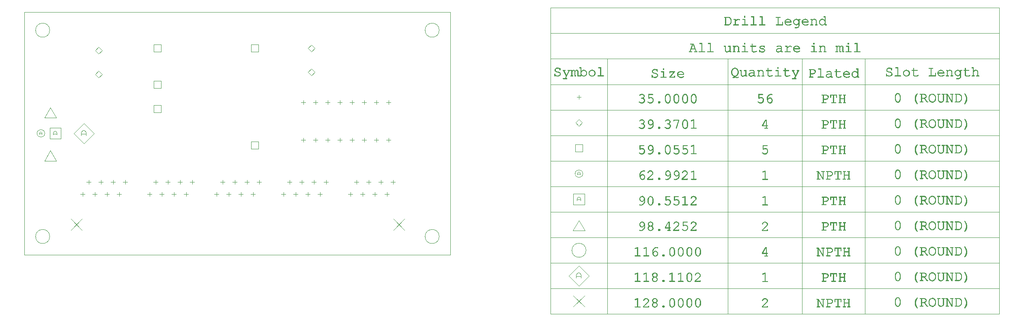
<source format=gbr>
G04 Generated by Ultiboard 14.1 *
%FSLAX24Y24*%
%MOIN*%

%ADD10C,0.0001*%
%ADD11C,0.0004*%
%ADD12C,0.0039*%
%ADD13C,0.0001*%


G04 ColorRGB 000000 for the following layer *
%LNDrill Symbols-Copper Top-Copper Bottom*%
%LPD*%
G54D11*
X22920Y9285D02*
X22920Y9635D01*
X22745Y9460D02*
X23095Y9460D01*
X23920Y9285D02*
X23920Y9635D01*
X23745Y9460D02*
X24095Y9460D01*
X24920Y9285D02*
X24920Y9635D01*
X24745Y9460D02*
X25095Y9460D01*
X25745Y9460D02*
X26095Y9460D01*
X25920Y9285D02*
X25920Y9635D01*
X26745Y9460D02*
X27095Y9460D01*
X26920Y9285D02*
X26920Y9635D01*
X27920Y9285D02*
X27920Y9635D01*
X27745Y9460D02*
X28095Y9460D01*
X28920Y9285D02*
X28920Y9635D01*
X28745Y9460D02*
X29095Y9460D01*
X29920Y9285D02*
X29920Y9635D01*
X29745Y9460D02*
X30095Y9460D01*
X22920Y12383D02*
X22920Y12733D01*
X22745Y12558D02*
X23095Y12558D01*
X23920Y12383D02*
X23920Y12733D01*
X23745Y12558D02*
X24095Y12558D01*
X24745Y12558D02*
X25095Y12558D01*
X24920Y12383D02*
X24920Y12733D01*
X25920Y12383D02*
X25920Y12733D01*
X25745Y12558D02*
X26095Y12558D01*
X26920Y12383D02*
X26920Y12733D01*
X26745Y12558D02*
X27095Y12558D01*
X27745Y12558D02*
X28095Y12558D01*
X27920Y12383D02*
X27920Y12733D01*
X28920Y12383D02*
X28920Y12733D01*
X28745Y12558D02*
X29095Y12558D01*
X29745Y12558D02*
X30095Y12558D01*
X29920Y12383D02*
X29920Y12733D01*
X5780Y4815D02*
X5780Y5165D01*
X5605Y4990D02*
X5955Y4990D01*
X6605Y4990D02*
X6955Y4990D01*
X6780Y4815D02*
X6780Y5165D01*
X7605Y4990D02*
X7955Y4990D01*
X7780Y4815D02*
X7780Y5165D01*
X4605Y4990D02*
X4955Y4990D01*
X4780Y4815D02*
X4780Y5165D01*
X5105Y5990D02*
X5455Y5990D01*
X5280Y5815D02*
X5280Y6165D01*
X6280Y5815D02*
X6280Y6165D01*
X6105Y5990D02*
X6455Y5990D01*
X7105Y5990D02*
X7455Y5990D01*
X7280Y5815D02*
X7280Y6165D01*
X8280Y5815D02*
X8280Y6165D01*
X8105Y5990D02*
X8455Y5990D01*
X10280Y4815D02*
X10280Y5165D01*
X10105Y4990D02*
X10455Y4990D01*
X11105Y4990D02*
X11455Y4990D01*
X11280Y4815D02*
X11280Y5165D01*
X12105Y4990D02*
X12455Y4990D01*
X12280Y4815D02*
X12280Y5165D01*
X13280Y4815D02*
X13280Y5165D01*
X13105Y4990D02*
X13455Y4990D01*
X10780Y5815D02*
X10780Y6165D01*
X10605Y5990D02*
X10955Y5990D01*
X11605Y5990D02*
X11955Y5990D01*
X11780Y5815D02*
X11780Y6165D01*
X12605Y5990D02*
X12955Y5990D01*
X12780Y5815D02*
X12780Y6165D01*
X13605Y5990D02*
X13955Y5990D01*
X13780Y5815D02*
X13780Y6165D01*
X15780Y4815D02*
X15780Y5165D01*
X15605Y4990D02*
X15955Y4990D01*
X16780Y4815D02*
X16780Y5165D01*
X16605Y4990D02*
X16955Y4990D01*
X17780Y4815D02*
X17780Y5165D01*
X17605Y4990D02*
X17955Y4990D01*
X18780Y4815D02*
X18780Y5165D01*
X18605Y4990D02*
X18955Y4990D01*
X16280Y5815D02*
X16280Y6165D01*
X16105Y5990D02*
X16455Y5990D01*
X17105Y5990D02*
X17455Y5990D01*
X17280Y5815D02*
X17280Y6165D01*
X18280Y5815D02*
X18280Y6165D01*
X18105Y5990D02*
X18455Y5990D01*
X19105Y5990D02*
X19455Y5990D01*
X19280Y5815D02*
X19280Y6165D01*
X21280Y4815D02*
X21280Y5165D01*
X21105Y4990D02*
X21455Y4990D01*
X22105Y4990D02*
X22455Y4990D01*
X22280Y4815D02*
X22280Y5165D01*
X23105Y4990D02*
X23455Y4990D01*
X23280Y4815D02*
X23280Y5165D01*
X24105Y4990D02*
X24455Y4990D01*
X24280Y4815D02*
X24280Y5165D01*
X21605Y5990D02*
X21955Y5990D01*
X21780Y5815D02*
X21780Y6165D01*
X22780Y5815D02*
X22780Y6165D01*
X22605Y5990D02*
X22955Y5990D01*
X23605Y5990D02*
X23955Y5990D01*
X23780Y5815D02*
X23780Y6165D01*
X24780Y5815D02*
X24780Y6165D01*
X24605Y5990D02*
X24955Y5990D01*
X26780Y4815D02*
X26780Y5165D01*
X26605Y4990D02*
X26955Y4990D01*
X27605Y4990D02*
X27955Y4990D01*
X27780Y4815D02*
X27780Y5165D01*
X28605Y4990D02*
X28955Y4990D01*
X28780Y4815D02*
X28780Y5165D01*
X29780Y4815D02*
X29780Y5165D01*
X29605Y4990D02*
X29955Y4990D01*
X27105Y5990D02*
X27455Y5990D01*
X27280Y5815D02*
X27280Y6165D01*
X28105Y5990D02*
X28455Y5990D01*
X28280Y5815D02*
X28280Y6165D01*
X29105Y5990D02*
X29455Y5990D01*
X29280Y5815D02*
X29280Y6165D01*
X30105Y5990D02*
X30455Y5990D01*
X30280Y5815D02*
X30280Y6165D01*
X45564Y12810D02*
X45564Y13160D01*
X45389Y12985D02*
X45739Y12985D01*
G54D12*
X3827Y2037D02*
X4733Y2943D01*
X3827Y2943D02*
X4733Y2037D01*
X30327Y2037D02*
X31233Y2943D01*
X30327Y2943D02*
X31233Y2037D01*
X920Y1500D02*
G75*
D01*
G02X920Y1500I580J0*
G01*
X32920Y1500D02*
G75*
D01*
G02X32920Y1500I580J0*
G01*
X32920Y18500D02*
G75*
D01*
G02X32920Y18500I580J0*
G01*
X920Y18500D02*
G75*
D01*
G02X920Y18500I580J0*
G01*
X10625Y13715D02*
X11215Y13715D01*
X11215Y14305D01*
X10625Y14305D01*
X10625Y13715D01*
X10625Y11715D02*
X11215Y11715D01*
X11215Y12305D01*
X10625Y12305D01*
X10625Y11715D01*
X18625Y8715D02*
X19215Y8715D01*
X19215Y9305D01*
X18625Y9305D01*
X18625Y8715D01*
X18625Y16715D02*
X19215Y16715D01*
X19215Y17305D01*
X18625Y17305D01*
X18625Y16715D01*
X10625Y16715D02*
X11215Y16715D01*
X11215Y17305D01*
X10625Y17305D01*
X10625Y16715D01*
X6110Y14582D02*
X6388Y14860D01*
X6110Y15138D01*
X5832Y14860D01*
X6110Y14582D01*
X6110Y16550D02*
X6388Y16829D01*
X6110Y17107D01*
X5832Y16829D01*
X6110Y16550D01*
X23580Y14762D02*
X23858Y15040D01*
X23580Y15318D01*
X23302Y15040D01*
X23580Y14762D01*
X23580Y16730D02*
X23858Y17009D01*
X23580Y17287D01*
X23302Y17009D01*
X23580Y16730D01*
X1652Y7736D02*
X2636Y7736D01*
X2144Y8576D01*
X1652Y7736D01*
X1652Y11280D02*
X2636Y11280D01*
X2144Y12120D01*
X1652Y11280D01*
X1234Y9910D02*
X1234Y10045D01*
X1304Y10135D01*
X1374Y10135D01*
X1444Y10045D01*
X1444Y9910D01*
X1234Y9978D02*
X1444Y9978D01*
X1042Y10000D02*
G75*
D01*
G02X1042Y10000I315J0*
G01*
X2362Y9871D02*
X2362Y10065D01*
X2462Y10194D01*
X2563Y10194D01*
X2664Y10065D01*
X2664Y9871D01*
X2362Y9968D02*
X2664Y9968D01*
X2085Y9547D02*
X2991Y9547D01*
X2991Y10453D01*
X2085Y10453D01*
X2085Y9547D01*
X4670Y9831D02*
X4670Y10084D01*
X4802Y10253D01*
X4933Y10253D01*
X5064Y10084D01*
X5064Y9831D01*
X4670Y9958D02*
X5064Y9958D01*
X4900Y9165D02*
X5735Y10000D01*
X4900Y10835D01*
X4065Y10000D01*
X4900Y9165D01*
X45111Y-4295D02*
X46016Y-3390D01*
X45111Y-3390D02*
X46016Y-4295D01*
X45564Y-2574D02*
X46399Y-1739D01*
X45564Y-904D01*
X44729Y-1739D01*
X45564Y-2574D01*
X45334Y-1908D02*
X45334Y-1655D01*
X45465Y-1486D01*
X45597Y-1486D01*
X45728Y-1655D01*
X45728Y-1908D01*
X45334Y-1781D02*
X45728Y-1781D01*
X44984Y365D02*
G75*
D01*
G02X44984Y365I580J0*
G01*
X45072Y1976D02*
X46056Y1976D01*
X45564Y2816D01*
X45072Y1976D01*
X45111Y4119D02*
X46016Y4119D01*
X46016Y5024D01*
X45111Y5024D01*
X45111Y4119D01*
X45388Y4442D02*
X45388Y4636D01*
X45488Y4765D01*
X45589Y4765D01*
X45689Y4636D01*
X45689Y4442D01*
X45388Y4539D02*
X45689Y4539D01*
X45249Y6675D02*
G75*
D01*
G02X45249Y6675I315J0*
G01*
X45441Y6585D02*
X45441Y6720D01*
X45511Y6810D01*
X45581Y6810D01*
X45651Y6720D01*
X45651Y6585D01*
X45441Y6652D02*
X45651Y6652D01*
X45268Y8483D02*
X45859Y8483D01*
X45859Y9073D01*
X45268Y9073D01*
X45268Y8483D01*
X45564Y10603D02*
X45842Y10882D01*
X45564Y11160D01*
X45285Y10882D01*
X45564Y10603D01*
G54D13*
G36*
X50146Y-4299D02*
X50146Y-4299D01*
X50146Y-4279D01*
X50144Y-4289D01*
X50146Y-4299D01*
D02*
G37*
X50146Y-4279D01*
X50144Y-4289D01*
X50146Y-4299D01*
G36*
X50146Y-4279D02*
X50146Y-4279D01*
X50146Y-4299D01*
X50151Y-4307D01*
X50146Y-4279D01*
D02*
G37*
X50146Y-4299D01*
X50151Y-4307D01*
X50146Y-4279D01*
G36*
X50151Y-4307D02*
X50151Y-4307D01*
X50151Y-4272D01*
X50146Y-4279D01*
X50151Y-4307D01*
D02*
G37*
X50151Y-4272D01*
X50146Y-4279D01*
X50151Y-4307D01*
G36*
X50151Y-4272D02*
X50151Y-4272D01*
X50151Y-4307D01*
X50161Y-4312D01*
X50151Y-4272D01*
D02*
G37*
X50151Y-4307D01*
X50161Y-4312D01*
X50151Y-4272D01*
G36*
X50161Y-4312D02*
X50161Y-4312D01*
X50161Y-4267D01*
X50151Y-4272D01*
X50161Y-4312D01*
D02*
G37*
X50161Y-4267D01*
X50151Y-4272D01*
X50161Y-4312D01*
G36*
X50161Y-4267D02*
X50161Y-4267D01*
X50161Y-4312D01*
X50176Y-4313D01*
X50161Y-4267D01*
D02*
G37*
X50161Y-4312D01*
X50176Y-4313D01*
X50161Y-4267D01*
G36*
X50176Y-4313D02*
X50176Y-4313D01*
X50176Y-4265D01*
X50161Y-4267D01*
X50176Y-4313D01*
D02*
G37*
X50176Y-4265D01*
X50161Y-4267D01*
X50176Y-4313D01*
G36*
X50176Y-4265D02*
X50176Y-4265D01*
X50176Y-4313D01*
X50557Y-4313D01*
X50176Y-4265D01*
D02*
G37*
X50176Y-4313D01*
X50557Y-4313D01*
X50176Y-4265D01*
G36*
X50557Y-4313D02*
X50557Y-4313D01*
X50342Y-4265D01*
X50176Y-4265D01*
X50557Y-4313D01*
D02*
G37*
X50342Y-4265D01*
X50176Y-4265D01*
X50557Y-4313D01*
G36*
X50342Y-4265D02*
X50342Y-4265D01*
X50557Y-4313D01*
X50391Y-4265D01*
X50342Y-4265D01*
D02*
G37*
X50557Y-4313D01*
X50391Y-4265D01*
X50342Y-4265D01*
G36*
X50391Y-4265D02*
X50391Y-4265D01*
X50342Y-3647D01*
X50342Y-4265D01*
X50391Y-4265D01*
D02*
G37*
X50342Y-3647D01*
X50342Y-4265D01*
X50391Y-4265D01*
G36*
X50342Y-3647D02*
X50342Y-3647D01*
X50391Y-4265D01*
X50391Y-3580D01*
X50342Y-3647D01*
D02*
G37*
X50391Y-4265D01*
X50391Y-3580D01*
X50342Y-3647D01*
G36*
X50391Y-3580D02*
X50391Y-3580D01*
X50184Y-3696D01*
X50342Y-3647D01*
X50391Y-3580D01*
D02*
G37*
X50184Y-3696D01*
X50342Y-3647D01*
X50391Y-3580D01*
G36*
X50184Y-3696D02*
X50184Y-3696D01*
X50391Y-3580D01*
X50174Y-3699D01*
X50184Y-3696D01*
D02*
G37*
X50391Y-3580D01*
X50174Y-3699D01*
X50184Y-3696D01*
G36*
X50169Y-3650D02*
X50169Y-3650D01*
X50157Y-3655D01*
X50159Y-3698D01*
X50169Y-3650D01*
D02*
G37*
X50157Y-3655D01*
X50159Y-3698D01*
X50169Y-3650D01*
G36*
X50169Y-3650D01*
X50159Y-3698D01*
X50168Y-3700D01*
X50169Y-3650D01*
D02*
G37*
X50159Y-3698D01*
X50168Y-3700D01*
X50169Y-3650D01*
G36*
X50169Y-3650D01*
X50168Y-3700D01*
X50174Y-3699D01*
X50169Y-3650D01*
D02*
G37*
X50168Y-3700D01*
X50174Y-3699D01*
X50169Y-3650D01*
G36*
X50169Y-3650D01*
X50174Y-3699D01*
X50391Y-3580D01*
X50169Y-3650D01*
D02*
G37*
X50174Y-3699D01*
X50391Y-3580D01*
X50169Y-3650D01*
G36*
X50157Y-3655D02*
X50157Y-3655D01*
X50152Y-3693D01*
X50159Y-3698D01*
X50157Y-3655D01*
D02*
G37*
X50152Y-3693D01*
X50159Y-3698D01*
X50157Y-3655D01*
G36*
X50152Y-3693D02*
X50152Y-3693D01*
X50157Y-3655D01*
X50150Y-3659D01*
X50152Y-3693D01*
D02*
G37*
X50157Y-3655D01*
X50150Y-3659D01*
X50152Y-3693D01*
G36*
X50150Y-3659D02*
X50150Y-3659D01*
X50146Y-3685D01*
X50152Y-3693D01*
X50150Y-3659D01*
D02*
G37*
X50146Y-3685D01*
X50152Y-3693D01*
X50150Y-3659D01*
G36*
X50146Y-3685D02*
X50146Y-3685D01*
X50150Y-3659D01*
X50146Y-3667D01*
X50146Y-3685D01*
D02*
G37*
X50150Y-3659D01*
X50146Y-3667D01*
X50146Y-3685D01*
G36*
X50146Y-3667D02*
X50146Y-3667D01*
X50145Y-3676D01*
X50146Y-3685D01*
X50146Y-3667D01*
D02*
G37*
X50145Y-3676D01*
X50146Y-3685D01*
X50146Y-3667D01*
G36*
X50557Y-4313D02*
X50557Y-4313D01*
X50557Y-4265D01*
X50391Y-4265D01*
X50557Y-4313D01*
D02*
G37*
X50557Y-4265D01*
X50391Y-4265D01*
X50557Y-4313D01*
G36*
X50557Y-4265D02*
X50557Y-4265D01*
X50557Y-4313D01*
X50572Y-4312D01*
X50557Y-4265D01*
D02*
G37*
X50557Y-4313D01*
X50572Y-4312D01*
X50557Y-4265D01*
G36*
X50572Y-4312D02*
X50572Y-4312D01*
X50572Y-4267D01*
X50557Y-4265D01*
X50572Y-4312D01*
D02*
G37*
X50572Y-4267D01*
X50557Y-4265D01*
X50572Y-4312D01*
G36*
X50572Y-4267D02*
X50572Y-4267D01*
X50572Y-4312D01*
X50582Y-4307D01*
X50572Y-4267D01*
D02*
G37*
X50572Y-4312D01*
X50582Y-4307D01*
X50572Y-4267D01*
G36*
X50582Y-4307D02*
X50582Y-4307D01*
X50582Y-4272D01*
X50572Y-4267D01*
X50582Y-4307D01*
D02*
G37*
X50582Y-4272D01*
X50572Y-4267D01*
X50582Y-4307D01*
G36*
X50582Y-4272D02*
X50582Y-4272D01*
X50582Y-4307D01*
X50587Y-4299D01*
X50582Y-4272D01*
D02*
G37*
X50582Y-4307D01*
X50587Y-4299D01*
X50582Y-4272D01*
G36*
X50587Y-4299D02*
X50587Y-4299D01*
X50587Y-4279D01*
X50582Y-4272D01*
X50587Y-4299D01*
D02*
G37*
X50587Y-4279D01*
X50582Y-4272D01*
X50587Y-4299D01*
G36*
X50587Y-4279D02*
X50587Y-4279D01*
X50587Y-4299D01*
X50589Y-4289D01*
X50587Y-4279D01*
D02*
G37*
X50587Y-4299D01*
X50589Y-4289D01*
X50587Y-4279D01*
G36*
X51288Y-4313D02*
X51288Y-4313D01*
X51288Y-4246D01*
X51286Y-4231D01*
X51288Y-4313D01*
D02*
G37*
X51288Y-4246D01*
X51286Y-4231D01*
X51288Y-4313D01*
G36*
X51288Y-4313D01*
X51286Y-4231D01*
X51281Y-4221D01*
X51288Y-4313D01*
D02*
G37*
X51286Y-4231D01*
X51281Y-4221D01*
X51288Y-4313D01*
G36*
X51288Y-4313D01*
X51281Y-4221D01*
X51273Y-4216D01*
X51288Y-4313D01*
D02*
G37*
X51281Y-4221D01*
X51273Y-4216D01*
X51288Y-4313D01*
G36*
X51288Y-4313D01*
X51273Y-4216D01*
X51264Y-4214D01*
X51288Y-4313D01*
D02*
G37*
X51273Y-4216D01*
X51264Y-4214D01*
X51288Y-4313D01*
G36*
X51288Y-4313D01*
X51264Y-4214D01*
X51254Y-4216D01*
X51288Y-4313D01*
D02*
G37*
X51264Y-4214D01*
X51254Y-4216D01*
X51288Y-4313D01*
G36*
X51288Y-4313D01*
X51254Y-4216D01*
X51246Y-4221D01*
X51288Y-4313D01*
D02*
G37*
X51254Y-4216D01*
X51246Y-4221D01*
X51288Y-4313D01*
G36*
X51288Y-4313D01*
X51246Y-4221D01*
X51241Y-4231D01*
X51288Y-4313D01*
D02*
G37*
X51246Y-4221D01*
X51241Y-4231D01*
X51288Y-4313D01*
G36*
X51288Y-4313D01*
X51241Y-4231D01*
X51239Y-4246D01*
X51288Y-4313D01*
D02*
G37*
X51241Y-4231D01*
X51239Y-4246D01*
X51288Y-4313D01*
G36*
X51288Y-4313D01*
X51239Y-4246D01*
X51239Y-4265D01*
X51288Y-4313D01*
D02*
G37*
X51239Y-4246D01*
X51239Y-4265D01*
X51288Y-4313D01*
G36*
X51288Y-4313D01*
X51239Y-4265D01*
X50867Y-4265D01*
X51288Y-4313D01*
D02*
G37*
X51239Y-4265D01*
X50867Y-4265D01*
X51288Y-4313D01*
G36*
X51288Y-4313D01*
X50867Y-4265D01*
X50820Y-4313D01*
X51288Y-4313D01*
D02*
G37*
X50867Y-4265D01*
X50820Y-4313D01*
X51288Y-4313D01*
G36*
X51196Y-3878D02*
X51196Y-3878D01*
X51203Y-3942D01*
X51217Y-3850D01*
X51196Y-3878D01*
D02*
G37*
X51203Y-3942D01*
X51217Y-3850D01*
X51196Y-3878D01*
G36*
X51203Y-3942D02*
X51203Y-3942D01*
X51196Y-3878D01*
X51162Y-3917D01*
X51203Y-3942D01*
D02*
G37*
X51196Y-3878D01*
X51162Y-3917D01*
X51203Y-3942D01*
G36*
X51162Y-3917D02*
X51162Y-3917D01*
X51145Y-4000D01*
X51203Y-3942D01*
X51162Y-3917D01*
D02*
G37*
X51145Y-4000D01*
X51203Y-3942D01*
X51162Y-3917D01*
G36*
X51145Y-4000D02*
X51145Y-4000D01*
X51162Y-3917D01*
X51107Y-3972D01*
X51145Y-4000D01*
D02*
G37*
X51162Y-3917D01*
X51107Y-3972D01*
X51145Y-4000D01*
G36*
X51107Y-3972D02*
X51107Y-3972D01*
X50990Y-4150D01*
X51145Y-4000D01*
X51107Y-3972D01*
D02*
G37*
X50990Y-4150D01*
X51145Y-4000D01*
X51107Y-3972D01*
G36*
X50990Y-4150D02*
X50990Y-4150D01*
X51107Y-3972D01*
X50965Y-4108D01*
X50990Y-4150D01*
D02*
G37*
X51107Y-3972D01*
X50965Y-4108D01*
X50990Y-4150D01*
G36*
X50965Y-4108D02*
X50965Y-4108D01*
X50867Y-4262D01*
X50990Y-4150D01*
X50965Y-4108D01*
D02*
G37*
X50867Y-4262D01*
X50990Y-4150D01*
X50965Y-4108D01*
G36*
X50867Y-4262D02*
X50867Y-4262D01*
X50965Y-4108D01*
X50820Y-4242D01*
X50867Y-4262D01*
D02*
G37*
X50965Y-4108D01*
X50820Y-4242D01*
X50867Y-4262D01*
G36*
X50820Y-4242D02*
X50820Y-4242D01*
X50867Y-4265D01*
X50867Y-4262D01*
X50820Y-4242D01*
D02*
G37*
X50867Y-4265D01*
X50867Y-4262D01*
X50820Y-4242D01*
G36*
X50867Y-4265D02*
X50867Y-4265D01*
X50820Y-4242D01*
X50820Y-4313D01*
X50867Y-4265D01*
D02*
G37*
X50820Y-4242D01*
X50820Y-4313D01*
X50867Y-4265D01*
G36*
X51283Y-3739D02*
X51283Y-3739D01*
X51251Y-3668D01*
X51262Y-3868D01*
X51283Y-3739D01*
D02*
G37*
X51251Y-3668D01*
X51262Y-3868D01*
X51283Y-3739D01*
G36*
X51283Y-3739D01*
X51262Y-3868D01*
X51277Y-3839D01*
X51283Y-3739D01*
D02*
G37*
X51262Y-3868D01*
X51277Y-3839D01*
X51283Y-3739D01*
G36*
X51283Y-3739D01*
X51277Y-3839D01*
X51285Y-3810D01*
X51283Y-3739D01*
D02*
G37*
X51277Y-3839D01*
X51285Y-3810D01*
X51283Y-3739D01*
G36*
X51283Y-3739D01*
X51285Y-3810D01*
X51288Y-3778D01*
X51283Y-3739D01*
D02*
G37*
X51285Y-3810D01*
X51288Y-3778D01*
X51283Y-3739D01*
G36*
X51239Y-3900D02*
X51239Y-3900D01*
X51262Y-3868D01*
X51251Y-3668D01*
X51239Y-3900D01*
D02*
G37*
X51262Y-3868D01*
X51251Y-3668D01*
X51239Y-3900D01*
G36*
X51239Y-3900D01*
X51251Y-3668D01*
X51239Y-3779D01*
X51239Y-3900D01*
D02*
G37*
X51251Y-3668D01*
X51239Y-3779D01*
X51239Y-3900D01*
G36*
X51239Y-3900D01*
X51239Y-3779D01*
X51236Y-3802D01*
X51239Y-3900D01*
D02*
G37*
X51239Y-3779D01*
X51236Y-3802D01*
X51239Y-3900D01*
G36*
X51239Y-3900D01*
X51236Y-3802D01*
X51230Y-3825D01*
X51239Y-3900D01*
D02*
G37*
X51236Y-3802D01*
X51230Y-3825D01*
X51239Y-3900D01*
G36*
X51239Y-3900D01*
X51230Y-3825D01*
X51217Y-3850D01*
X51239Y-3900D01*
D02*
G37*
X51230Y-3825D01*
X51217Y-3850D01*
X51239Y-3900D01*
G36*
X51239Y-3900D01*
X51217Y-3850D01*
X51203Y-3942D01*
X51239Y-3900D01*
D02*
G37*
X51217Y-3850D01*
X51203Y-3942D01*
X51239Y-3900D01*
G36*
X51210Y-3694D02*
X51210Y-3694D01*
X51222Y-3635D01*
X51188Y-3669D01*
X51210Y-3694D01*
D02*
G37*
X51222Y-3635D01*
X51188Y-3669D01*
X51210Y-3694D01*
G36*
X51222Y-3635D02*
X51222Y-3635D01*
X51210Y-3694D01*
X51235Y-3749D01*
X51222Y-3635D01*
D02*
G37*
X51210Y-3694D01*
X51235Y-3749D01*
X51222Y-3635D01*
G36*
X51235Y-3749D02*
X51235Y-3749D01*
X51251Y-3668D01*
X51222Y-3635D01*
X51235Y-3749D01*
D02*
G37*
X51251Y-3668D01*
X51222Y-3635D01*
X51235Y-3749D01*
G36*
X51251Y-3668D02*
X51251Y-3668D01*
X51235Y-3749D01*
X51239Y-3779D01*
X51251Y-3668D01*
D02*
G37*
X51235Y-3749D01*
X51239Y-3779D01*
X51251Y-3668D01*
G36*
X51101Y-3624D02*
X51101Y-3624D01*
X51110Y-3576D01*
X51067Y-3621D01*
X51101Y-3624D01*
D02*
G37*
X51110Y-3576D01*
X51067Y-3621D01*
X51101Y-3624D01*
G36*
X51110Y-3576D02*
X51110Y-3576D01*
X51101Y-3624D01*
X51162Y-3648D01*
X51110Y-3576D01*
D02*
G37*
X51101Y-3624D01*
X51162Y-3648D01*
X51110Y-3576D01*
G36*
X51162Y-3648D02*
X51162Y-3648D01*
X51188Y-3608D01*
X51110Y-3576D01*
X51162Y-3648D01*
D02*
G37*
X51188Y-3608D01*
X51110Y-3576D01*
X51162Y-3648D01*
G36*
X51188Y-3608D02*
X51188Y-3608D01*
X51162Y-3648D01*
X51188Y-3669D01*
X51188Y-3608D01*
D02*
G37*
X51162Y-3648D01*
X51188Y-3669D01*
X51188Y-3608D01*
G36*
X51188Y-3669D02*
X51188Y-3669D01*
X51222Y-3635D01*
X51188Y-3608D01*
X51188Y-3669D01*
D02*
G37*
X51222Y-3635D01*
X51188Y-3608D01*
X51188Y-3669D01*
G36*
X50955Y-3658D02*
X50955Y-3658D01*
X50957Y-3599D01*
X50914Y-3698D01*
X50955Y-3658D01*
D02*
G37*
X50957Y-3599D01*
X50914Y-3698D01*
X50955Y-3658D01*
G36*
X50957Y-3599D02*
X50957Y-3599D01*
X50955Y-3658D01*
X51007Y-3630D01*
X50957Y-3599D01*
D02*
G37*
X50955Y-3658D01*
X51007Y-3630D01*
X50957Y-3599D01*
G36*
X51007Y-3630D02*
X51007Y-3630D01*
X51011Y-3579D01*
X50957Y-3599D01*
X51007Y-3630D01*
D02*
G37*
X51011Y-3579D01*
X50957Y-3599D01*
X51007Y-3630D01*
G36*
X51011Y-3579D02*
X51011Y-3579D01*
X51007Y-3630D01*
X51067Y-3621D01*
X51011Y-3579D01*
D02*
G37*
X51007Y-3630D01*
X51067Y-3621D01*
X51011Y-3579D01*
G36*
X51067Y-3621D02*
X51067Y-3621D01*
X51067Y-3572D01*
X51011Y-3579D01*
X51067Y-3621D01*
D02*
G37*
X51067Y-3572D01*
X51011Y-3579D01*
X51067Y-3621D01*
G36*
X51067Y-3572D02*
X51067Y-3572D01*
X51067Y-3621D01*
X51110Y-3576D01*
X51067Y-3572D01*
D02*
G37*
X51067Y-3621D01*
X51110Y-3576D01*
X51067Y-3572D01*
G36*
X50910Y-3632D02*
X50910Y-3632D01*
X50874Y-3674D01*
X50875Y-3770D01*
X50910Y-3632D01*
D02*
G37*
X50874Y-3674D01*
X50875Y-3770D01*
X50910Y-3632D01*
G36*
X50910Y-3632D01*
X50875Y-3770D01*
X50883Y-3766D01*
X50910Y-3632D01*
D02*
G37*
X50875Y-3770D01*
X50883Y-3766D01*
X50910Y-3632D01*
G36*
X50910Y-3632D01*
X50883Y-3766D01*
X50887Y-3759D01*
X50910Y-3632D01*
D02*
G37*
X50883Y-3766D01*
X50887Y-3759D01*
X50910Y-3632D01*
G36*
X50910Y-3632D01*
X50887Y-3759D01*
X50891Y-3748D01*
X50910Y-3632D01*
D02*
G37*
X50887Y-3759D01*
X50891Y-3748D01*
X50910Y-3632D01*
G36*
X50910Y-3632D01*
X50891Y-3748D01*
X50914Y-3698D01*
X50910Y-3632D01*
D02*
G37*
X50891Y-3748D01*
X50914Y-3698D01*
X50910Y-3632D01*
G36*
X50910Y-3632D01*
X50914Y-3698D01*
X50957Y-3599D01*
X50910Y-3632D01*
D02*
G37*
X50914Y-3698D01*
X50957Y-3599D01*
X50910Y-3632D01*
G36*
X50850Y-3765D02*
X50850Y-3765D01*
X50851Y-3716D01*
X50845Y-3757D01*
X50850Y-3765D01*
D02*
G37*
X50851Y-3716D01*
X50845Y-3757D01*
X50850Y-3765D01*
G36*
X50851Y-3716D02*
X50851Y-3716D01*
X50850Y-3765D01*
X50858Y-3770D01*
X50851Y-3716D01*
D02*
G37*
X50850Y-3765D01*
X50858Y-3770D01*
X50851Y-3716D01*
G36*
X50858Y-3770D02*
X50858Y-3770D01*
X50874Y-3674D01*
X50851Y-3716D01*
X50858Y-3770D01*
D02*
G37*
X50874Y-3674D01*
X50851Y-3716D01*
X50858Y-3770D01*
G36*
X50874Y-3674D02*
X50874Y-3674D01*
X50858Y-3770D01*
X50867Y-3771D01*
X50874Y-3674D01*
D02*
G37*
X50858Y-3770D01*
X50867Y-3771D01*
X50874Y-3674D01*
G36*
X50867Y-3771D02*
X50867Y-3771D01*
X50875Y-3770D01*
X50874Y-3674D01*
X50867Y-3771D01*
D02*
G37*
X50875Y-3770D01*
X50874Y-3674D01*
X50867Y-3771D01*
G36*
X50845Y-3757D02*
X50845Y-3757D01*
X50851Y-3716D01*
X50843Y-3749D01*
X50845Y-3757D01*
D02*
G37*
X50851Y-3716D01*
X50843Y-3749D01*
X50845Y-3757D01*
G36*
X51898Y-3666D02*
X51898Y-3666D01*
X51901Y-3606D01*
X51873Y-3647D01*
X51898Y-3666D01*
D02*
G37*
X51901Y-3606D01*
X51873Y-3647D01*
X51898Y-3666D01*
G36*
X51901Y-3606D02*
X51901Y-3606D01*
X51898Y-3666D01*
X51918Y-3690D01*
X51901Y-3606D01*
D02*
G37*
X51898Y-3666D01*
X51918Y-3690D01*
X51901Y-3606D01*
G36*
X51918Y-3690D02*
X51918Y-3690D01*
X51933Y-3632D01*
X51901Y-3606D01*
X51918Y-3690D01*
D02*
G37*
X51933Y-3632D01*
X51901Y-3606D01*
X51918Y-3690D01*
G36*
X51933Y-3632D02*
X51933Y-3632D01*
X51918Y-3690D01*
X51942Y-3743D01*
X51933Y-3632D01*
D02*
G37*
X51918Y-3690D01*
X51942Y-3743D01*
X51933Y-3632D01*
G36*
X51942Y-3743D02*
X51942Y-3743D01*
X51960Y-3663D01*
X51933Y-3632D01*
X51942Y-3743D01*
D02*
G37*
X51960Y-3663D01*
X51933Y-3632D01*
X51942Y-3743D01*
G36*
X51960Y-3663D02*
X51960Y-3663D01*
X51942Y-3743D01*
X51944Y-3773D01*
X51960Y-3663D01*
D02*
G37*
X51942Y-3743D01*
X51944Y-3773D01*
X51960Y-3663D01*
G36*
X51944Y-3773D02*
X51944Y-3773D01*
X51961Y-3874D01*
X51960Y-3663D01*
X51944Y-3773D01*
D02*
G37*
X51961Y-3874D01*
X51960Y-3663D01*
X51944Y-3773D01*
G36*
X51961Y-3874D02*
X51961Y-3874D01*
X51944Y-3773D01*
X51942Y-3800D01*
X51961Y-3874D01*
D02*
G37*
X51944Y-3773D01*
X51942Y-3800D01*
X51961Y-3874D01*
G36*
X51942Y-3800D02*
X51942Y-3800D01*
X51930Y-3907D01*
X51961Y-3874D01*
X51942Y-3800D01*
D02*
G37*
X51930Y-3907D01*
X51961Y-3874D01*
X51942Y-3800D01*
G36*
X51930Y-3907D02*
X51930Y-3907D01*
X51942Y-3800D01*
X51919Y-3849D01*
X51930Y-3907D01*
D02*
G37*
X51942Y-3800D01*
X51919Y-3849D01*
X51930Y-3907D01*
G36*
X51919Y-3849D02*
X51919Y-3849D01*
X51899Y-3871D01*
X51930Y-3907D01*
X51919Y-3849D01*
D02*
G37*
X51899Y-3871D01*
X51930Y-3907D01*
X51919Y-3849D01*
G36*
X51784Y-3621D02*
X51784Y-3621D01*
X51785Y-3572D01*
X51752Y-3624D01*
X51784Y-3621D01*
D02*
G37*
X51785Y-3572D01*
X51752Y-3624D01*
X51784Y-3621D01*
G36*
X51785Y-3572D02*
X51785Y-3572D01*
X51784Y-3621D01*
X51817Y-3624D01*
X51785Y-3572D01*
D02*
G37*
X51784Y-3621D01*
X51817Y-3624D01*
X51785Y-3572D01*
G36*
X51817Y-3624D02*
X51817Y-3624D01*
X51827Y-3576D01*
X51785Y-3572D01*
X51817Y-3624D01*
D02*
G37*
X51827Y-3576D01*
X51785Y-3572D01*
X51817Y-3624D01*
G36*
X51827Y-3576D02*
X51827Y-3576D01*
X51817Y-3624D01*
X51873Y-3647D01*
X51827Y-3576D01*
D02*
G37*
X51817Y-3624D01*
X51873Y-3647D01*
X51827Y-3576D01*
G36*
X51873Y-3647D02*
X51873Y-3647D01*
X51901Y-3606D01*
X51827Y-3576D01*
X51873Y-3647D01*
D02*
G37*
X51901Y-3606D01*
X51827Y-3576D01*
X51873Y-3647D01*
G36*
X51743Y-3576D02*
X51743Y-3576D01*
X51669Y-3606D01*
X51671Y-3666D01*
X51743Y-3576D01*
D02*
G37*
X51669Y-3606D01*
X51671Y-3666D01*
X51743Y-3576D01*
G36*
X51743Y-3576D01*
X51671Y-3666D01*
X51695Y-3647D01*
X51743Y-3576D01*
D02*
G37*
X51671Y-3666D01*
X51695Y-3647D01*
X51743Y-3576D01*
G36*
X51743Y-3576D01*
X51695Y-3647D01*
X51752Y-3624D01*
X51743Y-3576D01*
D02*
G37*
X51695Y-3647D01*
X51752Y-3624D01*
X51743Y-3576D01*
G36*
X51743Y-3576D01*
X51752Y-3624D01*
X51785Y-3572D01*
X51743Y-3576D01*
D02*
G37*
X51752Y-3624D01*
X51785Y-3572D01*
X51743Y-3576D01*
G36*
X51627Y-3743D02*
X51627Y-3743D01*
X51637Y-3632D01*
X51624Y-3772D01*
X51627Y-3743D01*
D02*
G37*
X51637Y-3632D01*
X51624Y-3772D01*
X51627Y-3743D01*
G36*
X51637Y-3632D02*
X51637Y-3632D01*
X51627Y-3743D01*
X51650Y-3690D01*
X51637Y-3632D01*
D02*
G37*
X51627Y-3743D01*
X51650Y-3690D01*
X51637Y-3632D01*
G36*
X51650Y-3690D02*
X51650Y-3690D01*
X51669Y-3606D01*
X51637Y-3632D01*
X51650Y-3690D01*
D02*
G37*
X51669Y-3606D01*
X51637Y-3632D01*
X51650Y-3690D01*
G36*
X51669Y-3606D02*
X51669Y-3606D01*
X51650Y-3690D01*
X51671Y-3666D01*
X51669Y-3606D01*
D02*
G37*
X51650Y-3690D01*
X51671Y-3666D01*
X51669Y-3606D01*
G36*
X51670Y-3871D02*
X51670Y-3871D01*
X51686Y-3938D01*
X51694Y-3890D01*
X51670Y-3871D01*
D02*
G37*
X51686Y-3938D01*
X51694Y-3890D01*
X51670Y-3871D01*
G36*
X51686Y-3938D02*
X51686Y-3938D01*
X51670Y-3871D01*
X51650Y-3849D01*
X51686Y-3938D01*
D02*
G37*
X51670Y-3871D01*
X51650Y-3849D01*
X51686Y-3938D01*
G36*
X51650Y-3849D02*
X51650Y-3849D01*
X51640Y-3907D01*
X51686Y-3938D01*
X51650Y-3849D01*
D02*
G37*
X51640Y-3907D01*
X51686Y-3938D01*
X51650Y-3849D01*
G36*
X51640Y-3907D02*
X51640Y-3907D01*
X51650Y-3849D01*
X51627Y-3800D01*
X51640Y-3907D01*
D02*
G37*
X51650Y-3849D01*
X51627Y-3800D01*
X51640Y-3907D01*
G36*
X51627Y-3800D02*
X51627Y-3800D01*
X51610Y-3663D01*
X51640Y-3907D01*
X51627Y-3800D01*
D02*
G37*
X51610Y-3663D01*
X51640Y-3907D01*
X51627Y-3800D01*
G36*
X51610Y-3663D02*
X51610Y-3663D01*
X51627Y-3800D01*
X51624Y-3772D01*
X51610Y-3663D01*
D02*
G37*
X51627Y-3800D01*
X51624Y-3772D01*
X51610Y-3663D01*
G36*
X51624Y-3772D02*
X51624Y-3772D01*
X51637Y-3632D01*
X51610Y-3663D01*
X51624Y-3772D01*
D02*
G37*
X51637Y-3632D01*
X51610Y-3663D01*
X51624Y-3772D01*
G36*
X51990Y-3733D02*
X51990Y-3733D01*
X51960Y-3663D01*
X51961Y-3874D01*
X51990Y-3733D01*
D02*
G37*
X51960Y-3663D01*
X51961Y-3874D01*
X51990Y-3733D01*
G36*
X51990Y-3733D01*
X51961Y-3874D01*
X51986Y-3825D01*
X51990Y-3733D01*
D02*
G37*
X51961Y-3874D01*
X51986Y-3825D01*
X51990Y-3733D01*
G36*
X51990Y-3733D01*
X51986Y-3825D01*
X51994Y-3771D01*
X51990Y-3733D01*
D02*
G37*
X51986Y-3825D01*
X51994Y-3771D01*
X51990Y-3733D01*
G36*
X51884Y-3938D02*
X51884Y-3938D01*
X51930Y-3907D01*
X51899Y-3871D01*
X51884Y-3938D01*
D02*
G37*
X51930Y-3907D01*
X51899Y-3871D01*
X51884Y-3938D01*
G36*
X51884Y-3938D01*
X51899Y-3871D01*
X51874Y-3890D01*
X51884Y-3938D01*
D02*
G37*
X51899Y-3871D01*
X51874Y-3890D01*
X51884Y-3938D01*
G36*
X51884Y-3938D01*
X51874Y-3890D01*
X51882Y-3988D01*
X51884Y-3938D01*
D02*
G37*
X51874Y-3890D01*
X51882Y-3988D01*
X51884Y-3938D01*
G36*
X51884Y-3938D01*
X51882Y-3988D01*
X51908Y-4009D01*
X51884Y-3938D01*
D02*
G37*
X51882Y-3988D01*
X51908Y-4009D01*
X51884Y-3938D01*
G36*
X51884Y-3938D01*
X51908Y-4009D01*
X51937Y-3972D01*
X51884Y-3938D01*
D02*
G37*
X51908Y-4009D01*
X51937Y-3972D01*
X51884Y-3938D01*
G36*
X51874Y-3890D02*
X51874Y-3890D01*
X51820Y-3965D01*
X51882Y-3988D01*
X51874Y-3890D01*
D02*
G37*
X51820Y-3965D01*
X51882Y-3988D01*
X51874Y-3890D01*
G36*
X51820Y-3965D02*
X51820Y-3965D01*
X51874Y-3890D01*
X51817Y-3911D01*
X51820Y-3965D01*
D02*
G37*
X51874Y-3890D01*
X51817Y-3911D01*
X51820Y-3965D01*
G36*
X51817Y-3911D02*
X51817Y-3911D01*
X51785Y-3962D01*
X51820Y-3965D01*
X51817Y-3911D01*
D02*
G37*
X51785Y-3962D01*
X51820Y-3965D01*
X51817Y-3911D01*
G36*
X51785Y-3962D02*
X51785Y-3962D01*
X51817Y-3911D01*
X51784Y-3914D01*
X51785Y-3962D01*
D02*
G37*
X51817Y-3911D01*
X51784Y-3914D01*
X51785Y-3962D01*
G36*
X51784Y-3914D02*
X51784Y-3914D01*
X51751Y-3911D01*
X51785Y-3962D01*
X51784Y-3914D01*
D02*
G37*
X51751Y-3911D01*
X51785Y-3962D01*
X51784Y-3914D01*
G36*
X51661Y-4009D02*
X51661Y-4009D01*
X51686Y-3938D01*
X51640Y-4034D01*
X51661Y-4009D01*
D02*
G37*
X51686Y-3938D01*
X51640Y-4034D01*
X51661Y-4009D01*
G36*
X51686Y-3938D02*
X51686Y-3938D01*
X51661Y-4009D01*
X51688Y-3988D01*
X51686Y-3938D01*
D02*
G37*
X51661Y-4009D01*
X51688Y-3988D01*
X51686Y-3938D01*
G36*
X51688Y-3988D02*
X51688Y-3988D01*
X51694Y-3890D01*
X51686Y-3938D01*
X51688Y-3988D01*
D02*
G37*
X51694Y-3890D01*
X51686Y-3938D01*
X51688Y-3988D01*
G36*
X51694Y-3890D02*
X51694Y-3890D01*
X51688Y-3988D01*
X51749Y-3965D01*
X51694Y-3890D01*
D02*
G37*
X51688Y-3988D01*
X51749Y-3965D01*
X51694Y-3890D01*
G36*
X51749Y-3965D02*
X51749Y-3965D01*
X51751Y-3911D01*
X51694Y-3890D01*
X51749Y-3965D01*
D02*
G37*
X51751Y-3911D01*
X51694Y-3890D01*
X51749Y-3965D01*
G36*
X51751Y-3911D02*
X51751Y-3911D01*
X51749Y-3965D01*
X51785Y-3962D01*
X51751Y-3911D01*
D02*
G37*
X51749Y-3965D01*
X51785Y-3962D01*
X51751Y-3911D01*
G36*
X51610Y-3663D02*
X51610Y-3663D01*
X51579Y-3733D01*
X51584Y-3825D01*
X51610Y-3663D01*
D02*
G37*
X51579Y-3733D01*
X51584Y-3825D01*
X51610Y-3663D01*
G36*
X51610Y-3663D01*
X51584Y-3825D01*
X51609Y-3875D01*
X51610Y-3663D01*
D02*
G37*
X51584Y-3825D01*
X51609Y-3875D01*
X51610Y-3663D01*
G36*
X51610Y-3663D01*
X51609Y-3875D01*
X51640Y-3907D01*
X51610Y-3663D01*
D02*
G37*
X51609Y-3875D01*
X51640Y-3907D01*
X51610Y-3663D01*
G36*
X51998Y-4066D02*
X51998Y-4066D01*
X52002Y-4161D01*
X52006Y-4119D01*
X51998Y-4066D01*
D02*
G37*
X52002Y-4161D01*
X52006Y-4119D01*
X51998Y-4066D01*
G36*
X52002Y-4161D02*
X52002Y-4161D01*
X51998Y-4066D01*
X51975Y-4016D01*
X52002Y-4161D01*
D02*
G37*
X51998Y-4066D01*
X51975Y-4016D01*
X52002Y-4161D01*
G36*
X51975Y-4016D02*
X51975Y-4016D01*
X51970Y-4235D01*
X52002Y-4161D01*
X51975Y-4016D01*
D02*
G37*
X51970Y-4235D01*
X52002Y-4161D01*
X51975Y-4016D01*
G36*
X51970Y-4235D02*
X51970Y-4235D01*
X51975Y-4016D01*
X51958Y-4120D01*
X51970Y-4235D01*
D02*
G37*
X51975Y-4016D01*
X51958Y-4120D01*
X51970Y-4235D01*
G36*
X51958Y-4120D02*
X51958Y-4120D01*
X51955Y-4152D01*
X51970Y-4235D01*
X51958Y-4120D01*
D02*
G37*
X51955Y-4152D01*
X51970Y-4235D01*
X51958Y-4120D01*
G36*
X51930Y-4034D02*
X51930Y-4034D01*
X51937Y-3972D01*
X51908Y-4009D01*
X51930Y-4034D01*
D02*
G37*
X51937Y-3972D01*
X51908Y-4009D01*
X51930Y-4034D01*
G36*
X51937Y-3972D02*
X51937Y-3972D01*
X51930Y-4034D01*
X51955Y-4089D01*
X51937Y-3972D01*
D02*
G37*
X51930Y-4034D01*
X51955Y-4089D01*
X51937Y-3972D01*
G36*
X51955Y-4089D02*
X51955Y-4089D01*
X51975Y-4016D01*
X51937Y-3972D01*
X51955Y-4089D01*
D02*
G37*
X51975Y-4016D01*
X51937Y-3972D01*
X51955Y-4089D01*
G36*
X51975Y-4016D02*
X51975Y-4016D01*
X51955Y-4089D01*
X51958Y-4120D01*
X51975Y-4016D01*
D02*
G37*
X51955Y-4089D01*
X51958Y-4120D01*
X51975Y-4016D01*
G36*
X51942Y-4268D02*
X51942Y-4268D01*
X51970Y-4235D01*
X51955Y-4152D01*
X51942Y-4268D01*
D02*
G37*
X51970Y-4235D01*
X51955Y-4152D01*
X51942Y-4268D01*
G36*
X51942Y-4268D01*
X51955Y-4152D01*
X51930Y-4209D01*
X51942Y-4268D01*
D02*
G37*
X51955Y-4152D01*
X51930Y-4209D01*
X51942Y-4268D01*
G36*
X51942Y-4268D01*
X51930Y-4209D01*
X51908Y-4234D01*
X51942Y-4268D01*
D02*
G37*
X51930Y-4209D01*
X51908Y-4234D01*
X51942Y-4268D01*
G36*
X51942Y-4268D01*
X51908Y-4234D01*
X51908Y-4295D01*
X51942Y-4268D01*
D02*
G37*
X51908Y-4234D01*
X51908Y-4295D01*
X51942Y-4268D01*
G36*
X51881Y-4255D02*
X51881Y-4255D01*
X51820Y-4279D01*
X51829Y-4327D01*
X51881Y-4255D01*
D02*
G37*
X51820Y-4279D01*
X51829Y-4327D01*
X51881Y-4255D01*
G36*
X51881Y-4255D01*
X51829Y-4327D01*
X51908Y-4295D01*
X51881Y-4255D01*
D02*
G37*
X51829Y-4327D01*
X51908Y-4295D01*
X51881Y-4255D01*
G36*
X51881Y-4255D01*
X51908Y-4295D01*
X51908Y-4234D01*
X51881Y-4255D01*
D02*
G37*
X51908Y-4295D01*
X51908Y-4234D01*
X51881Y-4255D01*
G36*
X51662Y-4295D02*
X51662Y-4295D01*
X51688Y-4255D01*
X51662Y-4234D01*
X51662Y-4295D01*
D02*
G37*
X51688Y-4255D01*
X51662Y-4234D01*
X51662Y-4295D01*
G36*
X51688Y-4255D02*
X51688Y-4255D01*
X51662Y-4295D01*
X51740Y-4327D01*
X51688Y-4255D01*
D02*
G37*
X51662Y-4295D01*
X51740Y-4327D01*
X51688Y-4255D01*
G36*
X51740Y-4327D02*
X51740Y-4327D01*
X51750Y-4279D01*
X51688Y-4255D01*
X51740Y-4327D01*
D02*
G37*
X51750Y-4279D01*
X51688Y-4255D01*
X51740Y-4327D01*
G36*
X51750Y-4279D02*
X51750Y-4279D01*
X51740Y-4327D01*
X51785Y-4331D01*
X51750Y-4279D01*
D02*
G37*
X51740Y-4327D01*
X51785Y-4331D01*
X51750Y-4279D01*
G36*
X51785Y-4331D02*
X51785Y-4331D01*
X51785Y-4282D01*
X51750Y-4279D01*
X51785Y-4331D01*
D02*
G37*
X51785Y-4282D01*
X51750Y-4279D01*
X51785Y-4331D01*
G36*
X51785Y-4282D02*
X51785Y-4282D01*
X51785Y-4331D01*
X51829Y-4327D01*
X51785Y-4282D01*
D02*
G37*
X51785Y-4331D01*
X51829Y-4327D01*
X51785Y-4282D01*
G36*
X51829Y-4327D02*
X51829Y-4327D01*
X51820Y-4279D01*
X51785Y-4282D01*
X51829Y-4327D01*
D02*
G37*
X51820Y-4279D01*
X51785Y-4282D01*
X51829Y-4327D01*
G36*
X51600Y-4235D02*
X51600Y-4235D01*
X51615Y-4151D01*
X51612Y-4120D01*
X51600Y-4235D01*
D02*
G37*
X51615Y-4151D01*
X51612Y-4120D01*
X51600Y-4235D01*
G36*
X51615Y-4151D02*
X51615Y-4151D01*
X51600Y-4235D01*
X51628Y-4268D01*
X51615Y-4151D01*
D02*
G37*
X51600Y-4235D01*
X51628Y-4268D01*
X51615Y-4151D01*
G36*
X51628Y-4268D02*
X51628Y-4268D01*
X51640Y-4209D01*
X51615Y-4151D01*
X51628Y-4268D01*
D02*
G37*
X51640Y-4209D01*
X51615Y-4151D01*
X51628Y-4268D01*
G36*
X51640Y-4209D02*
X51640Y-4209D01*
X51628Y-4268D01*
X51662Y-4295D01*
X51640Y-4209D01*
D02*
G37*
X51628Y-4268D01*
X51662Y-4295D01*
X51640Y-4209D01*
G36*
X51662Y-4295D02*
X51662Y-4295D01*
X51662Y-4234D01*
X51640Y-4209D01*
X51662Y-4295D01*
D02*
G37*
X51662Y-4234D01*
X51640Y-4209D01*
X51662Y-4295D01*
G36*
X51567Y-4161D02*
X51567Y-4161D01*
X51571Y-4066D01*
X51563Y-4119D01*
X51567Y-4161D01*
D02*
G37*
X51571Y-4066D01*
X51563Y-4119D01*
X51567Y-4161D01*
G36*
X51571Y-4066D02*
X51571Y-4066D01*
X51567Y-4161D01*
X51600Y-4235D01*
X51571Y-4066D01*
D02*
G37*
X51567Y-4161D01*
X51600Y-4235D01*
X51571Y-4066D01*
G36*
X51600Y-4235D02*
X51600Y-4235D01*
X51594Y-4016D01*
X51571Y-4066D01*
X51600Y-4235D01*
D02*
G37*
X51594Y-4016D01*
X51571Y-4066D01*
X51600Y-4235D01*
G36*
X51594Y-4016D02*
X51594Y-4016D01*
X51600Y-4235D01*
X51615Y-4089D01*
X51594Y-4016D01*
D02*
G37*
X51600Y-4235D01*
X51615Y-4089D01*
X51594Y-4016D01*
G36*
X51615Y-4089D02*
X51615Y-4089D01*
X51632Y-3973D01*
X51594Y-4016D01*
X51615Y-4089D01*
D02*
G37*
X51632Y-3973D01*
X51594Y-4016D01*
X51615Y-4089D01*
G36*
X51632Y-3973D02*
X51632Y-3973D01*
X51615Y-4089D01*
X51640Y-4034D01*
X51632Y-3973D01*
D02*
G37*
X51615Y-4089D01*
X51640Y-4034D01*
X51632Y-3973D01*
G36*
X51640Y-4034D02*
X51640Y-4034D01*
X51686Y-3938D01*
X51632Y-3973D01*
X51640Y-4034D01*
D02*
G37*
X51686Y-3938D01*
X51632Y-3973D01*
X51640Y-4034D01*
G36*
X51615Y-4089D02*
X51615Y-4089D01*
X51600Y-4235D01*
X51612Y-4120D01*
X51615Y-4089D01*
D02*
G37*
X51600Y-4235D01*
X51612Y-4120D01*
X51615Y-4089D01*
G36*
X51584Y-3825D02*
X51584Y-3825D01*
X51579Y-3733D01*
X51575Y-3771D01*
X51584Y-3825D01*
D02*
G37*
X51579Y-3733D01*
X51575Y-3771D01*
X51584Y-3825D01*
G36*
X52483Y-4174D02*
X52483Y-4174D01*
X52453Y-4180D01*
X52483Y-4174D01*
D02*
G37*
X52453Y-4180D01*
X52483Y-4174D01*
G36*
X52483Y-4174D01*
X52453Y-4180D01*
X52428Y-4197D01*
X52483Y-4174D01*
D02*
G37*
X52453Y-4180D01*
X52428Y-4197D01*
X52483Y-4174D01*
G36*
X52483Y-4174D01*
X52428Y-4197D01*
X52410Y-4222D01*
X52483Y-4174D01*
D02*
G37*
X52428Y-4197D01*
X52410Y-4222D01*
X52483Y-4174D01*
G36*
X52483Y-4174D01*
X52410Y-4222D01*
X52405Y-4253D01*
X52483Y-4174D01*
D02*
G37*
X52410Y-4222D01*
X52405Y-4253D01*
X52483Y-4174D01*
G36*
X52483Y-4174D01*
X52405Y-4253D01*
X52410Y-4283D01*
X52483Y-4174D01*
D02*
G37*
X52405Y-4253D01*
X52410Y-4283D01*
X52483Y-4174D01*
G36*
X52483Y-4174D01*
X52410Y-4283D01*
X52428Y-4308D01*
X52483Y-4174D01*
D02*
G37*
X52410Y-4283D01*
X52428Y-4308D01*
X52483Y-4174D01*
G36*
X52483Y-4174D01*
X52428Y-4308D01*
X52453Y-4325D01*
X52483Y-4174D01*
D02*
G37*
X52428Y-4308D01*
X52453Y-4325D01*
X52483Y-4174D01*
G36*
X52483Y-4174D01*
X52453Y-4325D01*
X52483Y-4331D01*
X52483Y-4174D01*
D02*
G37*
X52453Y-4325D01*
X52483Y-4331D01*
X52483Y-4174D01*
G36*
X52483Y-4174D01*
X52483Y-4331D01*
X52504Y-4331D01*
X52483Y-4174D01*
D02*
G37*
X52483Y-4331D01*
X52504Y-4331D01*
X52483Y-4174D01*
G36*
X52483Y-4174D01*
X52504Y-4331D01*
X52533Y-4325D01*
X52483Y-4174D01*
D02*
G37*
X52504Y-4331D01*
X52533Y-4325D01*
X52483Y-4174D01*
G36*
X52483Y-4174D01*
X52533Y-4325D01*
X52559Y-4308D01*
X52483Y-4174D01*
D02*
G37*
X52533Y-4325D01*
X52559Y-4308D01*
X52483Y-4174D01*
G36*
X52483Y-4174D01*
X52559Y-4308D01*
X52576Y-4283D01*
X52483Y-4174D01*
D02*
G37*
X52559Y-4308D01*
X52576Y-4283D01*
X52483Y-4174D01*
G36*
X52483Y-4174D01*
X52576Y-4283D01*
X52582Y-4252D01*
X52483Y-4174D01*
D02*
G37*
X52576Y-4283D01*
X52582Y-4252D01*
X52483Y-4174D01*
G36*
X52483Y-4174D01*
X52582Y-4252D01*
X52576Y-4222D01*
X52483Y-4174D01*
D02*
G37*
X52582Y-4252D01*
X52576Y-4222D01*
X52483Y-4174D01*
G36*
X52483Y-4174D01*
X52576Y-4222D01*
X52559Y-4197D01*
X52483Y-4174D01*
D02*
G37*
X52576Y-4222D01*
X52559Y-4197D01*
X52483Y-4174D01*
G36*
X52483Y-4174D01*
X52559Y-4197D01*
X52534Y-4180D01*
X52483Y-4174D01*
D02*
G37*
X52559Y-4197D01*
X52534Y-4180D01*
X52483Y-4174D01*
G36*
X52483Y-4174D01*
X52534Y-4180D01*
X52504Y-4174D01*
X52483Y-4174D01*
D02*
G37*
X52534Y-4180D01*
X52504Y-4174D01*
X52483Y-4174D01*
G36*
X53421Y-3829D02*
X53421Y-3829D01*
X53412Y-3775D01*
X53420Y-4086D01*
X53421Y-3829D01*
D02*
G37*
X53412Y-3775D01*
X53420Y-4086D01*
X53421Y-3829D01*
G36*
X53421Y-3829D01*
X53420Y-4086D01*
X53424Y-4012D01*
X53421Y-3829D01*
D02*
G37*
X53420Y-4086D01*
X53424Y-4012D01*
X53421Y-3829D01*
G36*
X53421Y-3829D01*
X53424Y-4012D01*
X53424Y-3892D01*
X53421Y-3829D01*
D02*
G37*
X53424Y-4012D01*
X53424Y-3892D01*
X53421Y-3829D01*
G36*
X53400Y-3739D02*
X53400Y-3739D01*
X53420Y-4086D01*
X53412Y-3775D01*
X53400Y-3739D01*
D02*
G37*
X53420Y-4086D01*
X53412Y-3775D01*
X53400Y-3739D01*
G36*
X53420Y-4086D02*
X53420Y-4086D01*
X53400Y-3739D01*
X53383Y-3699D01*
X53420Y-4086D01*
D02*
G37*
X53400Y-3739D01*
X53383Y-3699D01*
X53420Y-4086D01*
G36*
X53383Y-3699D02*
X53383Y-3699D01*
X53382Y-4210D01*
X53420Y-4086D01*
X53383Y-3699D01*
D02*
G37*
X53382Y-4210D01*
X53420Y-4086D01*
X53383Y-3699D01*
G36*
X53382Y-4210D02*
X53382Y-4210D01*
X53383Y-3699D01*
X53376Y-3898D01*
X53382Y-4210D01*
D02*
G37*
X53383Y-3699D01*
X53376Y-3898D01*
X53382Y-4210D01*
G36*
X53376Y-3898D02*
X53376Y-3898D01*
X53376Y-4005D01*
X53382Y-4210D01*
X53376Y-3898D01*
D02*
G37*
X53376Y-4005D01*
X53382Y-4210D01*
X53376Y-3898D01*
G36*
X53313Y-3676D02*
X53313Y-3676D01*
X53317Y-3610D01*
X53296Y-3657D01*
X53313Y-3676D01*
D02*
G37*
X53317Y-3610D01*
X53296Y-3657D01*
X53313Y-3676D01*
G36*
X53317Y-3610D02*
X53317Y-3610D01*
X53313Y-3676D01*
X53336Y-3717D01*
X53317Y-3610D01*
D02*
G37*
X53313Y-3676D01*
X53336Y-3717D01*
X53317Y-3610D01*
G36*
X53336Y-3717D02*
X53336Y-3717D01*
X53346Y-3637D01*
X53317Y-3610D01*
X53336Y-3717D01*
D02*
G37*
X53346Y-3637D01*
X53317Y-3610D01*
X53336Y-3717D01*
G36*
X53346Y-3637D02*
X53346Y-3637D01*
X53336Y-3717D01*
X53356Y-3770D01*
X53346Y-3637D01*
D02*
G37*
X53336Y-3717D01*
X53356Y-3770D01*
X53346Y-3637D01*
G36*
X53356Y-3770D02*
X53356Y-3770D01*
X53364Y-3662D01*
X53346Y-3637D01*
X53356Y-3770D01*
D02*
G37*
X53364Y-3662D01*
X53346Y-3637D01*
X53356Y-3770D01*
G36*
X53364Y-3662D02*
X53364Y-3662D01*
X53356Y-3770D01*
X53371Y-3832D01*
X53364Y-3662D01*
D02*
G37*
X53356Y-3770D01*
X53371Y-3832D01*
X53364Y-3662D01*
G36*
X53371Y-3832D02*
X53371Y-3832D01*
X53383Y-3699D01*
X53364Y-3662D01*
X53371Y-3832D01*
D02*
G37*
X53383Y-3699D01*
X53364Y-3662D01*
X53371Y-3832D01*
G36*
X53383Y-3699D02*
X53383Y-3699D01*
X53371Y-3832D01*
X53376Y-3898D01*
X53383Y-3699D01*
D02*
G37*
X53371Y-3832D01*
X53376Y-3898D01*
X53383Y-3699D01*
G36*
X53241Y-3626D02*
X53241Y-3626D01*
X53243Y-3577D01*
X53202Y-3621D01*
X53241Y-3626D01*
D02*
G37*
X53243Y-3577D01*
X53202Y-3621D01*
X53241Y-3626D01*
G36*
X53243Y-3577D02*
X53243Y-3577D01*
X53241Y-3626D01*
X53275Y-3642D01*
X53243Y-3577D01*
D02*
G37*
X53241Y-3626D01*
X53275Y-3642D01*
X53243Y-3577D01*
G36*
X53275Y-3642D02*
X53275Y-3642D01*
X53282Y-3589D01*
X53243Y-3577D01*
X53275Y-3642D01*
D02*
G37*
X53282Y-3589D01*
X53243Y-3577D01*
X53275Y-3642D01*
G36*
X53282Y-3589D02*
X53282Y-3589D01*
X53275Y-3642D01*
X53296Y-3657D01*
X53282Y-3589D01*
D02*
G37*
X53275Y-3642D01*
X53296Y-3657D01*
X53282Y-3589D01*
G36*
X53296Y-3657D02*
X53296Y-3657D01*
X53317Y-3610D01*
X53282Y-3589D01*
X53296Y-3657D01*
D02*
G37*
X53317Y-3610D01*
X53282Y-3589D01*
X53296Y-3657D01*
G36*
X53054Y-3748D02*
X53054Y-3748D01*
X53054Y-3644D01*
X53031Y-3845D01*
X53054Y-3748D01*
D02*
G37*
X53054Y-3644D01*
X53031Y-3845D01*
X53054Y-3748D01*
G36*
X53054Y-3644D02*
X53054Y-3644D01*
X53054Y-3748D01*
X53074Y-3704D01*
X53054Y-3644D01*
D02*
G37*
X53054Y-3748D01*
X53074Y-3704D01*
X53054Y-3644D01*
G36*
X53074Y-3704D02*
X53074Y-3704D01*
X53085Y-3613D01*
X53054Y-3644D01*
X53074Y-3704D01*
D02*
G37*
X53085Y-3613D01*
X53054Y-3644D01*
X53074Y-3704D01*
G36*
X53085Y-3613D02*
X53085Y-3613D01*
X53074Y-3704D01*
X53099Y-3668D01*
X53085Y-3613D01*
D02*
G37*
X53074Y-3704D01*
X53099Y-3668D01*
X53085Y-3613D01*
G36*
X53099Y-3668D02*
X53099Y-3668D01*
X53159Y-3577D01*
X53085Y-3613D01*
X53099Y-3668D01*
D02*
G37*
X53159Y-3577D01*
X53085Y-3613D01*
X53099Y-3668D01*
G36*
X53159Y-3577D02*
X53159Y-3577D01*
X53099Y-3668D01*
X53163Y-3627D01*
X53159Y-3577D01*
D02*
G37*
X53099Y-3668D01*
X53163Y-3627D01*
X53159Y-3577D01*
G36*
X53163Y-3627D02*
X53163Y-3627D01*
X53201Y-3572D01*
X53159Y-3577D01*
X53163Y-3627D01*
D02*
G37*
X53201Y-3572D01*
X53159Y-3577D01*
X53163Y-3627D01*
G36*
X53201Y-3572D02*
X53201Y-3572D01*
X53163Y-3627D01*
X53202Y-3621D01*
X53201Y-3572D01*
D02*
G37*
X53163Y-3627D01*
X53202Y-3621D01*
X53201Y-3572D01*
G36*
X53202Y-3621D02*
X53202Y-3621D01*
X53243Y-3577D01*
X53201Y-3572D01*
X53202Y-3621D01*
D02*
G37*
X53243Y-3577D01*
X53201Y-3572D01*
X53202Y-3621D01*
G36*
X53021Y-3694D02*
X53021Y-3694D01*
X52984Y-3818D01*
X52993Y-4128D01*
X53021Y-3694D01*
D02*
G37*
X52984Y-3818D01*
X52993Y-4128D01*
X53021Y-3694D01*
G36*
X53021Y-3694D01*
X52993Y-4128D01*
X53004Y-4165D01*
X53021Y-3694D01*
D02*
G37*
X52993Y-4128D01*
X53004Y-4165D01*
X53021Y-3694D01*
G36*
X53021Y-3694D01*
X53004Y-4165D01*
X53021Y-4205D01*
X53021Y-3694D01*
D02*
G37*
X53004Y-4165D01*
X53021Y-4205D01*
X53021Y-3694D01*
G36*
X53021Y-3694D01*
X53021Y-4205D01*
X53028Y-4005D01*
X53021Y-3694D01*
D02*
G37*
X53021Y-4205D01*
X53028Y-4005D01*
X53021Y-3694D01*
G36*
X53021Y-3694D01*
X53028Y-4005D01*
X53028Y-3898D01*
X53021Y-3694D01*
D02*
G37*
X53028Y-4005D01*
X53028Y-3898D01*
X53021Y-3694D01*
G36*
X53021Y-3694D01*
X53028Y-3898D01*
X53031Y-3845D01*
X53021Y-3694D01*
D02*
G37*
X53028Y-3898D01*
X53031Y-3845D01*
X53021Y-3694D01*
G36*
X53021Y-3694D01*
X53031Y-3845D01*
X53054Y-3644D01*
X53021Y-3694D01*
D02*
G37*
X53031Y-3845D01*
X53054Y-3644D01*
X53021Y-3694D01*
G36*
X53373Y-4059D02*
X53373Y-4059D01*
X53382Y-4210D01*
X53376Y-4005D01*
X53373Y-4059D01*
D02*
G37*
X53382Y-4210D01*
X53376Y-4005D01*
X53373Y-4059D01*
G36*
X53382Y-4210D02*
X53382Y-4210D01*
X53373Y-4059D01*
X53350Y-4156D01*
X53382Y-4210D01*
D02*
G37*
X53373Y-4059D01*
X53350Y-4156D01*
X53382Y-4210D01*
G36*
X53350Y-4156D02*
X53350Y-4156D01*
X53350Y-4259D01*
X53382Y-4210D01*
X53350Y-4156D01*
D02*
G37*
X53350Y-4259D01*
X53382Y-4210D01*
X53350Y-4156D01*
G36*
X53350Y-4259D02*
X53350Y-4259D01*
X53350Y-4156D01*
X53330Y-4199D01*
X53350Y-4259D01*
D02*
G37*
X53350Y-4156D01*
X53330Y-4199D01*
X53350Y-4259D01*
G36*
X53330Y-4199D02*
X53330Y-4199D01*
X53319Y-4291D01*
X53350Y-4259D01*
X53330Y-4199D01*
D02*
G37*
X53319Y-4291D01*
X53350Y-4259D01*
X53330Y-4199D01*
G36*
X53319Y-4291D02*
X53319Y-4291D01*
X53330Y-4199D01*
X53304Y-4235D01*
X53319Y-4291D01*
D02*
G37*
X53330Y-4199D01*
X53304Y-4235D01*
X53319Y-4291D01*
G36*
X53304Y-4235D02*
X53304Y-4235D01*
X53245Y-4326D01*
X53319Y-4291D01*
X53304Y-4235D01*
D02*
G37*
X53245Y-4326D01*
X53319Y-4291D01*
X53304Y-4235D01*
G36*
X53245Y-4326D02*
X53245Y-4326D01*
X53304Y-4235D01*
X53241Y-4277D01*
X53245Y-4326D01*
D02*
G37*
X53304Y-4235D01*
X53241Y-4277D01*
X53245Y-4326D01*
G36*
X53241Y-4277D02*
X53241Y-4277D01*
X53203Y-4282D01*
X53245Y-4326D01*
X53241Y-4277D01*
D02*
G37*
X53203Y-4282D01*
X53245Y-4326D01*
X53241Y-4277D01*
G36*
X53203Y-4282D02*
X53203Y-4282D01*
X53203Y-4331D01*
X53245Y-4326D01*
X53203Y-4282D01*
D02*
G37*
X53203Y-4331D01*
X53245Y-4326D01*
X53203Y-4282D01*
G36*
X53203Y-4331D02*
X53203Y-4331D01*
X53203Y-4282D01*
X53163Y-4277D01*
X53203Y-4331D01*
D02*
G37*
X53203Y-4282D01*
X53163Y-4277D01*
X53203Y-4331D01*
G36*
X53163Y-4277D02*
X53163Y-4277D01*
X53161Y-4326D01*
X53203Y-4331D01*
X53163Y-4277D01*
D02*
G37*
X53161Y-4326D01*
X53203Y-4331D01*
X53163Y-4277D01*
G36*
X53161Y-4326D02*
X53161Y-4326D01*
X53163Y-4277D01*
X53128Y-4262D01*
X53161Y-4326D01*
D02*
G37*
X53163Y-4277D01*
X53128Y-4262D01*
X53161Y-4326D01*
G36*
X53128Y-4262D02*
X53128Y-4262D01*
X53122Y-4314D01*
X53161Y-4326D01*
X53128Y-4262D01*
D02*
G37*
X53122Y-4314D01*
X53161Y-4326D01*
X53128Y-4262D01*
G36*
X53122Y-4314D02*
X53122Y-4314D01*
X53128Y-4262D01*
X53108Y-4246D01*
X53122Y-4314D01*
D02*
G37*
X53128Y-4262D01*
X53108Y-4246D01*
X53122Y-4314D01*
G36*
X53108Y-4246D02*
X53108Y-4246D01*
X53091Y-4228D01*
X53122Y-4314D01*
X53108Y-4246D01*
D02*
G37*
X53091Y-4228D01*
X53122Y-4314D01*
X53108Y-4246D01*
G36*
X53091Y-4228D02*
X53091Y-4228D01*
X53087Y-4293D01*
X53122Y-4314D01*
X53091Y-4228D01*
D02*
G37*
X53087Y-4293D01*
X53122Y-4314D01*
X53091Y-4228D01*
G36*
X53087Y-4293D02*
X53087Y-4293D01*
X53091Y-4228D01*
X53068Y-4186D01*
X53087Y-4293D01*
D02*
G37*
X53091Y-4228D01*
X53068Y-4186D01*
X53087Y-4293D01*
G36*
X53068Y-4186D02*
X53068Y-4186D01*
X53058Y-4266D01*
X53087Y-4293D01*
X53068Y-4186D01*
D02*
G37*
X53058Y-4266D01*
X53087Y-4293D01*
X53068Y-4186D01*
G36*
X53058Y-4266D02*
X53058Y-4266D01*
X53068Y-4186D01*
X53047Y-4133D01*
X53058Y-4266D01*
D02*
G37*
X53068Y-4186D01*
X53047Y-4133D01*
X53058Y-4266D01*
G36*
X53047Y-4133D02*
X53047Y-4133D01*
X53041Y-4241D01*
X53058Y-4266D01*
X53047Y-4133D01*
D02*
G37*
X53041Y-4241D01*
X53058Y-4266D01*
X53047Y-4133D01*
G36*
X53041Y-4241D02*
X53041Y-4241D01*
X53047Y-4133D01*
X53033Y-4071D01*
X53041Y-4241D01*
D02*
G37*
X53047Y-4133D01*
X53033Y-4071D01*
X53041Y-4241D01*
G36*
X53033Y-4071D02*
X53033Y-4071D01*
X53028Y-4005D01*
X53041Y-4241D01*
X53033Y-4071D01*
D02*
G37*
X53028Y-4005D01*
X53041Y-4241D01*
X53033Y-4071D01*
G36*
X52983Y-4074D02*
X52983Y-4074D01*
X52993Y-4128D01*
X52984Y-3818D01*
X52983Y-4074D01*
D02*
G37*
X52993Y-4128D01*
X52984Y-3818D01*
X52983Y-4074D01*
G36*
X52983Y-4074D01*
X52984Y-3818D01*
X52980Y-3892D01*
X52983Y-4074D01*
D02*
G37*
X52984Y-3818D01*
X52980Y-3892D01*
X52983Y-4074D01*
G36*
X52983Y-4074D01*
X52980Y-3892D01*
X52980Y-4012D01*
X52983Y-4074D01*
D02*
G37*
X52980Y-3892D01*
X52980Y-4012D01*
X52983Y-4074D01*
G36*
X53028Y-4005D02*
X53028Y-4005D01*
X53021Y-4205D01*
X53041Y-4241D01*
X53028Y-4005D01*
D02*
G37*
X53021Y-4205D01*
X53041Y-4241D01*
X53028Y-4005D01*
G36*
X54130Y-3829D02*
X54130Y-3829D01*
X54120Y-3775D01*
X54128Y-4086D01*
X54130Y-3829D01*
D02*
G37*
X54120Y-3775D01*
X54128Y-4086D01*
X54130Y-3829D01*
G36*
X54130Y-3829D01*
X54128Y-4086D01*
X54133Y-4012D01*
X54130Y-3829D01*
D02*
G37*
X54128Y-4086D01*
X54133Y-4012D01*
X54130Y-3829D01*
G36*
X54130Y-3829D01*
X54133Y-4012D01*
X54133Y-3892D01*
X54130Y-3829D01*
D02*
G37*
X54133Y-4012D01*
X54133Y-3892D01*
X54130Y-3829D01*
G36*
X54109Y-3739D02*
X54109Y-3739D01*
X54128Y-4086D01*
X54120Y-3775D01*
X54109Y-3739D01*
D02*
G37*
X54128Y-4086D01*
X54120Y-3775D01*
X54109Y-3739D01*
G36*
X54128Y-4086D02*
X54128Y-4086D01*
X54109Y-3739D01*
X54092Y-3699D01*
X54128Y-4086D01*
D02*
G37*
X54109Y-3739D01*
X54092Y-3699D01*
X54128Y-4086D01*
G36*
X54092Y-3699D02*
X54092Y-3699D01*
X54091Y-4210D01*
X54128Y-4086D01*
X54092Y-3699D01*
D02*
G37*
X54091Y-4210D01*
X54128Y-4086D01*
X54092Y-3699D01*
G36*
X54091Y-4210D02*
X54091Y-4210D01*
X54092Y-3699D01*
X54085Y-3898D01*
X54091Y-4210D01*
D02*
G37*
X54092Y-3699D01*
X54085Y-3898D01*
X54091Y-4210D01*
G36*
X54085Y-3898D02*
X54085Y-3898D01*
X54085Y-4005D01*
X54091Y-4210D01*
X54085Y-3898D01*
D02*
G37*
X54085Y-4005D01*
X54091Y-4210D01*
X54085Y-3898D01*
G36*
X54022Y-3676D02*
X54022Y-3676D01*
X54025Y-3610D01*
X54005Y-3657D01*
X54022Y-3676D01*
D02*
G37*
X54025Y-3610D01*
X54005Y-3657D01*
X54022Y-3676D01*
G36*
X54025Y-3610D02*
X54025Y-3610D01*
X54022Y-3676D01*
X54045Y-3717D01*
X54025Y-3610D01*
D02*
G37*
X54022Y-3676D01*
X54045Y-3717D01*
X54025Y-3610D01*
G36*
X54045Y-3717D02*
X54045Y-3717D01*
X54055Y-3637D01*
X54025Y-3610D01*
X54045Y-3717D01*
D02*
G37*
X54055Y-3637D01*
X54025Y-3610D01*
X54045Y-3717D01*
G36*
X54055Y-3637D02*
X54055Y-3637D01*
X54045Y-3717D01*
X54065Y-3770D01*
X54055Y-3637D01*
D02*
G37*
X54045Y-3717D01*
X54065Y-3770D01*
X54055Y-3637D01*
G36*
X54065Y-3770D02*
X54065Y-3770D01*
X54072Y-3662D01*
X54055Y-3637D01*
X54065Y-3770D01*
D02*
G37*
X54072Y-3662D01*
X54055Y-3637D01*
X54065Y-3770D01*
G36*
X54072Y-3662D02*
X54072Y-3662D01*
X54065Y-3770D01*
X54080Y-3832D01*
X54072Y-3662D01*
D02*
G37*
X54065Y-3770D01*
X54080Y-3832D01*
X54072Y-3662D01*
G36*
X54080Y-3832D02*
X54080Y-3832D01*
X54092Y-3699D01*
X54072Y-3662D01*
X54080Y-3832D01*
D02*
G37*
X54092Y-3699D01*
X54072Y-3662D01*
X54080Y-3832D01*
G36*
X54092Y-3699D02*
X54092Y-3699D01*
X54080Y-3832D01*
X54085Y-3898D01*
X54092Y-3699D01*
D02*
G37*
X54080Y-3832D01*
X54085Y-3898D01*
X54092Y-3699D01*
G36*
X53949Y-3626D02*
X53949Y-3626D01*
X53952Y-3577D01*
X53910Y-3621D01*
X53949Y-3626D01*
D02*
G37*
X53952Y-3577D01*
X53910Y-3621D01*
X53949Y-3626D01*
G36*
X53952Y-3577D02*
X53952Y-3577D01*
X53949Y-3626D01*
X53984Y-3642D01*
X53952Y-3577D01*
D02*
G37*
X53949Y-3626D01*
X53984Y-3642D01*
X53952Y-3577D01*
G36*
X53984Y-3642D02*
X53984Y-3642D01*
X53991Y-3589D01*
X53952Y-3577D01*
X53984Y-3642D01*
D02*
G37*
X53991Y-3589D01*
X53952Y-3577D01*
X53984Y-3642D01*
G36*
X53991Y-3589D02*
X53991Y-3589D01*
X53984Y-3642D01*
X54005Y-3657D01*
X53991Y-3589D01*
D02*
G37*
X53984Y-3642D01*
X54005Y-3657D01*
X53991Y-3589D01*
G36*
X54005Y-3657D02*
X54005Y-3657D01*
X54025Y-3610D01*
X53991Y-3589D01*
X54005Y-3657D01*
D02*
G37*
X54025Y-3610D01*
X53991Y-3589D01*
X54005Y-3657D01*
G36*
X53763Y-3748D02*
X53763Y-3748D01*
X53763Y-3644D01*
X53740Y-3845D01*
X53763Y-3748D01*
D02*
G37*
X53763Y-3644D01*
X53740Y-3845D01*
X53763Y-3748D01*
G36*
X53763Y-3644D02*
X53763Y-3644D01*
X53763Y-3748D01*
X53783Y-3704D01*
X53763Y-3644D01*
D02*
G37*
X53763Y-3748D01*
X53783Y-3704D01*
X53763Y-3644D01*
G36*
X53783Y-3704D02*
X53783Y-3704D01*
X53794Y-3613D01*
X53763Y-3644D01*
X53783Y-3704D01*
D02*
G37*
X53794Y-3613D01*
X53763Y-3644D01*
X53783Y-3704D01*
G36*
X53794Y-3613D02*
X53794Y-3613D01*
X53783Y-3704D01*
X53808Y-3668D01*
X53794Y-3613D01*
D02*
G37*
X53783Y-3704D01*
X53808Y-3668D01*
X53794Y-3613D01*
G36*
X53808Y-3668D02*
X53808Y-3668D01*
X53867Y-3577D01*
X53794Y-3613D01*
X53808Y-3668D01*
D02*
G37*
X53867Y-3577D01*
X53794Y-3613D01*
X53808Y-3668D01*
G36*
X53867Y-3577D02*
X53867Y-3577D01*
X53808Y-3668D01*
X53872Y-3627D01*
X53867Y-3577D01*
D02*
G37*
X53808Y-3668D01*
X53872Y-3627D01*
X53867Y-3577D01*
G36*
X53872Y-3627D02*
X53872Y-3627D01*
X53910Y-3572D01*
X53867Y-3577D01*
X53872Y-3627D01*
D02*
G37*
X53910Y-3572D01*
X53867Y-3577D01*
X53872Y-3627D01*
G36*
X53910Y-3572D02*
X53910Y-3572D01*
X53872Y-3627D01*
X53910Y-3621D01*
X53910Y-3572D01*
D02*
G37*
X53872Y-3627D01*
X53910Y-3621D01*
X53910Y-3572D01*
G36*
X53910Y-3621D02*
X53910Y-3621D01*
X53952Y-3577D01*
X53910Y-3572D01*
X53910Y-3621D01*
D02*
G37*
X53952Y-3577D01*
X53910Y-3572D01*
X53910Y-3621D01*
G36*
X53730Y-3694D02*
X53730Y-3694D01*
X53693Y-3818D01*
X53702Y-4128D01*
X53730Y-3694D01*
D02*
G37*
X53693Y-3818D01*
X53702Y-4128D01*
X53730Y-3694D01*
G36*
X53730Y-3694D01*
X53702Y-4128D01*
X53713Y-4165D01*
X53730Y-3694D01*
D02*
G37*
X53702Y-4128D01*
X53713Y-4165D01*
X53730Y-3694D01*
G36*
X53730Y-3694D01*
X53713Y-4165D01*
X53730Y-4205D01*
X53730Y-3694D01*
D02*
G37*
X53713Y-4165D01*
X53730Y-4205D01*
X53730Y-3694D01*
G36*
X53730Y-3694D01*
X53730Y-4205D01*
X53737Y-4005D01*
X53730Y-3694D01*
D02*
G37*
X53730Y-4205D01*
X53737Y-4005D01*
X53730Y-3694D01*
G36*
X53730Y-3694D01*
X53737Y-4005D01*
X53737Y-3898D01*
X53730Y-3694D01*
D02*
G37*
X53737Y-4005D01*
X53737Y-3898D01*
X53730Y-3694D01*
G36*
X53730Y-3694D01*
X53737Y-3898D01*
X53740Y-3845D01*
X53730Y-3694D01*
D02*
G37*
X53737Y-3898D01*
X53740Y-3845D01*
X53730Y-3694D01*
G36*
X53730Y-3694D01*
X53740Y-3845D01*
X53763Y-3644D01*
X53730Y-3694D01*
D02*
G37*
X53740Y-3845D01*
X53763Y-3644D01*
X53730Y-3694D01*
G36*
X54082Y-4059D02*
X54082Y-4059D01*
X54091Y-4210D01*
X54085Y-4005D01*
X54082Y-4059D01*
D02*
G37*
X54091Y-4210D01*
X54085Y-4005D01*
X54082Y-4059D01*
G36*
X54091Y-4210D02*
X54091Y-4210D01*
X54082Y-4059D01*
X54059Y-4156D01*
X54091Y-4210D01*
D02*
G37*
X54082Y-4059D01*
X54059Y-4156D01*
X54091Y-4210D01*
G36*
X54059Y-4156D02*
X54059Y-4156D01*
X54059Y-4259D01*
X54091Y-4210D01*
X54059Y-4156D01*
D02*
G37*
X54059Y-4259D01*
X54091Y-4210D01*
X54059Y-4156D01*
G36*
X54059Y-4259D02*
X54059Y-4259D01*
X54059Y-4156D01*
X54038Y-4199D01*
X54059Y-4259D01*
D02*
G37*
X54059Y-4156D01*
X54038Y-4199D01*
X54059Y-4259D01*
G36*
X54038Y-4199D02*
X54038Y-4199D01*
X54028Y-4291D01*
X54059Y-4259D01*
X54038Y-4199D01*
D02*
G37*
X54028Y-4291D01*
X54059Y-4259D01*
X54038Y-4199D01*
G36*
X54028Y-4291D02*
X54028Y-4291D01*
X54038Y-4199D01*
X54013Y-4235D01*
X54028Y-4291D01*
D02*
G37*
X54038Y-4199D01*
X54013Y-4235D01*
X54028Y-4291D01*
G36*
X54013Y-4235D02*
X54013Y-4235D01*
X53954Y-4326D01*
X54028Y-4291D01*
X54013Y-4235D01*
D02*
G37*
X53954Y-4326D01*
X54028Y-4291D01*
X54013Y-4235D01*
G36*
X53954Y-4326D02*
X53954Y-4326D01*
X54013Y-4235D01*
X53950Y-4277D01*
X53954Y-4326D01*
D02*
G37*
X54013Y-4235D01*
X53950Y-4277D01*
X53954Y-4326D01*
G36*
X53950Y-4277D02*
X53950Y-4277D01*
X53912Y-4282D01*
X53954Y-4326D01*
X53950Y-4277D01*
D02*
G37*
X53912Y-4282D01*
X53954Y-4326D01*
X53950Y-4277D01*
G36*
X53912Y-4282D02*
X53912Y-4282D01*
X53912Y-4331D01*
X53954Y-4326D01*
X53912Y-4282D01*
D02*
G37*
X53912Y-4331D01*
X53954Y-4326D01*
X53912Y-4282D01*
G36*
X53912Y-4331D02*
X53912Y-4331D01*
X53912Y-4282D01*
X53872Y-4277D01*
X53912Y-4331D01*
D02*
G37*
X53912Y-4282D01*
X53872Y-4277D01*
X53912Y-4331D01*
G36*
X53872Y-4277D02*
X53872Y-4277D01*
X53870Y-4326D01*
X53912Y-4331D01*
X53872Y-4277D01*
D02*
G37*
X53870Y-4326D01*
X53912Y-4331D01*
X53872Y-4277D01*
G36*
X53870Y-4326D02*
X53870Y-4326D01*
X53872Y-4277D01*
X53837Y-4262D01*
X53870Y-4326D01*
D02*
G37*
X53872Y-4277D01*
X53837Y-4262D01*
X53870Y-4326D01*
G36*
X53837Y-4262D02*
X53837Y-4262D01*
X53831Y-4314D01*
X53870Y-4326D01*
X53837Y-4262D01*
D02*
G37*
X53831Y-4314D01*
X53870Y-4326D01*
X53837Y-4262D01*
G36*
X53831Y-4314D02*
X53831Y-4314D01*
X53837Y-4262D01*
X53816Y-4246D01*
X53831Y-4314D01*
D02*
G37*
X53837Y-4262D01*
X53816Y-4246D01*
X53831Y-4314D01*
G36*
X53816Y-4246D02*
X53816Y-4246D01*
X53800Y-4228D01*
X53831Y-4314D01*
X53816Y-4246D01*
D02*
G37*
X53800Y-4228D01*
X53831Y-4314D01*
X53816Y-4246D01*
G36*
X53800Y-4228D02*
X53800Y-4228D01*
X53796Y-4293D01*
X53831Y-4314D01*
X53800Y-4228D01*
D02*
G37*
X53796Y-4293D01*
X53831Y-4314D01*
X53800Y-4228D01*
G36*
X53796Y-4293D02*
X53796Y-4293D01*
X53800Y-4228D01*
X53777Y-4186D01*
X53796Y-4293D01*
D02*
G37*
X53800Y-4228D01*
X53777Y-4186D01*
X53796Y-4293D01*
G36*
X53777Y-4186D02*
X53777Y-4186D01*
X53767Y-4266D01*
X53796Y-4293D01*
X53777Y-4186D01*
D02*
G37*
X53767Y-4266D01*
X53796Y-4293D01*
X53777Y-4186D01*
G36*
X53767Y-4266D02*
X53767Y-4266D01*
X53777Y-4186D01*
X53756Y-4133D01*
X53767Y-4266D01*
D02*
G37*
X53777Y-4186D01*
X53756Y-4133D01*
X53767Y-4266D01*
G36*
X53756Y-4133D02*
X53756Y-4133D01*
X53749Y-4241D01*
X53767Y-4266D01*
X53756Y-4133D01*
D02*
G37*
X53749Y-4241D01*
X53767Y-4266D01*
X53756Y-4133D01*
G36*
X53749Y-4241D02*
X53749Y-4241D01*
X53756Y-4133D01*
X53742Y-4071D01*
X53749Y-4241D01*
D02*
G37*
X53756Y-4133D01*
X53742Y-4071D01*
X53749Y-4241D01*
G36*
X53742Y-4071D02*
X53742Y-4071D01*
X53737Y-4005D01*
X53749Y-4241D01*
X53742Y-4071D01*
D02*
G37*
X53737Y-4005D01*
X53749Y-4241D01*
X53742Y-4071D01*
G36*
X53692Y-4074D02*
X53692Y-4074D01*
X53702Y-4128D01*
X53693Y-3818D01*
X53692Y-4074D01*
D02*
G37*
X53702Y-4128D01*
X53693Y-3818D01*
X53692Y-4074D01*
G36*
X53692Y-4074D01*
X53693Y-3818D01*
X53688Y-3892D01*
X53692Y-4074D01*
D02*
G37*
X53693Y-3818D01*
X53688Y-3892D01*
X53692Y-4074D01*
G36*
X53692Y-4074D01*
X53688Y-3892D01*
X53688Y-4012D01*
X53692Y-4074D01*
D02*
G37*
X53688Y-3892D01*
X53688Y-4012D01*
X53692Y-4074D01*
G36*
X53737Y-4005D02*
X53737Y-4005D01*
X53730Y-4205D01*
X53749Y-4241D01*
X53737Y-4005D01*
D02*
G37*
X53730Y-4205D01*
X53749Y-4241D01*
X53737Y-4005D01*
G36*
X54839Y-3829D02*
X54839Y-3829D01*
X54829Y-3775D01*
X54837Y-4086D01*
X54839Y-3829D01*
D02*
G37*
X54829Y-3775D01*
X54837Y-4086D01*
X54839Y-3829D01*
G36*
X54839Y-3829D01*
X54837Y-4086D01*
X54842Y-4012D01*
X54839Y-3829D01*
D02*
G37*
X54837Y-4086D01*
X54842Y-4012D01*
X54839Y-3829D01*
G36*
X54839Y-3829D01*
X54842Y-4012D01*
X54842Y-3892D01*
X54839Y-3829D01*
D02*
G37*
X54842Y-4012D01*
X54842Y-3892D01*
X54839Y-3829D01*
G36*
X54817Y-3739D02*
X54817Y-3739D01*
X54837Y-4086D01*
X54829Y-3775D01*
X54817Y-3739D01*
D02*
G37*
X54837Y-4086D01*
X54829Y-3775D01*
X54817Y-3739D01*
G36*
X54837Y-4086D02*
X54837Y-4086D01*
X54817Y-3739D01*
X54800Y-3699D01*
X54837Y-4086D01*
D02*
G37*
X54817Y-3739D01*
X54800Y-3699D01*
X54837Y-4086D01*
G36*
X54800Y-3699D02*
X54800Y-3699D01*
X54800Y-4210D01*
X54837Y-4086D01*
X54800Y-3699D01*
D02*
G37*
X54800Y-4210D01*
X54837Y-4086D01*
X54800Y-3699D01*
G36*
X54800Y-4210D02*
X54800Y-4210D01*
X54800Y-3699D01*
X54793Y-3898D01*
X54800Y-4210D01*
D02*
G37*
X54800Y-3699D01*
X54793Y-3898D01*
X54800Y-4210D01*
G36*
X54793Y-3898D02*
X54793Y-3898D01*
X54793Y-4005D01*
X54800Y-4210D01*
X54793Y-3898D01*
D02*
G37*
X54793Y-4005D01*
X54800Y-4210D01*
X54793Y-3898D01*
G36*
X54731Y-3676D02*
X54731Y-3676D01*
X54734Y-3610D01*
X54714Y-3657D01*
X54731Y-3676D01*
D02*
G37*
X54734Y-3610D01*
X54714Y-3657D01*
X54731Y-3676D01*
G36*
X54734Y-3610D02*
X54734Y-3610D01*
X54731Y-3676D01*
X54753Y-3717D01*
X54734Y-3610D01*
D02*
G37*
X54731Y-3676D01*
X54753Y-3717D01*
X54734Y-3610D01*
G36*
X54753Y-3717D02*
X54753Y-3717D01*
X54763Y-3637D01*
X54734Y-3610D01*
X54753Y-3717D01*
D02*
G37*
X54763Y-3637D01*
X54734Y-3610D01*
X54753Y-3717D01*
G36*
X54763Y-3637D02*
X54763Y-3637D01*
X54753Y-3717D01*
X54774Y-3770D01*
X54763Y-3637D01*
D02*
G37*
X54753Y-3717D01*
X54774Y-3770D01*
X54763Y-3637D01*
G36*
X54774Y-3770D02*
X54774Y-3770D01*
X54781Y-3662D01*
X54763Y-3637D01*
X54774Y-3770D01*
D02*
G37*
X54781Y-3662D01*
X54763Y-3637D01*
X54774Y-3770D01*
G36*
X54781Y-3662D02*
X54781Y-3662D01*
X54774Y-3770D01*
X54789Y-3832D01*
X54781Y-3662D01*
D02*
G37*
X54774Y-3770D01*
X54789Y-3832D01*
X54781Y-3662D01*
G36*
X54789Y-3832D02*
X54789Y-3832D01*
X54800Y-3699D01*
X54781Y-3662D01*
X54789Y-3832D01*
D02*
G37*
X54800Y-3699D01*
X54781Y-3662D01*
X54789Y-3832D01*
G36*
X54800Y-3699D02*
X54800Y-3699D01*
X54789Y-3832D01*
X54793Y-3898D01*
X54800Y-3699D01*
D02*
G37*
X54789Y-3832D01*
X54793Y-3898D01*
X54800Y-3699D01*
G36*
X54658Y-3626D02*
X54658Y-3626D01*
X54660Y-3577D01*
X54619Y-3621D01*
X54658Y-3626D01*
D02*
G37*
X54660Y-3577D01*
X54619Y-3621D01*
X54658Y-3626D01*
G36*
X54660Y-3577D02*
X54660Y-3577D01*
X54658Y-3626D01*
X54693Y-3642D01*
X54660Y-3577D01*
D02*
G37*
X54658Y-3626D01*
X54693Y-3642D01*
X54660Y-3577D01*
G36*
X54693Y-3642D02*
X54693Y-3642D01*
X54699Y-3589D01*
X54660Y-3577D01*
X54693Y-3642D01*
D02*
G37*
X54699Y-3589D01*
X54660Y-3577D01*
X54693Y-3642D01*
G36*
X54699Y-3589D02*
X54699Y-3589D01*
X54693Y-3642D01*
X54714Y-3657D01*
X54699Y-3589D01*
D02*
G37*
X54693Y-3642D01*
X54714Y-3657D01*
X54699Y-3589D01*
G36*
X54714Y-3657D02*
X54714Y-3657D01*
X54734Y-3610D01*
X54699Y-3589D01*
X54714Y-3657D01*
D02*
G37*
X54734Y-3610D01*
X54699Y-3589D01*
X54714Y-3657D01*
G36*
X54472Y-3748D02*
X54472Y-3748D01*
X54472Y-3644D01*
X54448Y-3845D01*
X54472Y-3748D01*
D02*
G37*
X54472Y-3644D01*
X54448Y-3845D01*
X54472Y-3748D01*
G36*
X54472Y-3644D02*
X54472Y-3644D01*
X54472Y-3748D01*
X54492Y-3704D01*
X54472Y-3644D01*
D02*
G37*
X54472Y-3748D01*
X54492Y-3704D01*
X54472Y-3644D01*
G36*
X54492Y-3704D02*
X54492Y-3704D01*
X54503Y-3613D01*
X54472Y-3644D01*
X54492Y-3704D01*
D02*
G37*
X54503Y-3613D01*
X54472Y-3644D01*
X54492Y-3704D01*
G36*
X54503Y-3613D02*
X54503Y-3613D01*
X54492Y-3704D01*
X54517Y-3668D01*
X54503Y-3613D01*
D02*
G37*
X54492Y-3704D01*
X54517Y-3668D01*
X54503Y-3613D01*
G36*
X54517Y-3668D02*
X54517Y-3668D01*
X54576Y-3577D01*
X54503Y-3613D01*
X54517Y-3668D01*
D02*
G37*
X54576Y-3577D01*
X54503Y-3613D01*
X54517Y-3668D01*
G36*
X54576Y-3577D02*
X54576Y-3577D01*
X54517Y-3668D01*
X54581Y-3627D01*
X54576Y-3577D01*
D02*
G37*
X54517Y-3668D01*
X54581Y-3627D01*
X54576Y-3577D01*
G36*
X54581Y-3627D02*
X54581Y-3627D01*
X54619Y-3572D01*
X54576Y-3577D01*
X54581Y-3627D01*
D02*
G37*
X54619Y-3572D01*
X54576Y-3577D01*
X54581Y-3627D01*
G36*
X54619Y-3572D02*
X54619Y-3572D01*
X54581Y-3627D01*
X54619Y-3621D01*
X54619Y-3572D01*
D02*
G37*
X54581Y-3627D01*
X54619Y-3621D01*
X54619Y-3572D01*
G36*
X54619Y-3621D02*
X54619Y-3621D01*
X54660Y-3577D01*
X54619Y-3572D01*
X54619Y-3621D01*
D02*
G37*
X54660Y-3577D01*
X54619Y-3572D01*
X54619Y-3621D01*
G36*
X54439Y-3694D02*
X54439Y-3694D01*
X54402Y-3818D01*
X54410Y-4128D01*
X54439Y-3694D01*
D02*
G37*
X54402Y-3818D01*
X54410Y-4128D01*
X54439Y-3694D01*
G36*
X54439Y-3694D01*
X54410Y-4128D01*
X54422Y-4165D01*
X54439Y-3694D01*
D02*
G37*
X54410Y-4128D01*
X54422Y-4165D01*
X54439Y-3694D01*
G36*
X54439Y-3694D01*
X54422Y-4165D01*
X54439Y-4205D01*
X54439Y-3694D01*
D02*
G37*
X54422Y-4165D01*
X54439Y-4205D01*
X54439Y-3694D01*
G36*
X54439Y-3694D01*
X54439Y-4205D01*
X54446Y-4005D01*
X54439Y-3694D01*
D02*
G37*
X54439Y-4205D01*
X54446Y-4005D01*
X54439Y-3694D01*
G36*
X54439Y-3694D01*
X54446Y-4005D01*
X54446Y-3898D01*
X54439Y-3694D01*
D02*
G37*
X54446Y-4005D01*
X54446Y-3898D01*
X54439Y-3694D01*
G36*
X54439Y-3694D01*
X54446Y-3898D01*
X54448Y-3845D01*
X54439Y-3694D01*
D02*
G37*
X54446Y-3898D01*
X54448Y-3845D01*
X54439Y-3694D01*
G36*
X54439Y-3694D01*
X54448Y-3845D01*
X54472Y-3644D01*
X54439Y-3694D01*
D02*
G37*
X54448Y-3845D01*
X54472Y-3644D01*
X54439Y-3694D01*
G36*
X54790Y-4059D02*
X54790Y-4059D01*
X54800Y-4210D01*
X54793Y-4005D01*
X54790Y-4059D01*
D02*
G37*
X54800Y-4210D01*
X54793Y-4005D01*
X54790Y-4059D01*
G36*
X54800Y-4210D02*
X54800Y-4210D01*
X54790Y-4059D01*
X54767Y-4156D01*
X54800Y-4210D01*
D02*
G37*
X54790Y-4059D01*
X54767Y-4156D01*
X54800Y-4210D01*
G36*
X54767Y-4156D02*
X54767Y-4156D01*
X54767Y-4259D01*
X54800Y-4210D01*
X54767Y-4156D01*
D02*
G37*
X54767Y-4259D01*
X54800Y-4210D01*
X54767Y-4156D01*
G36*
X54767Y-4259D02*
X54767Y-4259D01*
X54767Y-4156D01*
X54747Y-4199D01*
X54767Y-4259D01*
D02*
G37*
X54767Y-4156D01*
X54747Y-4199D01*
X54767Y-4259D01*
G36*
X54747Y-4199D02*
X54747Y-4199D01*
X54736Y-4291D01*
X54767Y-4259D01*
X54747Y-4199D01*
D02*
G37*
X54736Y-4291D01*
X54767Y-4259D01*
X54747Y-4199D01*
G36*
X54736Y-4291D02*
X54736Y-4291D01*
X54747Y-4199D01*
X54722Y-4235D01*
X54736Y-4291D01*
D02*
G37*
X54747Y-4199D01*
X54722Y-4235D01*
X54736Y-4291D01*
G36*
X54722Y-4235D02*
X54722Y-4235D01*
X54663Y-4326D01*
X54736Y-4291D01*
X54722Y-4235D01*
D02*
G37*
X54663Y-4326D01*
X54736Y-4291D01*
X54722Y-4235D01*
G36*
X54663Y-4326D02*
X54663Y-4326D01*
X54722Y-4235D01*
X54659Y-4277D01*
X54663Y-4326D01*
D02*
G37*
X54722Y-4235D01*
X54659Y-4277D01*
X54663Y-4326D01*
G36*
X54659Y-4277D02*
X54659Y-4277D01*
X54620Y-4282D01*
X54663Y-4326D01*
X54659Y-4277D01*
D02*
G37*
X54620Y-4282D01*
X54663Y-4326D01*
X54659Y-4277D01*
G36*
X54620Y-4282D02*
X54620Y-4282D01*
X54620Y-4331D01*
X54663Y-4326D01*
X54620Y-4282D01*
D02*
G37*
X54620Y-4331D01*
X54663Y-4326D01*
X54620Y-4282D01*
G36*
X54620Y-4331D02*
X54620Y-4331D01*
X54620Y-4282D01*
X54581Y-4277D01*
X54620Y-4331D01*
D02*
G37*
X54620Y-4282D01*
X54581Y-4277D01*
X54620Y-4331D01*
G36*
X54581Y-4277D02*
X54581Y-4277D01*
X54579Y-4326D01*
X54620Y-4331D01*
X54581Y-4277D01*
D02*
G37*
X54579Y-4326D01*
X54620Y-4331D01*
X54581Y-4277D01*
G36*
X54579Y-4326D02*
X54579Y-4326D01*
X54581Y-4277D01*
X54546Y-4262D01*
X54579Y-4326D01*
D02*
G37*
X54581Y-4277D01*
X54546Y-4262D01*
X54579Y-4326D01*
G36*
X54546Y-4262D02*
X54546Y-4262D01*
X54540Y-4314D01*
X54579Y-4326D01*
X54546Y-4262D01*
D02*
G37*
X54540Y-4314D01*
X54579Y-4326D01*
X54546Y-4262D01*
G36*
X54540Y-4314D02*
X54540Y-4314D01*
X54546Y-4262D01*
X54525Y-4246D01*
X54540Y-4314D01*
D02*
G37*
X54546Y-4262D01*
X54525Y-4246D01*
X54540Y-4314D01*
G36*
X54525Y-4246D02*
X54525Y-4246D01*
X54509Y-4228D01*
X54540Y-4314D01*
X54525Y-4246D01*
D02*
G37*
X54509Y-4228D01*
X54540Y-4314D01*
X54525Y-4246D01*
G36*
X54509Y-4228D02*
X54509Y-4228D01*
X54505Y-4293D01*
X54540Y-4314D01*
X54509Y-4228D01*
D02*
G37*
X54505Y-4293D01*
X54540Y-4314D01*
X54509Y-4228D01*
G36*
X54505Y-4293D02*
X54505Y-4293D01*
X54509Y-4228D01*
X54486Y-4186D01*
X54505Y-4293D01*
D02*
G37*
X54509Y-4228D01*
X54486Y-4186D01*
X54505Y-4293D01*
G36*
X54486Y-4186D02*
X54486Y-4186D01*
X54476Y-4266D01*
X54505Y-4293D01*
X54486Y-4186D01*
D02*
G37*
X54476Y-4266D01*
X54505Y-4293D01*
X54486Y-4186D01*
G36*
X54476Y-4266D02*
X54476Y-4266D01*
X54486Y-4186D01*
X54465Y-4133D01*
X54476Y-4266D01*
D02*
G37*
X54486Y-4186D01*
X54465Y-4133D01*
X54476Y-4266D01*
G36*
X54465Y-4133D02*
X54465Y-4133D01*
X54458Y-4241D01*
X54476Y-4266D01*
X54465Y-4133D01*
D02*
G37*
X54458Y-4241D01*
X54476Y-4266D01*
X54465Y-4133D01*
G36*
X54458Y-4241D02*
X54458Y-4241D01*
X54465Y-4133D01*
X54450Y-4071D01*
X54458Y-4241D01*
D02*
G37*
X54465Y-4133D01*
X54450Y-4071D01*
X54458Y-4241D01*
G36*
X54450Y-4071D02*
X54450Y-4071D01*
X54446Y-4005D01*
X54458Y-4241D01*
X54450Y-4071D01*
D02*
G37*
X54446Y-4005D01*
X54458Y-4241D01*
X54450Y-4071D01*
G36*
X54400Y-4074D02*
X54400Y-4074D01*
X54410Y-4128D01*
X54402Y-3818D01*
X54400Y-4074D01*
D02*
G37*
X54410Y-4128D01*
X54402Y-3818D01*
X54400Y-4074D01*
G36*
X54400Y-4074D01*
X54402Y-3818D01*
X54397Y-3892D01*
X54400Y-4074D01*
D02*
G37*
X54402Y-3818D01*
X54397Y-3892D01*
X54400Y-4074D01*
G36*
X54400Y-4074D01*
X54397Y-3892D01*
X54397Y-4012D01*
X54400Y-4074D01*
D02*
G37*
X54397Y-3892D01*
X54397Y-4012D01*
X54400Y-4074D01*
G36*
X54446Y-4005D02*
X54446Y-4005D01*
X54439Y-4205D01*
X54458Y-4241D01*
X54446Y-4005D01*
D02*
G37*
X54439Y-4205D01*
X54458Y-4241D01*
X54446Y-4005D01*
G36*
X55547Y-3829D02*
X55547Y-3829D01*
X55538Y-3775D01*
X55546Y-4086D01*
X55547Y-3829D01*
D02*
G37*
X55538Y-3775D01*
X55546Y-4086D01*
X55547Y-3829D01*
G36*
X55547Y-3829D01*
X55546Y-4086D01*
X55551Y-4012D01*
X55547Y-3829D01*
D02*
G37*
X55546Y-4086D01*
X55551Y-4012D01*
X55547Y-3829D01*
G36*
X55547Y-3829D01*
X55551Y-4012D01*
X55551Y-3892D01*
X55547Y-3829D01*
D02*
G37*
X55551Y-4012D01*
X55551Y-3892D01*
X55547Y-3829D01*
G36*
X55526Y-3739D02*
X55526Y-3739D01*
X55546Y-4086D01*
X55538Y-3775D01*
X55526Y-3739D01*
D02*
G37*
X55546Y-4086D01*
X55538Y-3775D01*
X55526Y-3739D01*
G36*
X55546Y-4086D02*
X55546Y-4086D01*
X55526Y-3739D01*
X55509Y-3699D01*
X55546Y-4086D01*
D02*
G37*
X55526Y-3739D01*
X55509Y-3699D01*
X55546Y-4086D01*
G36*
X55509Y-3699D02*
X55509Y-3699D01*
X55509Y-4210D01*
X55546Y-4086D01*
X55509Y-3699D01*
D02*
G37*
X55509Y-4210D01*
X55546Y-4086D01*
X55509Y-3699D01*
G36*
X55509Y-4210D02*
X55509Y-4210D01*
X55509Y-3699D01*
X55502Y-3898D01*
X55509Y-4210D01*
D02*
G37*
X55509Y-3699D01*
X55502Y-3898D01*
X55509Y-4210D01*
G36*
X55502Y-3898D02*
X55502Y-3898D01*
X55502Y-4005D01*
X55509Y-4210D01*
X55502Y-3898D01*
D02*
G37*
X55502Y-4005D01*
X55509Y-4210D01*
X55502Y-3898D01*
G36*
X55439Y-3676D02*
X55439Y-3676D01*
X55443Y-3610D01*
X55423Y-3657D01*
X55439Y-3676D01*
D02*
G37*
X55443Y-3610D01*
X55423Y-3657D01*
X55439Y-3676D01*
G36*
X55443Y-3610D02*
X55443Y-3610D01*
X55439Y-3676D01*
X55462Y-3717D01*
X55443Y-3610D01*
D02*
G37*
X55439Y-3676D01*
X55462Y-3717D01*
X55443Y-3610D01*
G36*
X55462Y-3717D02*
X55462Y-3717D01*
X55472Y-3637D01*
X55443Y-3610D01*
X55462Y-3717D01*
D02*
G37*
X55472Y-3637D01*
X55443Y-3610D01*
X55462Y-3717D01*
G36*
X55472Y-3637D02*
X55472Y-3637D01*
X55462Y-3717D01*
X55483Y-3770D01*
X55472Y-3637D01*
D02*
G37*
X55462Y-3717D01*
X55483Y-3770D01*
X55472Y-3637D01*
G36*
X55483Y-3770D02*
X55483Y-3770D01*
X55490Y-3662D01*
X55472Y-3637D01*
X55483Y-3770D01*
D02*
G37*
X55490Y-3662D01*
X55472Y-3637D01*
X55483Y-3770D01*
G36*
X55490Y-3662D02*
X55490Y-3662D01*
X55483Y-3770D01*
X55497Y-3832D01*
X55490Y-3662D01*
D02*
G37*
X55483Y-3770D01*
X55497Y-3832D01*
X55490Y-3662D01*
G36*
X55497Y-3832D02*
X55497Y-3832D01*
X55509Y-3699D01*
X55490Y-3662D01*
X55497Y-3832D01*
D02*
G37*
X55509Y-3699D01*
X55490Y-3662D01*
X55497Y-3832D01*
G36*
X55509Y-3699D02*
X55509Y-3699D01*
X55497Y-3832D01*
X55502Y-3898D01*
X55509Y-3699D01*
D02*
G37*
X55497Y-3832D01*
X55502Y-3898D01*
X55509Y-3699D01*
G36*
X55367Y-3626D02*
X55367Y-3626D01*
X55369Y-3577D01*
X55328Y-3621D01*
X55367Y-3626D01*
D02*
G37*
X55369Y-3577D01*
X55328Y-3621D01*
X55367Y-3626D01*
G36*
X55369Y-3577D02*
X55369Y-3577D01*
X55367Y-3626D01*
X55402Y-3642D01*
X55369Y-3577D01*
D02*
G37*
X55367Y-3626D01*
X55402Y-3642D01*
X55369Y-3577D01*
G36*
X55402Y-3642D02*
X55402Y-3642D01*
X55408Y-3589D01*
X55369Y-3577D01*
X55402Y-3642D01*
D02*
G37*
X55408Y-3589D01*
X55369Y-3577D01*
X55402Y-3642D01*
G36*
X55408Y-3589D02*
X55408Y-3589D01*
X55402Y-3642D01*
X55423Y-3657D01*
X55408Y-3589D01*
D02*
G37*
X55402Y-3642D01*
X55423Y-3657D01*
X55408Y-3589D01*
G36*
X55423Y-3657D02*
X55423Y-3657D01*
X55443Y-3610D01*
X55408Y-3589D01*
X55423Y-3657D01*
D02*
G37*
X55443Y-3610D01*
X55408Y-3589D01*
X55423Y-3657D01*
G36*
X55180Y-3748D02*
X55180Y-3748D01*
X55180Y-3644D01*
X55157Y-3845D01*
X55180Y-3748D01*
D02*
G37*
X55180Y-3644D01*
X55157Y-3845D01*
X55180Y-3748D01*
G36*
X55180Y-3644D02*
X55180Y-3644D01*
X55180Y-3748D01*
X55201Y-3704D01*
X55180Y-3644D01*
D02*
G37*
X55180Y-3748D01*
X55201Y-3704D01*
X55180Y-3644D01*
G36*
X55201Y-3704D02*
X55201Y-3704D01*
X55211Y-3613D01*
X55180Y-3644D01*
X55201Y-3704D01*
D02*
G37*
X55211Y-3613D01*
X55180Y-3644D01*
X55201Y-3704D01*
G36*
X55211Y-3613D02*
X55211Y-3613D01*
X55201Y-3704D01*
X55226Y-3668D01*
X55211Y-3613D01*
D02*
G37*
X55201Y-3704D01*
X55226Y-3668D01*
X55211Y-3613D01*
G36*
X55226Y-3668D02*
X55226Y-3668D01*
X55285Y-3577D01*
X55211Y-3613D01*
X55226Y-3668D01*
D02*
G37*
X55285Y-3577D01*
X55211Y-3613D01*
X55226Y-3668D01*
G36*
X55285Y-3577D02*
X55285Y-3577D01*
X55226Y-3668D01*
X55290Y-3627D01*
X55285Y-3577D01*
D02*
G37*
X55226Y-3668D01*
X55290Y-3627D01*
X55285Y-3577D01*
G36*
X55290Y-3627D02*
X55290Y-3627D01*
X55327Y-3572D01*
X55285Y-3577D01*
X55290Y-3627D01*
D02*
G37*
X55327Y-3572D01*
X55285Y-3577D01*
X55290Y-3627D01*
G36*
X55327Y-3572D02*
X55327Y-3572D01*
X55290Y-3627D01*
X55328Y-3621D01*
X55327Y-3572D01*
D02*
G37*
X55290Y-3627D01*
X55328Y-3621D01*
X55327Y-3572D01*
G36*
X55328Y-3621D02*
X55328Y-3621D01*
X55369Y-3577D01*
X55327Y-3572D01*
X55328Y-3621D01*
D02*
G37*
X55369Y-3577D01*
X55327Y-3572D01*
X55328Y-3621D01*
G36*
X55148Y-3694D02*
X55148Y-3694D01*
X55111Y-3818D01*
X55119Y-4128D01*
X55148Y-3694D01*
D02*
G37*
X55111Y-3818D01*
X55119Y-4128D01*
X55148Y-3694D01*
G36*
X55148Y-3694D01*
X55119Y-4128D01*
X55131Y-4165D01*
X55148Y-3694D01*
D02*
G37*
X55119Y-4128D01*
X55131Y-4165D01*
X55148Y-3694D01*
G36*
X55148Y-3694D01*
X55131Y-4165D01*
X55148Y-4205D01*
X55148Y-3694D01*
D02*
G37*
X55131Y-4165D01*
X55148Y-4205D01*
X55148Y-3694D01*
G36*
X55148Y-3694D01*
X55148Y-4205D01*
X55154Y-4005D01*
X55148Y-3694D01*
D02*
G37*
X55148Y-4205D01*
X55154Y-4005D01*
X55148Y-3694D01*
G36*
X55148Y-3694D01*
X55154Y-4005D01*
X55154Y-3898D01*
X55148Y-3694D01*
D02*
G37*
X55154Y-4005D01*
X55154Y-3898D01*
X55148Y-3694D01*
G36*
X55148Y-3694D01*
X55154Y-3898D01*
X55157Y-3845D01*
X55148Y-3694D01*
D02*
G37*
X55154Y-3898D01*
X55157Y-3845D01*
X55148Y-3694D01*
G36*
X55148Y-3694D01*
X55157Y-3845D01*
X55180Y-3644D01*
X55148Y-3694D01*
D02*
G37*
X55157Y-3845D01*
X55180Y-3644D01*
X55148Y-3694D01*
G36*
X55499Y-4059D02*
X55499Y-4059D01*
X55509Y-4210D01*
X55502Y-4005D01*
X55499Y-4059D01*
D02*
G37*
X55509Y-4210D01*
X55502Y-4005D01*
X55499Y-4059D01*
G36*
X55509Y-4210D02*
X55509Y-4210D01*
X55499Y-4059D01*
X55476Y-4156D01*
X55509Y-4210D01*
D02*
G37*
X55499Y-4059D01*
X55476Y-4156D01*
X55509Y-4210D01*
G36*
X55476Y-4156D02*
X55476Y-4156D01*
X55476Y-4259D01*
X55509Y-4210D01*
X55476Y-4156D01*
D02*
G37*
X55476Y-4259D01*
X55509Y-4210D01*
X55476Y-4156D01*
G36*
X55476Y-4259D02*
X55476Y-4259D01*
X55476Y-4156D01*
X55456Y-4199D01*
X55476Y-4259D01*
D02*
G37*
X55476Y-4156D01*
X55456Y-4199D01*
X55476Y-4259D01*
G36*
X55456Y-4199D02*
X55456Y-4199D01*
X55445Y-4291D01*
X55476Y-4259D01*
X55456Y-4199D01*
D02*
G37*
X55445Y-4291D01*
X55476Y-4259D01*
X55456Y-4199D01*
G36*
X55445Y-4291D02*
X55445Y-4291D01*
X55456Y-4199D01*
X55431Y-4235D01*
X55445Y-4291D01*
D02*
G37*
X55456Y-4199D01*
X55431Y-4235D01*
X55445Y-4291D01*
G36*
X55431Y-4235D02*
X55431Y-4235D01*
X55372Y-4326D01*
X55445Y-4291D01*
X55431Y-4235D01*
D02*
G37*
X55372Y-4326D01*
X55445Y-4291D01*
X55431Y-4235D01*
G36*
X55372Y-4326D02*
X55372Y-4326D01*
X55431Y-4235D01*
X55367Y-4277D01*
X55372Y-4326D01*
D02*
G37*
X55431Y-4235D01*
X55367Y-4277D01*
X55372Y-4326D01*
G36*
X55367Y-4277D02*
X55367Y-4277D01*
X55329Y-4282D01*
X55372Y-4326D01*
X55367Y-4277D01*
D02*
G37*
X55329Y-4282D01*
X55372Y-4326D01*
X55367Y-4277D01*
G36*
X55329Y-4282D02*
X55329Y-4282D01*
X55329Y-4331D01*
X55372Y-4326D01*
X55329Y-4282D01*
D02*
G37*
X55329Y-4331D01*
X55372Y-4326D01*
X55329Y-4282D01*
G36*
X55329Y-4331D02*
X55329Y-4331D01*
X55329Y-4282D01*
X55290Y-4277D01*
X55329Y-4331D01*
D02*
G37*
X55329Y-4282D01*
X55290Y-4277D01*
X55329Y-4331D01*
G36*
X55290Y-4277D02*
X55290Y-4277D01*
X55288Y-4326D01*
X55329Y-4331D01*
X55290Y-4277D01*
D02*
G37*
X55288Y-4326D01*
X55329Y-4331D01*
X55290Y-4277D01*
G36*
X55288Y-4326D02*
X55288Y-4326D01*
X55290Y-4277D01*
X55255Y-4262D01*
X55288Y-4326D01*
D02*
G37*
X55290Y-4277D01*
X55255Y-4262D01*
X55288Y-4326D01*
G36*
X55255Y-4262D02*
X55255Y-4262D01*
X55249Y-4314D01*
X55288Y-4326D01*
X55255Y-4262D01*
D02*
G37*
X55249Y-4314D01*
X55288Y-4326D01*
X55255Y-4262D01*
G36*
X55249Y-4314D02*
X55249Y-4314D01*
X55255Y-4262D01*
X55234Y-4246D01*
X55249Y-4314D01*
D02*
G37*
X55255Y-4262D01*
X55234Y-4246D01*
X55249Y-4314D01*
G36*
X55234Y-4246D02*
X55234Y-4246D01*
X55218Y-4228D01*
X55249Y-4314D01*
X55234Y-4246D01*
D02*
G37*
X55218Y-4228D01*
X55249Y-4314D01*
X55234Y-4246D01*
G36*
X55218Y-4228D02*
X55218Y-4228D01*
X55214Y-4293D01*
X55249Y-4314D01*
X55218Y-4228D01*
D02*
G37*
X55214Y-4293D01*
X55249Y-4314D01*
X55218Y-4228D01*
G36*
X55214Y-4293D02*
X55214Y-4293D01*
X55218Y-4228D01*
X55194Y-4186D01*
X55214Y-4293D01*
D02*
G37*
X55218Y-4228D01*
X55194Y-4186D01*
X55214Y-4293D01*
G36*
X55194Y-4186D02*
X55194Y-4186D01*
X55184Y-4266D01*
X55214Y-4293D01*
X55194Y-4186D01*
D02*
G37*
X55184Y-4266D01*
X55214Y-4293D01*
X55194Y-4186D01*
G36*
X55184Y-4266D02*
X55184Y-4266D01*
X55194Y-4186D01*
X55174Y-4133D01*
X55184Y-4266D01*
D02*
G37*
X55194Y-4186D01*
X55174Y-4133D01*
X55184Y-4266D01*
G36*
X55174Y-4133D02*
X55174Y-4133D01*
X55167Y-4241D01*
X55184Y-4266D01*
X55174Y-4133D01*
D02*
G37*
X55167Y-4241D01*
X55184Y-4266D01*
X55174Y-4133D01*
G36*
X55167Y-4241D02*
X55167Y-4241D01*
X55174Y-4133D01*
X55159Y-4071D01*
X55167Y-4241D01*
D02*
G37*
X55174Y-4133D01*
X55159Y-4071D01*
X55167Y-4241D01*
G36*
X55159Y-4071D02*
X55159Y-4071D01*
X55154Y-4005D01*
X55167Y-4241D01*
X55159Y-4071D01*
D02*
G37*
X55154Y-4005D01*
X55167Y-4241D01*
X55159Y-4071D01*
G36*
X55109Y-4074D02*
X55109Y-4074D01*
X55119Y-4128D01*
X55111Y-3818D01*
X55109Y-4074D01*
D02*
G37*
X55119Y-4128D01*
X55111Y-3818D01*
X55109Y-4074D01*
G36*
X55109Y-4074D01*
X55111Y-3818D01*
X55106Y-3892D01*
X55109Y-4074D01*
D02*
G37*
X55111Y-3818D01*
X55106Y-3892D01*
X55109Y-4074D01*
G36*
X55109Y-4074D01*
X55106Y-3892D01*
X55106Y-4012D01*
X55109Y-4074D01*
D02*
G37*
X55106Y-3892D01*
X55106Y-4012D01*
X55109Y-4074D01*
G36*
X55154Y-4005D02*
X55154Y-4005D01*
X55148Y-4205D01*
X55167Y-4241D01*
X55154Y-4005D01*
D02*
G37*
X55148Y-4205D01*
X55167Y-4241D01*
X55154Y-4005D01*
G36*
X61053Y-4322D02*
X61053Y-4322D01*
X61053Y-4255D01*
X61051Y-4240D01*
X61053Y-4322D01*
D02*
G37*
X61053Y-4255D01*
X61051Y-4240D01*
X61053Y-4322D01*
G36*
X61053Y-4322D01*
X61051Y-4240D01*
X61046Y-4230D01*
X61053Y-4322D01*
D02*
G37*
X61051Y-4240D01*
X61046Y-4230D01*
X61053Y-4322D01*
G36*
X61053Y-4322D01*
X61046Y-4230D01*
X61038Y-4224D01*
X61053Y-4322D01*
D02*
G37*
X61046Y-4230D01*
X61038Y-4224D01*
X61053Y-4322D01*
G36*
X61053Y-4322D01*
X61038Y-4224D01*
X61028Y-4222D01*
X61053Y-4322D01*
D02*
G37*
X61038Y-4224D01*
X61028Y-4222D01*
X61053Y-4322D01*
G36*
X61053Y-4322D01*
X61028Y-4222D01*
X61018Y-4224D01*
X61053Y-4322D01*
D02*
G37*
X61028Y-4222D01*
X61018Y-4224D01*
X61053Y-4322D01*
G36*
X61053Y-4322D01*
X61018Y-4224D01*
X61011Y-4230D01*
X61053Y-4322D01*
D02*
G37*
X61018Y-4224D01*
X61011Y-4230D01*
X61053Y-4322D01*
G36*
X61053Y-4322D01*
X61011Y-4230D01*
X61005Y-4240D01*
X61053Y-4322D01*
D02*
G37*
X61011Y-4230D01*
X61005Y-4240D01*
X61053Y-4322D01*
G36*
X61053Y-4322D01*
X61005Y-4240D01*
X61004Y-4255D01*
X61053Y-4322D01*
D02*
G37*
X61005Y-4240D01*
X61004Y-4255D01*
X61053Y-4322D01*
G36*
X61053Y-4322D01*
X61004Y-4255D01*
X61004Y-4274D01*
X61053Y-4322D01*
D02*
G37*
X61004Y-4255D01*
X61004Y-4274D01*
X61053Y-4322D01*
G36*
X61053Y-4322D01*
X61004Y-4274D01*
X60632Y-4274D01*
X61053Y-4322D01*
D02*
G37*
X61004Y-4274D01*
X60632Y-4274D01*
X61053Y-4322D01*
G36*
X61053Y-4322D01*
X60632Y-4274D01*
X60584Y-4322D01*
X61053Y-4322D01*
D02*
G37*
X60632Y-4274D01*
X60584Y-4322D01*
X61053Y-4322D01*
G36*
X60961Y-3887D02*
X60961Y-3887D01*
X60967Y-3950D01*
X60981Y-3858D01*
X60961Y-3887D01*
D02*
G37*
X60967Y-3950D01*
X60981Y-3858D01*
X60961Y-3887D01*
G36*
X60967Y-3950D02*
X60967Y-3950D01*
X60961Y-3887D01*
X60926Y-3925D01*
X60967Y-3950D01*
D02*
G37*
X60961Y-3887D01*
X60926Y-3925D01*
X60967Y-3950D01*
G36*
X60926Y-3925D02*
X60926Y-3925D01*
X60910Y-4009D01*
X60967Y-3950D01*
X60926Y-3925D01*
D02*
G37*
X60910Y-4009D01*
X60967Y-3950D01*
X60926Y-3925D01*
G36*
X60910Y-4009D02*
X60910Y-4009D01*
X60926Y-3925D01*
X60872Y-3981D01*
X60910Y-4009D01*
D02*
G37*
X60926Y-3925D01*
X60872Y-3981D01*
X60910Y-4009D01*
G36*
X60872Y-3981D02*
X60872Y-3981D01*
X60755Y-4158D01*
X60910Y-4009D01*
X60872Y-3981D01*
D02*
G37*
X60755Y-4158D01*
X60910Y-4009D01*
X60872Y-3981D01*
G36*
X60755Y-4158D02*
X60755Y-4158D01*
X60872Y-3981D01*
X60730Y-4117D01*
X60755Y-4158D01*
D02*
G37*
X60872Y-3981D01*
X60730Y-4117D01*
X60755Y-4158D01*
G36*
X60730Y-4117D02*
X60730Y-4117D01*
X60632Y-4270D01*
X60755Y-4158D01*
X60730Y-4117D01*
D02*
G37*
X60632Y-4270D01*
X60755Y-4158D01*
X60730Y-4117D01*
G36*
X60632Y-4270D02*
X60632Y-4270D01*
X60730Y-4117D01*
X60584Y-4251D01*
X60632Y-4270D01*
D02*
G37*
X60730Y-4117D01*
X60584Y-4251D01*
X60632Y-4270D01*
G36*
X60584Y-4251D02*
X60584Y-4251D01*
X60632Y-4274D01*
X60632Y-4270D01*
X60584Y-4251D01*
D02*
G37*
X60632Y-4274D01*
X60632Y-4270D01*
X60584Y-4251D01*
G36*
X60632Y-4274D02*
X60632Y-4274D01*
X60584Y-4251D01*
X60584Y-4322D01*
X60632Y-4274D01*
D02*
G37*
X60584Y-4251D01*
X60584Y-4322D01*
X60632Y-4274D01*
G36*
X61048Y-3748D02*
X61048Y-3748D01*
X61015Y-3676D01*
X61026Y-3877D01*
X61048Y-3748D01*
D02*
G37*
X61015Y-3676D01*
X61026Y-3877D01*
X61048Y-3748D01*
G36*
X61048Y-3748D01*
X61026Y-3877D01*
X61041Y-3848D01*
X61048Y-3748D01*
D02*
G37*
X61026Y-3877D01*
X61041Y-3848D01*
X61048Y-3748D01*
G36*
X61048Y-3748D01*
X61041Y-3848D01*
X61049Y-3818D01*
X61048Y-3748D01*
D02*
G37*
X61041Y-3848D01*
X61049Y-3818D01*
X61048Y-3748D01*
G36*
X61048Y-3748D01*
X61049Y-3818D01*
X61052Y-3786D01*
X61048Y-3748D01*
D02*
G37*
X61049Y-3818D01*
X61052Y-3786D01*
X61048Y-3748D01*
G36*
X61004Y-3909D02*
X61004Y-3909D01*
X61026Y-3877D01*
X61015Y-3676D01*
X61004Y-3909D01*
D02*
G37*
X61026Y-3877D01*
X61015Y-3676D01*
X61004Y-3909D01*
G36*
X61004Y-3909D01*
X61015Y-3676D01*
X61003Y-3788D01*
X61004Y-3909D01*
D02*
G37*
X61015Y-3676D01*
X61003Y-3788D01*
X61004Y-3909D01*
G36*
X61004Y-3909D01*
X61003Y-3788D01*
X61001Y-3811D01*
X61004Y-3909D01*
D02*
G37*
X61003Y-3788D01*
X61001Y-3811D01*
X61004Y-3909D01*
G36*
X61004Y-3909D01*
X61001Y-3811D01*
X60994Y-3834D01*
X61004Y-3909D01*
D02*
G37*
X61001Y-3811D01*
X60994Y-3834D01*
X61004Y-3909D01*
G36*
X61004Y-3909D01*
X60994Y-3834D01*
X60981Y-3858D01*
X61004Y-3909D01*
D02*
G37*
X60994Y-3834D01*
X60981Y-3858D01*
X61004Y-3909D01*
G36*
X61004Y-3909D01*
X60981Y-3858D01*
X60967Y-3950D01*
X61004Y-3909D01*
D02*
G37*
X60981Y-3858D01*
X60967Y-3950D01*
X61004Y-3909D01*
G36*
X60975Y-3703D02*
X60975Y-3703D01*
X60987Y-3644D01*
X60953Y-3678D01*
X60975Y-3703D01*
D02*
G37*
X60987Y-3644D01*
X60953Y-3678D01*
X60975Y-3703D01*
G36*
X60987Y-3644D02*
X60987Y-3644D01*
X60975Y-3703D01*
X61000Y-3758D01*
X60987Y-3644D01*
D02*
G37*
X60975Y-3703D01*
X61000Y-3758D01*
X60987Y-3644D01*
G36*
X61000Y-3758D02*
X61000Y-3758D01*
X61015Y-3676D01*
X60987Y-3644D01*
X61000Y-3758D01*
D02*
G37*
X61015Y-3676D01*
X60987Y-3644D01*
X61000Y-3758D01*
G36*
X61015Y-3676D02*
X61015Y-3676D01*
X61000Y-3758D01*
X61003Y-3788D01*
X61015Y-3676D01*
D02*
G37*
X61000Y-3758D01*
X61003Y-3788D01*
X61015Y-3676D01*
G36*
X60866Y-3633D02*
X60866Y-3633D01*
X60875Y-3585D01*
X60832Y-3630D01*
X60866Y-3633D01*
D02*
G37*
X60875Y-3585D01*
X60832Y-3630D01*
X60866Y-3633D01*
G36*
X60875Y-3585D02*
X60875Y-3585D01*
X60866Y-3633D01*
X60926Y-3657D01*
X60875Y-3585D01*
D02*
G37*
X60866Y-3633D01*
X60926Y-3657D01*
X60875Y-3585D01*
G36*
X60926Y-3657D02*
X60926Y-3657D01*
X60953Y-3616D01*
X60875Y-3585D01*
X60926Y-3657D01*
D02*
G37*
X60953Y-3616D01*
X60875Y-3585D01*
X60926Y-3657D01*
G36*
X60953Y-3616D02*
X60953Y-3616D01*
X60926Y-3657D01*
X60953Y-3678D01*
X60953Y-3616D01*
D02*
G37*
X60926Y-3657D01*
X60953Y-3678D01*
X60953Y-3616D01*
G36*
X60953Y-3678D02*
X60953Y-3678D01*
X60987Y-3644D01*
X60953Y-3616D01*
X60953Y-3678D01*
D02*
G37*
X60987Y-3644D01*
X60953Y-3616D01*
X60953Y-3678D01*
G36*
X60719Y-3666D02*
X60719Y-3666D01*
X60722Y-3608D01*
X60679Y-3707D01*
X60719Y-3666D01*
D02*
G37*
X60722Y-3608D01*
X60679Y-3707D01*
X60719Y-3666D01*
G36*
X60722Y-3608D02*
X60722Y-3608D01*
X60719Y-3666D01*
X60772Y-3639D01*
X60722Y-3608D01*
D02*
G37*
X60719Y-3666D01*
X60772Y-3639D01*
X60722Y-3608D01*
G36*
X60772Y-3639D02*
X60772Y-3639D01*
X60776Y-3588D01*
X60722Y-3608D01*
X60772Y-3639D01*
D02*
G37*
X60776Y-3588D01*
X60722Y-3608D01*
X60772Y-3639D01*
G36*
X60776Y-3588D02*
X60776Y-3588D01*
X60772Y-3639D01*
X60832Y-3630D01*
X60776Y-3588D01*
D02*
G37*
X60772Y-3639D01*
X60832Y-3630D01*
X60776Y-3588D01*
G36*
X60832Y-3630D02*
X60832Y-3630D01*
X60831Y-3581D01*
X60776Y-3588D01*
X60832Y-3630D01*
D02*
G37*
X60831Y-3581D01*
X60776Y-3588D01*
X60832Y-3630D01*
G36*
X60831Y-3581D02*
X60831Y-3581D01*
X60832Y-3630D01*
X60875Y-3585D01*
X60831Y-3581D01*
D02*
G37*
X60832Y-3630D01*
X60875Y-3585D01*
X60831Y-3581D01*
G36*
X60674Y-3640D02*
X60674Y-3640D01*
X60638Y-3683D01*
X60640Y-3779D01*
X60674Y-3640D01*
D02*
G37*
X60638Y-3683D01*
X60640Y-3779D01*
X60674Y-3640D01*
G36*
X60674Y-3640D01*
X60640Y-3779D01*
X60647Y-3774D01*
X60674Y-3640D01*
D02*
G37*
X60640Y-3779D01*
X60647Y-3774D01*
X60674Y-3640D01*
G36*
X60674Y-3640D01*
X60647Y-3774D01*
X60652Y-3768D01*
X60674Y-3640D01*
D02*
G37*
X60647Y-3774D01*
X60652Y-3768D01*
X60674Y-3640D01*
G36*
X60674Y-3640D01*
X60652Y-3768D01*
X60656Y-3756D01*
X60674Y-3640D01*
D02*
G37*
X60652Y-3768D01*
X60656Y-3756D01*
X60674Y-3640D01*
G36*
X60674Y-3640D01*
X60656Y-3756D01*
X60679Y-3707D01*
X60674Y-3640D01*
D02*
G37*
X60656Y-3756D01*
X60679Y-3707D01*
X60674Y-3640D01*
G36*
X60674Y-3640D01*
X60679Y-3707D01*
X60722Y-3608D01*
X60674Y-3640D01*
D02*
G37*
X60679Y-3707D01*
X60722Y-3608D01*
X60674Y-3640D01*
G36*
X60615Y-3773D02*
X60615Y-3773D01*
X60616Y-3725D01*
X60610Y-3766D01*
X60615Y-3773D01*
D02*
G37*
X60616Y-3725D01*
X60610Y-3766D01*
X60615Y-3773D01*
G36*
X60616Y-3725D02*
X60616Y-3725D01*
X60615Y-3773D01*
X60622Y-3778D01*
X60616Y-3725D01*
D02*
G37*
X60615Y-3773D01*
X60622Y-3778D01*
X60616Y-3725D01*
G36*
X60622Y-3778D02*
X60622Y-3778D01*
X60638Y-3683D01*
X60616Y-3725D01*
X60622Y-3778D01*
D02*
G37*
X60638Y-3683D01*
X60616Y-3725D01*
X60622Y-3778D01*
G36*
X60638Y-3683D02*
X60638Y-3683D01*
X60622Y-3778D01*
X60631Y-3780D01*
X60638Y-3683D01*
D02*
G37*
X60622Y-3778D01*
X60631Y-3780D01*
X60638Y-3683D01*
G36*
X60631Y-3780D02*
X60631Y-3780D01*
X60640Y-3779D01*
X60638Y-3683D01*
X60631Y-3780D01*
D02*
G37*
X60640Y-3779D01*
X60638Y-3683D01*
X60631Y-3780D01*
G36*
X60610Y-3766D02*
X60610Y-3766D01*
X60616Y-3725D01*
X60608Y-3757D01*
X60610Y-3766D01*
D02*
G37*
X60616Y-3725D01*
X60608Y-3757D01*
X60610Y-3766D01*
G36*
X65686Y-3679D02*
X65686Y-3679D01*
X65686Y-3631D01*
X65645Y-3679D01*
X65686Y-3679D01*
D02*
G37*
X65686Y-3631D01*
X65645Y-3679D01*
X65686Y-3679D01*
G36*
X65686Y-3631D02*
X65686Y-3631D01*
X65686Y-3679D01*
X65700Y-3678D01*
X65686Y-3631D01*
D02*
G37*
X65686Y-3679D01*
X65700Y-3678D01*
X65686Y-3631D01*
G36*
X65700Y-3678D02*
X65700Y-3678D01*
X65700Y-3633D01*
X65686Y-3631D01*
X65700Y-3678D01*
D02*
G37*
X65700Y-3633D01*
X65686Y-3631D01*
X65700Y-3678D01*
G36*
X65700Y-3633D02*
X65700Y-3633D01*
X65700Y-3678D01*
X65710Y-3673D01*
X65700Y-3633D01*
D02*
G37*
X65700Y-3678D01*
X65710Y-3673D01*
X65700Y-3633D01*
G36*
X65710Y-3673D02*
X65710Y-3673D01*
X65710Y-3638D01*
X65700Y-3633D01*
X65710Y-3673D01*
D02*
G37*
X65710Y-3638D01*
X65700Y-3633D01*
X65710Y-3673D01*
G36*
X65710Y-3638D02*
X65710Y-3638D01*
X65710Y-3673D01*
X65716Y-3665D01*
X65710Y-3638D01*
D02*
G37*
X65710Y-3673D01*
X65716Y-3665D01*
X65710Y-3638D01*
G36*
X65716Y-3665D02*
X65716Y-3665D01*
X65716Y-3645D01*
X65710Y-3638D01*
X65716Y-3665D01*
D02*
G37*
X65716Y-3645D01*
X65710Y-3638D01*
X65716Y-3665D01*
G36*
X65716Y-3645D02*
X65716Y-3645D01*
X65716Y-3665D01*
X65718Y-3655D01*
X65716Y-3645D01*
D02*
G37*
X65716Y-3665D01*
X65718Y-3655D01*
X65716Y-3645D01*
G36*
X65106Y-4291D02*
X65106Y-4291D01*
X65106Y-4272D01*
X65104Y-4281D01*
X65106Y-4291D01*
D02*
G37*
X65106Y-4272D01*
X65104Y-4281D01*
X65106Y-4291D01*
G36*
X65106Y-4272D02*
X65106Y-4272D01*
X65106Y-4291D01*
X65111Y-4299D01*
X65106Y-4272D01*
D02*
G37*
X65106Y-4291D01*
X65111Y-4299D01*
X65106Y-4272D01*
G36*
X65111Y-4299D02*
X65111Y-4299D01*
X65111Y-4264D01*
X65106Y-4272D01*
X65111Y-4299D01*
D02*
G37*
X65111Y-4264D01*
X65106Y-4272D01*
X65111Y-4299D01*
G36*
X65111Y-4264D02*
X65111Y-4264D01*
X65111Y-4299D01*
X65121Y-4304D01*
X65111Y-4264D01*
D02*
G37*
X65111Y-4299D01*
X65121Y-4304D01*
X65111Y-4264D01*
G36*
X65121Y-4304D02*
X65121Y-4304D01*
X65121Y-4259D01*
X65111Y-4264D01*
X65121Y-4304D01*
D02*
G37*
X65121Y-4259D01*
X65111Y-4264D01*
X65121Y-4304D01*
G36*
X65121Y-4259D02*
X65121Y-4259D01*
X65121Y-4304D01*
X65137Y-4306D01*
X65121Y-4259D01*
D02*
G37*
X65121Y-4304D01*
X65137Y-4306D01*
X65121Y-4259D01*
G36*
X65137Y-4306D02*
X65137Y-4306D01*
X65137Y-4257D01*
X65121Y-4259D01*
X65137Y-4306D01*
D02*
G37*
X65137Y-4257D01*
X65121Y-4259D01*
X65137Y-4306D01*
G36*
X65137Y-4257D02*
X65137Y-4257D01*
X65137Y-4306D01*
X65315Y-4306D01*
X65137Y-4257D01*
D02*
G37*
X65137Y-4306D01*
X65315Y-4306D01*
X65137Y-4257D01*
G36*
X65315Y-4306D02*
X65315Y-4306D01*
X65177Y-4257D01*
X65137Y-4257D01*
X65315Y-4306D01*
D02*
G37*
X65177Y-4257D01*
X65137Y-4257D01*
X65315Y-4306D01*
G36*
X65177Y-4257D02*
X65177Y-4257D01*
X65315Y-4306D01*
X65225Y-4257D01*
X65177Y-4257D01*
D02*
G37*
X65315Y-4306D01*
X65225Y-4257D01*
X65177Y-4257D01*
G36*
X65225Y-4257D02*
X65225Y-4257D01*
X65177Y-3679D01*
X65177Y-4257D01*
X65225Y-4257D01*
D02*
G37*
X65177Y-3679D01*
X65177Y-4257D01*
X65225Y-4257D01*
G36*
X65177Y-3679D02*
X65177Y-3679D01*
X65225Y-4257D01*
X65225Y-3702D01*
X65177Y-3679D01*
D02*
G37*
X65225Y-4257D01*
X65225Y-3702D01*
X65177Y-3679D01*
G36*
X65225Y-3702D02*
X65225Y-3702D01*
X65239Y-3631D01*
X65177Y-3679D01*
X65225Y-3702D01*
D02*
G37*
X65239Y-3631D01*
X65177Y-3679D01*
X65225Y-3702D01*
G36*
X65239Y-3631D02*
X65239Y-3631D01*
X65225Y-3702D01*
X65582Y-4306D01*
X65239Y-3631D01*
D02*
G37*
X65225Y-3702D01*
X65582Y-4306D01*
X65239Y-3631D01*
G36*
X65582Y-4306D02*
X65582Y-4306D01*
X65596Y-4236D01*
X65239Y-3631D01*
X65582Y-4306D01*
D02*
G37*
X65596Y-4236D01*
X65239Y-3631D01*
X65582Y-4306D01*
G36*
X65596Y-4236D02*
X65596Y-4236D01*
X65582Y-4306D01*
X65645Y-4306D01*
X65596Y-4236D01*
D02*
G37*
X65582Y-4306D01*
X65645Y-4306D01*
X65596Y-4236D01*
G36*
X65645Y-4306D02*
X65645Y-4306D01*
X65596Y-3679D01*
X65596Y-4236D01*
X65645Y-4306D01*
D02*
G37*
X65596Y-3679D01*
X65596Y-4236D01*
X65645Y-4306D01*
G36*
X65596Y-3679D02*
X65596Y-3679D01*
X65645Y-4306D01*
X65645Y-3679D01*
X65596Y-3679D01*
D02*
G37*
X65645Y-4306D01*
X65645Y-3679D01*
X65596Y-3679D01*
G36*
X65645Y-3679D02*
X65645Y-3679D01*
X65686Y-3631D01*
X65596Y-3679D01*
X65645Y-3679D01*
D02*
G37*
X65686Y-3631D01*
X65596Y-3679D01*
X65645Y-3679D01*
G36*
X65507Y-3631D02*
X65507Y-3631D01*
X65492Y-3633D01*
X65492Y-3678D01*
X65507Y-3631D01*
D02*
G37*
X65492Y-3633D01*
X65492Y-3678D01*
X65507Y-3631D01*
G36*
X65507Y-3631D01*
X65492Y-3678D01*
X65507Y-3679D01*
X65507Y-3631D01*
D02*
G37*
X65492Y-3678D01*
X65507Y-3679D01*
X65507Y-3631D01*
G36*
X65507Y-3631D01*
X65507Y-3679D01*
X65596Y-3679D01*
X65507Y-3631D01*
D02*
G37*
X65507Y-3679D01*
X65596Y-3679D01*
X65507Y-3631D01*
G36*
X65507Y-3631D01*
X65596Y-3679D01*
X65686Y-3631D01*
X65507Y-3631D01*
D02*
G37*
X65596Y-3679D01*
X65686Y-3631D01*
X65507Y-3631D01*
G36*
X65492Y-3633D02*
X65492Y-3633D01*
X65482Y-3673D01*
X65492Y-3678D01*
X65492Y-3633D01*
D02*
G37*
X65482Y-3673D01*
X65492Y-3678D01*
X65492Y-3633D01*
G36*
X65482Y-3673D02*
X65482Y-3673D01*
X65492Y-3633D01*
X65482Y-3638D01*
X65482Y-3673D01*
D02*
G37*
X65492Y-3633D01*
X65482Y-3638D01*
X65482Y-3673D01*
G36*
X65482Y-3638D02*
X65482Y-3638D01*
X65476Y-3665D01*
X65482Y-3673D01*
X65482Y-3638D01*
D02*
G37*
X65476Y-3665D01*
X65482Y-3673D01*
X65482Y-3638D01*
G36*
X65476Y-3665D02*
X65476Y-3665D01*
X65482Y-3638D01*
X65476Y-3645D01*
X65476Y-3665D01*
D02*
G37*
X65482Y-3638D01*
X65476Y-3645D01*
X65476Y-3665D01*
G36*
X65476Y-3645D02*
X65476Y-3645D01*
X65475Y-3655D01*
X65476Y-3665D01*
X65476Y-3645D01*
D02*
G37*
X65475Y-3655D01*
X65476Y-3665D01*
X65476Y-3645D01*
G36*
X65081Y-3665D02*
X65081Y-3665D01*
X65081Y-3645D01*
X65079Y-3655D01*
X65081Y-3665D01*
D02*
G37*
X65081Y-3645D01*
X65079Y-3655D01*
X65081Y-3665D01*
G36*
X65081Y-3645D02*
X65081Y-3645D01*
X65081Y-3665D01*
X65087Y-3673D01*
X65081Y-3645D01*
D02*
G37*
X65081Y-3665D01*
X65087Y-3673D01*
X65081Y-3645D01*
G36*
X65087Y-3673D02*
X65087Y-3673D01*
X65087Y-3638D01*
X65081Y-3645D01*
X65087Y-3673D01*
D02*
G37*
X65087Y-3638D01*
X65081Y-3645D01*
X65087Y-3673D01*
G36*
X65087Y-3638D02*
X65087Y-3638D01*
X65087Y-3673D01*
X65097Y-3678D01*
X65087Y-3638D01*
D02*
G37*
X65087Y-3673D01*
X65097Y-3678D01*
X65087Y-3638D01*
G36*
X65097Y-3678D02*
X65097Y-3678D01*
X65097Y-3633D01*
X65087Y-3638D01*
X65097Y-3678D01*
D02*
G37*
X65097Y-3633D01*
X65087Y-3638D01*
X65097Y-3678D01*
G36*
X65097Y-3633D02*
X65097Y-3633D01*
X65097Y-3678D01*
X65112Y-3679D01*
X65097Y-3633D01*
D02*
G37*
X65097Y-3678D01*
X65112Y-3679D01*
X65097Y-3633D01*
G36*
X65112Y-3679D02*
X65112Y-3679D01*
X65112Y-3631D01*
X65097Y-3633D01*
X65112Y-3679D01*
D02*
G37*
X65112Y-3631D01*
X65097Y-3633D01*
X65112Y-3679D01*
G36*
X65112Y-3631D02*
X65112Y-3631D01*
X65112Y-3679D01*
X65177Y-3679D01*
X65112Y-3631D01*
D02*
G37*
X65112Y-3679D01*
X65177Y-3679D01*
X65112Y-3631D01*
G36*
X65177Y-3679D02*
X65177Y-3679D01*
X65239Y-3631D01*
X65112Y-3631D01*
X65177Y-3679D01*
D02*
G37*
X65239Y-3631D01*
X65112Y-3631D01*
X65177Y-3679D01*
G36*
X65315Y-4306D02*
X65315Y-4306D01*
X65315Y-4257D01*
X65225Y-4257D01*
X65315Y-4306D01*
D02*
G37*
X65315Y-4257D01*
X65225Y-4257D01*
X65315Y-4306D01*
G36*
X65315Y-4257D02*
X65315Y-4257D01*
X65315Y-4306D01*
X65330Y-4304D01*
X65315Y-4257D01*
D02*
G37*
X65315Y-4306D01*
X65330Y-4304D01*
X65315Y-4257D01*
G36*
X65330Y-4304D02*
X65330Y-4304D01*
X65330Y-4259D01*
X65315Y-4257D01*
X65330Y-4304D01*
D02*
G37*
X65330Y-4259D01*
X65315Y-4257D01*
X65330Y-4304D01*
G36*
X65330Y-4259D02*
X65330Y-4259D01*
X65330Y-4304D01*
X65340Y-4299D01*
X65330Y-4259D01*
D02*
G37*
X65330Y-4304D01*
X65340Y-4299D01*
X65330Y-4259D01*
G36*
X65340Y-4299D02*
X65340Y-4299D01*
X65340Y-4264D01*
X65330Y-4259D01*
X65340Y-4299D01*
D02*
G37*
X65340Y-4264D01*
X65330Y-4259D01*
X65340Y-4299D01*
G36*
X65340Y-4264D02*
X65340Y-4264D01*
X65340Y-4299D01*
X65346Y-4291D01*
X65340Y-4264D01*
D02*
G37*
X65340Y-4299D01*
X65346Y-4291D01*
X65340Y-4264D01*
G36*
X65346Y-4291D02*
X65346Y-4291D01*
X65346Y-4272D01*
X65340Y-4264D01*
X65346Y-4291D01*
D02*
G37*
X65346Y-4272D01*
X65340Y-4264D01*
X65346Y-4291D01*
G36*
X65346Y-4272D02*
X65346Y-4272D01*
X65346Y-4291D01*
X65348Y-4281D01*
X65346Y-4272D01*
D02*
G37*
X65346Y-4291D01*
X65348Y-4281D01*
X65346Y-4272D01*
G36*
X66362Y-3945D02*
X66362Y-3945D01*
X66369Y-3720D01*
X66356Y-3828D01*
X66362Y-3945D01*
D02*
G37*
X66369Y-3720D01*
X66356Y-3828D01*
X66362Y-3945D01*
G36*
X66369Y-3720D02*
X66369Y-3720D01*
X66362Y-3945D01*
X66384Y-3912D01*
X66369Y-3720D01*
D02*
G37*
X66362Y-3945D01*
X66384Y-3912D01*
X66369Y-3720D01*
G36*
X66384Y-3912D02*
X66384Y-3912D01*
X66401Y-3789D01*
X66369Y-3720D01*
X66384Y-3912D01*
D02*
G37*
X66401Y-3789D01*
X66369Y-3720D01*
X66384Y-3912D01*
G36*
X66401Y-3789D02*
X66401Y-3789D01*
X66384Y-3912D01*
X66400Y-3872D01*
X66401Y-3789D01*
D02*
G37*
X66384Y-3912D01*
X66400Y-3872D01*
X66401Y-3789D01*
G36*
X66400Y-3872D02*
X66400Y-3872D01*
X66405Y-3828D01*
X66401Y-3789D01*
X66400Y-3872D01*
D02*
G37*
X66405Y-3828D01*
X66401Y-3789D01*
X66400Y-3872D01*
G36*
X66307Y-3725D02*
X66307Y-3725D01*
X66308Y-3664D01*
X66281Y-3705D01*
X66307Y-3725D01*
D02*
G37*
X66308Y-3664D01*
X66281Y-3705D01*
X66307Y-3725D01*
G36*
X66308Y-3664D02*
X66308Y-3664D01*
X66307Y-3725D01*
X66329Y-3748D01*
X66308Y-3664D01*
D02*
G37*
X66307Y-3725D01*
X66329Y-3748D01*
X66308Y-3664D01*
G36*
X66329Y-3748D02*
X66329Y-3748D01*
X66342Y-3690D01*
X66308Y-3664D01*
X66329Y-3748D01*
D02*
G37*
X66342Y-3690D01*
X66308Y-3664D01*
X66329Y-3748D01*
G36*
X66342Y-3690D02*
X66342Y-3690D01*
X66329Y-3748D01*
X66353Y-3800D01*
X66342Y-3690D01*
D02*
G37*
X66329Y-3748D01*
X66353Y-3800D01*
X66342Y-3690D01*
G36*
X66353Y-3800D02*
X66353Y-3800D01*
X66369Y-3720D01*
X66342Y-3690D01*
X66353Y-3800D01*
D02*
G37*
X66369Y-3720D01*
X66342Y-3690D01*
X66353Y-3800D01*
G36*
X66369Y-3720D02*
X66369Y-3720D01*
X66353Y-3800D01*
X66356Y-3828D01*
X66369Y-3720D01*
D02*
G37*
X66353Y-3800D01*
X66356Y-3828D01*
X66369Y-3720D01*
G36*
X66226Y-3635D02*
X66226Y-3635D01*
X66179Y-3631D01*
X66183Y-3679D01*
X66226Y-3635D01*
D02*
G37*
X66179Y-3631D01*
X66183Y-3679D01*
X66226Y-3635D01*
G36*
X66226Y-3635D01*
X66183Y-3679D01*
X66219Y-3682D01*
X66226Y-3635D01*
D02*
G37*
X66183Y-3679D01*
X66219Y-3682D01*
X66226Y-3635D01*
G36*
X66226Y-3635D01*
X66219Y-3682D01*
X66281Y-3705D01*
X66226Y-3635D01*
D02*
G37*
X66219Y-3682D01*
X66281Y-3705D01*
X66226Y-3635D01*
G36*
X66226Y-3635D01*
X66281Y-3705D01*
X66308Y-3664D01*
X66226Y-3635D01*
D02*
G37*
X66281Y-3705D01*
X66308Y-3664D01*
X66226Y-3635D01*
G36*
X65867Y-4291D02*
X65867Y-4291D01*
X65867Y-4272D01*
X65865Y-4281D01*
X65867Y-4291D01*
D02*
G37*
X65867Y-4272D01*
X65865Y-4281D01*
X65867Y-4291D01*
G36*
X65867Y-4272D02*
X65867Y-4272D01*
X65867Y-4291D01*
X65872Y-4299D01*
X65867Y-4272D01*
D02*
G37*
X65867Y-4291D01*
X65872Y-4299D01*
X65867Y-4272D01*
G36*
X65872Y-4299D02*
X65872Y-4299D01*
X65872Y-4264D01*
X65867Y-4272D01*
X65872Y-4299D01*
D02*
G37*
X65872Y-4264D01*
X65867Y-4272D01*
X65872Y-4299D01*
G36*
X65872Y-4264D02*
X65872Y-4264D01*
X65872Y-4299D01*
X65882Y-4304D01*
X65872Y-4264D01*
D02*
G37*
X65872Y-4299D01*
X65882Y-4304D01*
X65872Y-4264D01*
G36*
X65882Y-4304D02*
X65882Y-4304D01*
X65882Y-4259D01*
X65872Y-4264D01*
X65882Y-4304D01*
D02*
G37*
X65882Y-4259D01*
X65872Y-4264D01*
X65882Y-4304D01*
G36*
X65882Y-4259D02*
X65882Y-4259D01*
X65882Y-4304D01*
X65897Y-4306D01*
X65882Y-4259D01*
D02*
G37*
X65882Y-4304D01*
X65897Y-4306D01*
X65882Y-4259D01*
G36*
X65897Y-4306D02*
X65897Y-4306D01*
X65897Y-4257D01*
X65882Y-4259D01*
X65897Y-4306D01*
D02*
G37*
X65897Y-4257D01*
X65882Y-4259D01*
X65897Y-4306D01*
G36*
X65897Y-4257D02*
X65897Y-4257D01*
X65897Y-4306D01*
X66177Y-4306D01*
X65897Y-4257D01*
D02*
G37*
X65897Y-4306D01*
X66177Y-4306D01*
X65897Y-4257D01*
G36*
X66177Y-4306D02*
X66177Y-4306D01*
X65962Y-4257D01*
X65897Y-4257D01*
X66177Y-4306D01*
D02*
G37*
X65962Y-4257D01*
X65897Y-4257D01*
X66177Y-4306D01*
G36*
X65962Y-4257D02*
X65962Y-4257D01*
X66177Y-4306D01*
X66011Y-4257D01*
X65962Y-4257D01*
D02*
G37*
X66177Y-4306D01*
X66011Y-4257D01*
X65962Y-4257D01*
G36*
X66011Y-4257D02*
X66011Y-4257D01*
X65962Y-3679D01*
X65962Y-4257D01*
X66011Y-4257D01*
D02*
G37*
X65962Y-3679D01*
X65962Y-4257D01*
X66011Y-4257D01*
G36*
X65962Y-3679D02*
X65962Y-3679D01*
X66011Y-4257D01*
X66011Y-3679D01*
X65962Y-3679D01*
D02*
G37*
X66011Y-4257D01*
X66011Y-3679D01*
X65962Y-3679D01*
G36*
X66011Y-3679D02*
X66011Y-3679D01*
X66179Y-3631D01*
X65962Y-3679D01*
X66011Y-3679D01*
D02*
G37*
X66179Y-3631D01*
X65962Y-3679D01*
X66011Y-3679D01*
G36*
X66179Y-3631D02*
X66179Y-3631D01*
X66011Y-3679D01*
X66183Y-3679D01*
X66179Y-3631D01*
D02*
G37*
X66011Y-3679D01*
X66183Y-3679D01*
X66179Y-3631D01*
G36*
X66335Y-3898D02*
X66335Y-3898D01*
X66335Y-3971D01*
X66351Y-3863D01*
X66335Y-3898D01*
D02*
G37*
X66335Y-3971D01*
X66351Y-3863D01*
X66335Y-3898D01*
G36*
X66335Y-3971D02*
X66335Y-3971D01*
X66335Y-3898D01*
X66307Y-3930D01*
X66335Y-3971D01*
D02*
G37*
X66335Y-3898D01*
X66307Y-3930D01*
X66335Y-3971D01*
G36*
X66307Y-3930D02*
X66307Y-3930D01*
X66291Y-3999D01*
X66335Y-3971D01*
X66307Y-3930D01*
D02*
G37*
X66291Y-3999D01*
X66335Y-3971D01*
X66307Y-3930D01*
G36*
X66291Y-3999D02*
X66291Y-3999D01*
X66307Y-3930D01*
X66266Y-3956D01*
X66291Y-3999D01*
D02*
G37*
X66307Y-3930D01*
X66266Y-3956D01*
X66291Y-3999D01*
G36*
X66266Y-3956D02*
X66266Y-3956D01*
X66246Y-4018D01*
X66291Y-3999D01*
X66266Y-3956D01*
D02*
G37*
X66246Y-4018D01*
X66291Y-3999D01*
X66266Y-3956D01*
G36*
X66246Y-4018D02*
X66246Y-4018D01*
X66266Y-3956D01*
X66217Y-3974D01*
X66246Y-4018D01*
D02*
G37*
X66266Y-3956D01*
X66217Y-3974D01*
X66246Y-4018D01*
G36*
X66217Y-3974D02*
X66217Y-3974D01*
X66208Y-4026D01*
X66246Y-4018D01*
X66217Y-3974D01*
D02*
G37*
X66208Y-4026D01*
X66246Y-4018D01*
X66217Y-3974D01*
G36*
X66208Y-4026D02*
X66208Y-4026D01*
X66217Y-3974D01*
X66165Y-3980D01*
X66208Y-4026D01*
D02*
G37*
X66217Y-3974D01*
X66165Y-3980D01*
X66208Y-4026D01*
G36*
X66165Y-3980D02*
X66165Y-3980D01*
X66163Y-4029D01*
X66208Y-4026D01*
X66165Y-3980D01*
D02*
G37*
X66163Y-4029D01*
X66208Y-4026D01*
X66165Y-3980D01*
G36*
X66163Y-4029D02*
X66163Y-4029D01*
X66165Y-3980D01*
X66011Y-3980D01*
X66163Y-4029D01*
D02*
G37*
X66165Y-3980D01*
X66011Y-3980D01*
X66163Y-4029D01*
G36*
X66011Y-3980D02*
X66011Y-3980D01*
X66011Y-4029D01*
X66163Y-4029D01*
X66011Y-3980D01*
D02*
G37*
X66011Y-4029D01*
X66163Y-4029D01*
X66011Y-3980D01*
G36*
X66011Y-4029D02*
X66011Y-4029D01*
X66011Y-3679D01*
X66011Y-4029D01*
D02*
G37*
X66011Y-3679D01*
X66011Y-4029D01*
G36*
X66011Y-3679D02*
X66011Y-3679D01*
X66011Y-4257D01*
X66011Y-4029D01*
X66011Y-3679D01*
D02*
G37*
X66011Y-4257D01*
X66011Y-4029D01*
X66011Y-3679D01*
G36*
X65867Y-3665D02*
X65867Y-3665D01*
X65867Y-3645D01*
X65865Y-3655D01*
X65867Y-3665D01*
D02*
G37*
X65867Y-3645D01*
X65865Y-3655D01*
X65867Y-3665D01*
G36*
X65867Y-3645D02*
X65867Y-3645D01*
X65867Y-3665D01*
X65872Y-3673D01*
X65867Y-3645D01*
D02*
G37*
X65867Y-3665D01*
X65872Y-3673D01*
X65867Y-3645D01*
G36*
X65872Y-3673D02*
X65872Y-3673D01*
X65872Y-3638D01*
X65867Y-3645D01*
X65872Y-3673D01*
D02*
G37*
X65872Y-3638D01*
X65867Y-3645D01*
X65872Y-3673D01*
G36*
X65872Y-3638D02*
X65872Y-3638D01*
X65872Y-3673D01*
X65882Y-3678D01*
X65872Y-3638D01*
D02*
G37*
X65872Y-3673D01*
X65882Y-3678D01*
X65872Y-3638D01*
G36*
X65882Y-3678D02*
X65882Y-3678D01*
X65882Y-3633D01*
X65872Y-3638D01*
X65882Y-3678D01*
D02*
G37*
X65882Y-3633D01*
X65872Y-3638D01*
X65882Y-3678D01*
G36*
X65882Y-3633D02*
X65882Y-3633D01*
X65882Y-3678D01*
X65897Y-3679D01*
X65882Y-3633D01*
D02*
G37*
X65882Y-3678D01*
X65897Y-3679D01*
X65882Y-3633D01*
G36*
X65897Y-3679D02*
X65897Y-3679D01*
X65897Y-3631D01*
X65882Y-3633D01*
X65897Y-3679D01*
D02*
G37*
X65897Y-3631D01*
X65882Y-3633D01*
X65897Y-3679D01*
G36*
X65897Y-3631D02*
X65897Y-3631D01*
X65897Y-3679D01*
X65962Y-3679D01*
X65897Y-3631D01*
D02*
G37*
X65897Y-3679D01*
X65962Y-3679D01*
X65897Y-3631D01*
G36*
X65962Y-3679D02*
X65962Y-3679D01*
X66179Y-3631D01*
X65897Y-3631D01*
X65962Y-3679D01*
D02*
G37*
X66179Y-3631D01*
X65897Y-3631D01*
X65962Y-3679D01*
G36*
X66351Y-3863D02*
X66351Y-3863D01*
X66335Y-3971D01*
X66362Y-3945D01*
X66351Y-3863D01*
D02*
G37*
X66335Y-3971D01*
X66362Y-3945D01*
X66351Y-3863D01*
G36*
X66351Y-3863D01*
X66362Y-3945D01*
X66356Y-3828D01*
X66351Y-3863D01*
D02*
G37*
X66362Y-3945D01*
X66356Y-3828D01*
X66351Y-3863D01*
G36*
X66177Y-4306D02*
X66177Y-4306D01*
X66177Y-4257D01*
X66011Y-4257D01*
X66177Y-4306D01*
D02*
G37*
X66177Y-4257D01*
X66011Y-4257D01*
X66177Y-4306D01*
G36*
X66177Y-4257D02*
X66177Y-4257D01*
X66177Y-4306D01*
X66192Y-4304D01*
X66177Y-4257D01*
D02*
G37*
X66177Y-4306D01*
X66192Y-4304D01*
X66177Y-4257D01*
G36*
X66192Y-4304D02*
X66192Y-4304D01*
X66192Y-4259D01*
X66177Y-4257D01*
X66192Y-4304D01*
D02*
G37*
X66192Y-4259D01*
X66177Y-4257D01*
X66192Y-4304D01*
G36*
X66192Y-4259D02*
X66192Y-4259D01*
X66192Y-4304D01*
X66202Y-4299D01*
X66192Y-4259D01*
D02*
G37*
X66192Y-4304D01*
X66202Y-4299D01*
X66192Y-4259D01*
G36*
X66202Y-4299D02*
X66202Y-4299D01*
X66202Y-4264D01*
X66192Y-4259D01*
X66202Y-4299D01*
D02*
G37*
X66202Y-4264D01*
X66192Y-4259D01*
X66202Y-4299D01*
G36*
X66202Y-4264D02*
X66202Y-4264D01*
X66202Y-4299D01*
X66207Y-4291D01*
X66202Y-4264D01*
D02*
G37*
X66202Y-4299D01*
X66207Y-4291D01*
X66202Y-4264D01*
G36*
X66207Y-4291D02*
X66207Y-4291D01*
X66207Y-4272D01*
X66202Y-4264D01*
X66207Y-4291D01*
D02*
G37*
X66207Y-4272D01*
X66202Y-4264D01*
X66207Y-4291D01*
G36*
X66207Y-4272D02*
X66207Y-4272D01*
X66207Y-4291D01*
X66209Y-4281D01*
X66207Y-4272D01*
D02*
G37*
X66207Y-4291D01*
X66209Y-4281D01*
X66207Y-4272D01*
G36*
X67096Y-3631D02*
X67096Y-3631D01*
X66553Y-3631D01*
X66601Y-3679D01*
X67096Y-3631D01*
D02*
G37*
X66553Y-3631D01*
X66601Y-3679D01*
X67096Y-3631D01*
G36*
X67096Y-3631D01*
X66601Y-3679D01*
X66800Y-3679D01*
X67096Y-3631D01*
D02*
G37*
X66601Y-3679D01*
X66800Y-3679D01*
X67096Y-3631D01*
G36*
X67096Y-3631D01*
X66800Y-3679D01*
X66849Y-3679D01*
X67096Y-3631D01*
D02*
G37*
X66800Y-3679D01*
X66849Y-3679D01*
X67096Y-3631D01*
G36*
X67096Y-3631D01*
X66849Y-3679D01*
X67047Y-3679D01*
X67096Y-3631D01*
D02*
G37*
X66849Y-3679D01*
X67047Y-3679D01*
X67096Y-3631D01*
G36*
X67096Y-3631D01*
X67047Y-3679D01*
X67049Y-3862D01*
X67096Y-3631D01*
D02*
G37*
X67047Y-3679D01*
X67049Y-3862D01*
X67096Y-3631D01*
G36*
X67096Y-3631D01*
X67049Y-3862D01*
X67054Y-3873D01*
X67096Y-3631D01*
D02*
G37*
X67049Y-3862D01*
X67054Y-3873D01*
X67096Y-3631D01*
G36*
X67096Y-3631D01*
X67054Y-3873D01*
X67062Y-3878D01*
X67096Y-3631D01*
D02*
G37*
X67054Y-3873D01*
X67062Y-3878D01*
X67096Y-3631D01*
G36*
X67096Y-3631D01*
X67062Y-3878D01*
X67071Y-3880D01*
X67096Y-3631D01*
D02*
G37*
X67062Y-3878D01*
X67071Y-3880D01*
X67096Y-3631D01*
G36*
X67096Y-3631D01*
X67071Y-3880D01*
X67081Y-3878D01*
X67096Y-3631D01*
D02*
G37*
X67071Y-3880D01*
X67081Y-3878D01*
X67096Y-3631D01*
G36*
X67096Y-3631D01*
X67081Y-3878D01*
X67089Y-3873D01*
X67096Y-3631D01*
D02*
G37*
X67081Y-3878D01*
X67089Y-3873D01*
X67096Y-3631D01*
G36*
X67096Y-3631D01*
X67089Y-3873D01*
X67094Y-3862D01*
X67096Y-3631D01*
D02*
G37*
X67089Y-3873D01*
X67094Y-3862D01*
X67096Y-3631D01*
G36*
X67096Y-3631D01*
X67094Y-3862D01*
X67096Y-3847D01*
X67096Y-3631D01*
D02*
G37*
X67094Y-3862D01*
X67096Y-3847D01*
X67096Y-3631D01*
G36*
X66644Y-4291D02*
X66644Y-4291D01*
X66644Y-4272D01*
X66642Y-4281D01*
X66644Y-4291D01*
D02*
G37*
X66644Y-4272D01*
X66642Y-4281D01*
X66644Y-4291D01*
G36*
X66644Y-4272D02*
X66644Y-4272D01*
X66644Y-4291D01*
X66649Y-4299D01*
X66644Y-4272D01*
D02*
G37*
X66644Y-4291D01*
X66649Y-4299D01*
X66644Y-4272D01*
G36*
X66649Y-4299D02*
X66649Y-4299D01*
X66649Y-4264D01*
X66644Y-4272D01*
X66649Y-4299D01*
D02*
G37*
X66649Y-4264D01*
X66644Y-4272D01*
X66649Y-4299D01*
G36*
X66649Y-4264D02*
X66649Y-4264D01*
X66649Y-4299D01*
X66659Y-4304D01*
X66649Y-4264D01*
D02*
G37*
X66649Y-4299D01*
X66659Y-4304D01*
X66649Y-4264D01*
G36*
X66659Y-4304D02*
X66659Y-4304D01*
X66659Y-4259D01*
X66649Y-4264D01*
X66659Y-4304D01*
D02*
G37*
X66659Y-4259D01*
X66649Y-4264D01*
X66659Y-4304D01*
G36*
X66659Y-4259D02*
X66659Y-4259D01*
X66659Y-4304D01*
X66674Y-4306D01*
X66659Y-4259D01*
D02*
G37*
X66659Y-4304D01*
X66674Y-4306D01*
X66659Y-4259D01*
G36*
X66674Y-4306D02*
X66674Y-4306D01*
X66674Y-4257D01*
X66659Y-4259D01*
X66674Y-4306D01*
D02*
G37*
X66674Y-4257D01*
X66659Y-4259D01*
X66674Y-4306D01*
G36*
X66674Y-4257D02*
X66674Y-4257D01*
X66674Y-4306D01*
X66975Y-4306D01*
X66674Y-4257D01*
D02*
G37*
X66674Y-4306D01*
X66975Y-4306D01*
X66674Y-4257D01*
G36*
X66975Y-4306D02*
X66975Y-4306D01*
X66800Y-4257D01*
X66674Y-4257D01*
X66975Y-4306D01*
D02*
G37*
X66800Y-4257D01*
X66674Y-4257D01*
X66975Y-4306D01*
G36*
X66800Y-4257D02*
X66800Y-4257D01*
X66975Y-4306D01*
X66849Y-4257D01*
X66800Y-4257D01*
D02*
G37*
X66975Y-4306D01*
X66849Y-4257D01*
X66800Y-4257D01*
G36*
X66849Y-4257D02*
X66849Y-4257D01*
X66800Y-3679D01*
X66800Y-4257D01*
X66849Y-4257D01*
D02*
G37*
X66800Y-3679D01*
X66800Y-4257D01*
X66849Y-4257D01*
G36*
X66800Y-3679D02*
X66800Y-3679D01*
X66849Y-4257D01*
X66849Y-3679D01*
X66800Y-3679D01*
D02*
G37*
X66849Y-4257D01*
X66849Y-3679D01*
X66800Y-3679D01*
G36*
X66601Y-3679D02*
X66601Y-3679D01*
X66553Y-3631D01*
X66555Y-3862D01*
X66601Y-3679D01*
D02*
G37*
X66553Y-3631D01*
X66555Y-3862D01*
X66601Y-3679D01*
G36*
X66601Y-3679D01*
X66555Y-3862D01*
X66560Y-3873D01*
X66601Y-3679D01*
D02*
G37*
X66555Y-3862D01*
X66560Y-3873D01*
X66601Y-3679D01*
G36*
X66601Y-3679D01*
X66560Y-3873D01*
X66568Y-3878D01*
X66601Y-3679D01*
D02*
G37*
X66560Y-3873D01*
X66568Y-3878D01*
X66601Y-3679D01*
G36*
X66601Y-3679D01*
X66568Y-3878D01*
X66577Y-3880D01*
X66601Y-3679D01*
D02*
G37*
X66568Y-3878D01*
X66577Y-3880D01*
X66601Y-3679D01*
G36*
X66601Y-3679D01*
X66577Y-3880D01*
X66587Y-3878D01*
X66601Y-3679D01*
D02*
G37*
X66577Y-3880D01*
X66587Y-3878D01*
X66601Y-3679D01*
G36*
X66601Y-3679D01*
X66587Y-3878D01*
X66595Y-3873D01*
X66601Y-3679D01*
D02*
G37*
X66587Y-3878D01*
X66595Y-3873D01*
X66601Y-3679D01*
G36*
X66601Y-3679D01*
X66595Y-3873D01*
X66600Y-3862D01*
X66601Y-3679D01*
D02*
G37*
X66595Y-3873D01*
X66600Y-3862D01*
X66601Y-3679D01*
G36*
X66601Y-3679D01*
X66600Y-3862D01*
X66601Y-3847D01*
X66601Y-3679D01*
D02*
G37*
X66600Y-3862D01*
X66601Y-3847D01*
X66601Y-3679D01*
G36*
X66975Y-4306D02*
X66975Y-4306D01*
X66975Y-4257D01*
X66849Y-4257D01*
X66975Y-4306D01*
D02*
G37*
X66975Y-4257D01*
X66849Y-4257D01*
X66975Y-4306D01*
G36*
X66975Y-4257D02*
X66975Y-4257D01*
X66975Y-4306D01*
X66989Y-4304D01*
X66975Y-4257D01*
D02*
G37*
X66975Y-4306D01*
X66989Y-4304D01*
X66975Y-4257D01*
G36*
X66989Y-4304D02*
X66989Y-4304D01*
X66989Y-4259D01*
X66975Y-4257D01*
X66989Y-4304D01*
D02*
G37*
X66989Y-4259D01*
X66975Y-4257D01*
X66989Y-4304D01*
G36*
X66989Y-4259D02*
X66989Y-4259D01*
X66989Y-4304D01*
X66999Y-4299D01*
X66989Y-4259D01*
D02*
G37*
X66989Y-4304D01*
X66999Y-4299D01*
X66989Y-4259D01*
G36*
X66999Y-4299D02*
X66999Y-4299D01*
X66999Y-4264D01*
X66989Y-4259D01*
X66999Y-4299D01*
D02*
G37*
X66999Y-4264D01*
X66989Y-4259D01*
X66999Y-4299D01*
G36*
X66999Y-4264D02*
X66999Y-4264D01*
X66999Y-4299D01*
X67005Y-4291D01*
X66999Y-4264D01*
D02*
G37*
X66999Y-4299D01*
X67005Y-4291D01*
X66999Y-4264D01*
G36*
X67005Y-4291D02*
X67005Y-4291D01*
X67005Y-4272D01*
X66999Y-4264D01*
X67005Y-4291D01*
D02*
G37*
X67005Y-4272D01*
X66999Y-4264D01*
X67005Y-4291D01*
G36*
X67005Y-4272D02*
X67005Y-4272D01*
X67005Y-4291D01*
X67007Y-4281D01*
X67005Y-4272D01*
D02*
G37*
X67005Y-4291D01*
X67007Y-4281D01*
X67005Y-4272D01*
G36*
X67049Y-3862D02*
X67049Y-3862D01*
X67047Y-3679D01*
X67047Y-3847D01*
X67049Y-3862D01*
D02*
G37*
X67047Y-3679D01*
X67047Y-3847D01*
X67049Y-3862D01*
G36*
X66555Y-3862D02*
X66555Y-3862D01*
X66553Y-3631D01*
X66553Y-3847D01*
X66555Y-3862D01*
D02*
G37*
X66553Y-3631D01*
X66553Y-3847D01*
X66555Y-3862D01*
G36*
X67442Y-3679D02*
X67442Y-3679D01*
X67442Y-3631D01*
X67377Y-3679D01*
X67442Y-3679D01*
D02*
G37*
X67442Y-3631D01*
X67377Y-3679D01*
X67442Y-3679D01*
G36*
X67442Y-3631D02*
X67442Y-3631D01*
X67442Y-3679D01*
X67457Y-3678D01*
X67442Y-3631D01*
D02*
G37*
X67442Y-3679D01*
X67457Y-3678D01*
X67442Y-3631D01*
G36*
X67457Y-3678D02*
X67457Y-3678D01*
X67457Y-3633D01*
X67442Y-3631D01*
X67457Y-3678D01*
D02*
G37*
X67457Y-3633D01*
X67442Y-3631D01*
X67457Y-3678D01*
G36*
X67457Y-3633D02*
X67457Y-3633D01*
X67457Y-3678D01*
X67466Y-3673D01*
X67457Y-3633D01*
D02*
G37*
X67457Y-3678D01*
X67466Y-3673D01*
X67457Y-3633D01*
G36*
X67466Y-3673D02*
X67466Y-3673D01*
X67466Y-3638D01*
X67457Y-3633D01*
X67466Y-3673D01*
D02*
G37*
X67466Y-3638D01*
X67457Y-3633D01*
X67466Y-3673D01*
G36*
X67466Y-3638D02*
X67466Y-3638D01*
X67466Y-3673D01*
X67472Y-3665D01*
X67466Y-3638D01*
D02*
G37*
X67466Y-3673D01*
X67472Y-3665D01*
X67466Y-3638D01*
G36*
X67472Y-3665D02*
X67472Y-3665D01*
X67472Y-3645D01*
X67466Y-3638D01*
X67472Y-3665D01*
D02*
G37*
X67472Y-3645D01*
X67466Y-3638D01*
X67472Y-3665D01*
G36*
X67472Y-3645D02*
X67472Y-3645D01*
X67472Y-3665D01*
X67474Y-3655D01*
X67472Y-3645D01*
D02*
G37*
X67472Y-3665D01*
X67474Y-3655D01*
X67472Y-3645D01*
G36*
X67377Y-4257D02*
X67377Y-4257D01*
X67377Y-3679D01*
X67328Y-3679D01*
X67377Y-4257D01*
D02*
G37*
X67377Y-3679D01*
X67328Y-3679D01*
X67377Y-4257D01*
G36*
X67377Y-3679D02*
X67377Y-3679D01*
X67377Y-4257D01*
X67377Y-3979D01*
X67377Y-3679D01*
D02*
G37*
X67377Y-4257D01*
X67377Y-3979D01*
X67377Y-3679D01*
G36*
X67377Y-3979D02*
X67377Y-3979D01*
X67377Y-3679D01*
X67377Y-3979D01*
D02*
G37*
X67377Y-3679D01*
X67377Y-3979D01*
G36*
X67377Y-3931D02*
X67377Y-3931D01*
X67377Y-3979D01*
X67698Y-3979D01*
X67377Y-3931D01*
D02*
G37*
X67377Y-3979D01*
X67698Y-3979D01*
X67377Y-3931D01*
G36*
X67698Y-3979D02*
X67698Y-3979D01*
X67698Y-3931D01*
X67377Y-3931D01*
X67698Y-3979D01*
D02*
G37*
X67698Y-3931D01*
X67377Y-3931D01*
X67698Y-3979D01*
G36*
X67698Y-3931D02*
X67698Y-3931D01*
X67698Y-3979D01*
X67747Y-4257D01*
X67698Y-3931D01*
D02*
G37*
X67698Y-3979D01*
X67747Y-4257D01*
X67698Y-3931D01*
G36*
X67747Y-4257D02*
X67747Y-4257D01*
X67698Y-3679D01*
X67698Y-3931D01*
X67747Y-4257D01*
D02*
G37*
X67698Y-3679D01*
X67698Y-3931D01*
X67747Y-4257D01*
G36*
X67698Y-3679D02*
X67698Y-3679D01*
X67747Y-4257D01*
X67747Y-3679D01*
X67698Y-3679D01*
D02*
G37*
X67747Y-4257D01*
X67747Y-3679D01*
X67698Y-3679D01*
G36*
X67747Y-3679D02*
X67747Y-3679D01*
X67777Y-3631D01*
X67698Y-3679D01*
X67747Y-3679D01*
D02*
G37*
X67777Y-3631D01*
X67698Y-3679D01*
X67747Y-3679D01*
G36*
X67777Y-3631D02*
X67777Y-3631D01*
X67747Y-3679D01*
X67777Y-3679D01*
X67777Y-3631D01*
D02*
G37*
X67747Y-3679D01*
X67777Y-3679D01*
X67777Y-3631D01*
G36*
X67777Y-3679D02*
X67777Y-3679D01*
X67792Y-3678D01*
X67777Y-3631D01*
X67777Y-3679D01*
D02*
G37*
X67792Y-3678D01*
X67777Y-3631D01*
X67777Y-3679D01*
G36*
X67267Y-3665D02*
X67267Y-3665D01*
X67267Y-3645D01*
X67265Y-3655D01*
X67267Y-3665D01*
D02*
G37*
X67267Y-3645D01*
X67265Y-3655D01*
X67267Y-3665D01*
G36*
X67267Y-3645D02*
X67267Y-3645D01*
X67267Y-3665D01*
X67273Y-3673D01*
X67267Y-3645D01*
D02*
G37*
X67267Y-3665D01*
X67273Y-3673D01*
X67267Y-3645D01*
G36*
X67273Y-3673D02*
X67273Y-3673D01*
X67273Y-3638D01*
X67267Y-3645D01*
X67273Y-3673D01*
D02*
G37*
X67273Y-3638D01*
X67267Y-3645D01*
X67273Y-3673D01*
G36*
X67273Y-3638D02*
X67273Y-3638D01*
X67273Y-3673D01*
X67283Y-3678D01*
X67273Y-3638D01*
D02*
G37*
X67273Y-3673D01*
X67283Y-3678D01*
X67273Y-3638D01*
G36*
X67283Y-3678D02*
X67283Y-3678D01*
X67283Y-3633D01*
X67273Y-3638D01*
X67283Y-3678D01*
D02*
G37*
X67283Y-3633D01*
X67273Y-3638D01*
X67283Y-3678D01*
G36*
X67283Y-3633D02*
X67283Y-3633D01*
X67283Y-3678D01*
X67298Y-3679D01*
X67283Y-3633D01*
D02*
G37*
X67283Y-3678D01*
X67298Y-3679D01*
X67283Y-3633D01*
G36*
X67298Y-3679D02*
X67298Y-3679D01*
X67298Y-3631D01*
X67283Y-3633D01*
X67298Y-3679D01*
D02*
G37*
X67298Y-3631D01*
X67283Y-3633D01*
X67298Y-3679D01*
G36*
X67298Y-3631D02*
X67298Y-3631D01*
X67298Y-3679D01*
X67328Y-3679D01*
X67298Y-3631D01*
D02*
G37*
X67298Y-3679D01*
X67328Y-3679D01*
X67298Y-3631D01*
G36*
X67328Y-3679D02*
X67328Y-3679D01*
X67442Y-3631D01*
X67298Y-3631D01*
X67328Y-3679D01*
D02*
G37*
X67442Y-3631D01*
X67298Y-3631D01*
X67328Y-3679D01*
G36*
X67442Y-3631D02*
X67442Y-3631D01*
X67328Y-3679D01*
X67377Y-3679D01*
X67442Y-3631D01*
D02*
G37*
X67328Y-3679D01*
X67377Y-3679D01*
X67442Y-3631D01*
G36*
X67792Y-3678D02*
X67792Y-3678D01*
X67792Y-3633D01*
X67777Y-3631D01*
X67792Y-3678D01*
D02*
G37*
X67792Y-3633D01*
X67777Y-3631D01*
X67792Y-3678D01*
G36*
X67792Y-3633D02*
X67792Y-3633D01*
X67792Y-3678D01*
X67802Y-3673D01*
X67792Y-3633D01*
D02*
G37*
X67792Y-3678D01*
X67802Y-3673D01*
X67792Y-3633D01*
G36*
X67802Y-3673D02*
X67802Y-3673D01*
X67802Y-3638D01*
X67792Y-3633D01*
X67802Y-3673D01*
D02*
G37*
X67802Y-3638D01*
X67792Y-3633D01*
X67802Y-3673D01*
G36*
X67802Y-3638D02*
X67802Y-3638D01*
X67802Y-3673D01*
X67808Y-3665D01*
X67802Y-3638D01*
D02*
G37*
X67802Y-3673D01*
X67808Y-3665D01*
X67802Y-3638D01*
G36*
X67808Y-3665D02*
X67808Y-3665D01*
X67808Y-3645D01*
X67802Y-3638D01*
X67808Y-3665D01*
D02*
G37*
X67808Y-3645D01*
X67802Y-3638D01*
X67808Y-3665D01*
G36*
X67808Y-3645D02*
X67808Y-3645D01*
X67808Y-3665D01*
X67810Y-3655D01*
X67808Y-3645D01*
D02*
G37*
X67808Y-3665D01*
X67810Y-3655D01*
X67808Y-3645D01*
G36*
X67633Y-3631D02*
X67633Y-3631D01*
X67618Y-3633D01*
X67618Y-3678D01*
X67633Y-3631D01*
D02*
G37*
X67618Y-3633D01*
X67618Y-3678D01*
X67633Y-3631D01*
G36*
X67633Y-3631D01*
X67618Y-3678D01*
X67633Y-3679D01*
X67633Y-3631D01*
D02*
G37*
X67618Y-3678D01*
X67633Y-3679D01*
X67633Y-3631D01*
G36*
X67633Y-3631D01*
X67633Y-3679D01*
X67698Y-3679D01*
X67633Y-3631D01*
D02*
G37*
X67633Y-3679D01*
X67698Y-3679D01*
X67633Y-3631D01*
G36*
X67633Y-3631D01*
X67698Y-3679D01*
X67777Y-3631D01*
X67633Y-3631D01*
D02*
G37*
X67698Y-3679D01*
X67777Y-3631D01*
X67633Y-3631D01*
G36*
X67618Y-3633D02*
X67618Y-3633D01*
X67608Y-3673D01*
X67618Y-3678D01*
X67618Y-3633D01*
D02*
G37*
X67608Y-3673D01*
X67618Y-3678D01*
X67618Y-3633D01*
G36*
X67608Y-3673D02*
X67608Y-3673D01*
X67618Y-3633D01*
X67608Y-3638D01*
X67608Y-3673D01*
D02*
G37*
X67618Y-3633D01*
X67608Y-3638D01*
X67608Y-3673D01*
G36*
X67608Y-3638D02*
X67608Y-3638D01*
X67603Y-3665D01*
X67608Y-3673D01*
X67608Y-3638D01*
D02*
G37*
X67603Y-3665D01*
X67608Y-3673D01*
X67608Y-3638D01*
G36*
X67603Y-3665D02*
X67603Y-3665D01*
X67608Y-3638D01*
X67603Y-3645D01*
X67603Y-3665D01*
D02*
G37*
X67608Y-3638D01*
X67603Y-3645D01*
X67603Y-3665D01*
G36*
X67603Y-3645D02*
X67603Y-3645D01*
X67601Y-3655D01*
X67603Y-3665D01*
X67603Y-3645D01*
D02*
G37*
X67601Y-3655D01*
X67603Y-3665D01*
X67603Y-3645D01*
G36*
X67698Y-4257D02*
X67698Y-4257D01*
X67747Y-4257D01*
X67698Y-3979D01*
X67698Y-4257D01*
D02*
G37*
X67747Y-4257D01*
X67698Y-3979D01*
X67698Y-4257D01*
G36*
X67747Y-4257D02*
X67747Y-4257D01*
X67698Y-4257D01*
X67802Y-4306D01*
X67747Y-4257D01*
D02*
G37*
X67698Y-4257D01*
X67802Y-4306D01*
X67747Y-4257D01*
G36*
X67802Y-4306D02*
X67802Y-4306D01*
X67802Y-4257D01*
X67747Y-4257D01*
X67802Y-4306D01*
D02*
G37*
X67802Y-4257D01*
X67747Y-4257D01*
X67802Y-4306D01*
G36*
X67802Y-4257D02*
X67802Y-4257D01*
X67802Y-4306D01*
X67816Y-4304D01*
X67802Y-4257D01*
D02*
G37*
X67802Y-4306D01*
X67816Y-4304D01*
X67802Y-4257D01*
G36*
X67816Y-4304D02*
X67816Y-4304D01*
X67816Y-4259D01*
X67802Y-4257D01*
X67816Y-4304D01*
D02*
G37*
X67816Y-4259D01*
X67802Y-4257D01*
X67816Y-4304D01*
G36*
X67816Y-4259D02*
X67816Y-4259D01*
X67816Y-4304D01*
X67826Y-4299D01*
X67816Y-4259D01*
D02*
G37*
X67816Y-4304D01*
X67826Y-4299D01*
X67816Y-4259D01*
G36*
X67826Y-4299D02*
X67826Y-4299D01*
X67826Y-4264D01*
X67816Y-4259D01*
X67826Y-4299D01*
D02*
G37*
X67826Y-4264D01*
X67816Y-4259D01*
X67826Y-4299D01*
G36*
X67826Y-4264D02*
X67826Y-4264D01*
X67826Y-4299D01*
X67832Y-4291D01*
X67826Y-4264D01*
D02*
G37*
X67826Y-4299D01*
X67832Y-4291D01*
X67826Y-4264D01*
G36*
X67832Y-4291D02*
X67832Y-4291D01*
X67832Y-4272D01*
X67826Y-4264D01*
X67832Y-4291D01*
D02*
G37*
X67832Y-4272D01*
X67826Y-4264D01*
X67832Y-4291D01*
G36*
X67832Y-4272D02*
X67832Y-4272D01*
X67832Y-4291D01*
X67834Y-4281D01*
X67832Y-4272D01*
D02*
G37*
X67832Y-4291D01*
X67834Y-4281D01*
X67832Y-4272D01*
G36*
X67633Y-4257D02*
X67633Y-4257D01*
X67618Y-4259D01*
X67618Y-4304D01*
X67633Y-4257D01*
D02*
G37*
X67618Y-4259D01*
X67618Y-4304D01*
X67633Y-4257D01*
G36*
X67633Y-4257D01*
X67618Y-4304D01*
X67633Y-4306D01*
X67633Y-4257D01*
D02*
G37*
X67618Y-4304D01*
X67633Y-4306D01*
X67633Y-4257D01*
G36*
X67633Y-4257D01*
X67633Y-4306D01*
X67802Y-4306D01*
X67633Y-4257D01*
D02*
G37*
X67633Y-4306D01*
X67802Y-4306D01*
X67633Y-4257D01*
G36*
X67633Y-4257D01*
X67802Y-4306D01*
X67698Y-4257D01*
X67633Y-4257D01*
D02*
G37*
X67802Y-4306D01*
X67698Y-4257D01*
X67633Y-4257D01*
G36*
X67618Y-4259D02*
X67618Y-4259D01*
X67608Y-4299D01*
X67618Y-4304D01*
X67618Y-4259D01*
D02*
G37*
X67608Y-4299D01*
X67618Y-4304D01*
X67618Y-4259D01*
G36*
X67608Y-4299D02*
X67608Y-4299D01*
X67618Y-4259D01*
X67608Y-4264D01*
X67608Y-4299D01*
D02*
G37*
X67618Y-4259D01*
X67608Y-4264D01*
X67608Y-4299D01*
G36*
X67608Y-4264D02*
X67608Y-4264D01*
X67603Y-4291D01*
X67608Y-4299D01*
X67608Y-4264D01*
D02*
G37*
X67603Y-4291D01*
X67608Y-4299D01*
X67608Y-4264D01*
G36*
X67603Y-4291D02*
X67603Y-4291D01*
X67608Y-4264D01*
X67603Y-4272D01*
X67603Y-4291D01*
D02*
G37*
X67608Y-4264D01*
X67603Y-4272D01*
X67603Y-4291D01*
G36*
X67603Y-4272D02*
X67603Y-4272D01*
X67601Y-4281D01*
X67603Y-4291D01*
X67603Y-4272D01*
D02*
G37*
X67601Y-4281D01*
X67603Y-4291D01*
X67603Y-4272D01*
G36*
X67328Y-4257D02*
X67328Y-4257D01*
X67377Y-4257D01*
X67328Y-3679D01*
X67328Y-4257D01*
D02*
G37*
X67377Y-4257D01*
X67328Y-3679D01*
X67328Y-4257D01*
G36*
X67377Y-4257D02*
X67377Y-4257D01*
X67328Y-4257D01*
X67442Y-4306D01*
X67377Y-4257D01*
D02*
G37*
X67328Y-4257D01*
X67442Y-4306D01*
X67377Y-4257D01*
G36*
X67442Y-4306D02*
X67442Y-4306D01*
X67442Y-4257D01*
X67377Y-4257D01*
X67442Y-4306D01*
D02*
G37*
X67442Y-4257D01*
X67377Y-4257D01*
X67442Y-4306D01*
G36*
X67442Y-4257D02*
X67442Y-4257D01*
X67442Y-4306D01*
X67457Y-4304D01*
X67442Y-4257D01*
D02*
G37*
X67442Y-4306D01*
X67457Y-4304D01*
X67442Y-4257D01*
G36*
X67457Y-4304D02*
X67457Y-4304D01*
X67457Y-4259D01*
X67442Y-4257D01*
X67457Y-4304D01*
D02*
G37*
X67457Y-4259D01*
X67442Y-4257D01*
X67457Y-4304D01*
G36*
X67457Y-4259D02*
X67457Y-4259D01*
X67457Y-4304D01*
X67466Y-4299D01*
X67457Y-4259D01*
D02*
G37*
X67457Y-4304D01*
X67466Y-4299D01*
X67457Y-4259D01*
G36*
X67466Y-4299D02*
X67466Y-4299D01*
X67466Y-4264D01*
X67457Y-4259D01*
X67466Y-4299D01*
D02*
G37*
X67466Y-4264D01*
X67457Y-4259D01*
X67466Y-4299D01*
G36*
X67466Y-4264D02*
X67466Y-4264D01*
X67466Y-4299D01*
X67472Y-4291D01*
X67466Y-4264D01*
D02*
G37*
X67466Y-4299D01*
X67472Y-4291D01*
X67466Y-4264D01*
G36*
X67472Y-4291D02*
X67472Y-4291D01*
X67472Y-4272D01*
X67466Y-4264D01*
X67472Y-4291D01*
D02*
G37*
X67472Y-4272D01*
X67466Y-4264D01*
X67472Y-4291D01*
G36*
X67472Y-4272D02*
X67472Y-4272D01*
X67472Y-4291D01*
X67474Y-4281D01*
X67472Y-4272D01*
D02*
G37*
X67472Y-4291D01*
X67474Y-4281D01*
X67472Y-4272D01*
G36*
X67243Y-4291D02*
X67243Y-4291D01*
X67243Y-4272D01*
X67241Y-4281D01*
X67243Y-4291D01*
D02*
G37*
X67243Y-4272D01*
X67241Y-4281D01*
X67243Y-4291D01*
G36*
X67243Y-4272D02*
X67243Y-4272D01*
X67243Y-4291D01*
X67248Y-4299D01*
X67243Y-4272D01*
D02*
G37*
X67243Y-4291D01*
X67248Y-4299D01*
X67243Y-4272D01*
G36*
X67248Y-4299D02*
X67248Y-4299D01*
X67248Y-4264D01*
X67243Y-4272D01*
X67248Y-4299D01*
D02*
G37*
X67248Y-4264D01*
X67243Y-4272D01*
X67248Y-4299D01*
G36*
X67248Y-4264D02*
X67248Y-4264D01*
X67248Y-4299D01*
X67258Y-4304D01*
X67248Y-4264D01*
D02*
G37*
X67248Y-4299D01*
X67258Y-4304D01*
X67248Y-4264D01*
G36*
X67258Y-4304D02*
X67258Y-4304D01*
X67258Y-4259D01*
X67248Y-4264D01*
X67258Y-4304D01*
D02*
G37*
X67258Y-4259D01*
X67248Y-4264D01*
X67258Y-4304D01*
G36*
X67258Y-4259D02*
X67258Y-4259D01*
X67258Y-4304D01*
X67273Y-4306D01*
X67258Y-4259D01*
D02*
G37*
X67258Y-4304D01*
X67273Y-4306D01*
X67258Y-4259D01*
G36*
X67273Y-4306D02*
X67273Y-4306D01*
X67273Y-4257D01*
X67258Y-4259D01*
X67273Y-4306D01*
D02*
G37*
X67273Y-4257D01*
X67258Y-4259D01*
X67273Y-4306D01*
G36*
X67273Y-4257D02*
X67273Y-4257D01*
X67273Y-4306D01*
X67442Y-4306D01*
X67273Y-4257D01*
D02*
G37*
X67273Y-4306D01*
X67442Y-4306D01*
X67273Y-4257D01*
G36*
X67442Y-4306D02*
X67442Y-4306D01*
X67328Y-4257D01*
X67273Y-4257D01*
X67442Y-4306D01*
D02*
G37*
X67328Y-4257D01*
X67273Y-4257D01*
X67442Y-4306D01*
G36*
X71965Y-3763D02*
X71965Y-3763D01*
X71955Y-3709D01*
X71963Y-4020D01*
X71965Y-3763D01*
D02*
G37*
X71955Y-3709D01*
X71963Y-4020D01*
X71965Y-3763D01*
G36*
X71965Y-3763D01*
X71963Y-4020D01*
X71968Y-3945D01*
X71965Y-3763D01*
D02*
G37*
X71963Y-4020D01*
X71968Y-3945D01*
X71965Y-3763D01*
G36*
X71965Y-3763D01*
X71968Y-3945D01*
X71968Y-3826D01*
X71965Y-3763D01*
D02*
G37*
X71968Y-3945D01*
X71968Y-3826D01*
X71965Y-3763D01*
G36*
X71943Y-3673D02*
X71943Y-3673D01*
X71963Y-4020D01*
X71955Y-3709D01*
X71943Y-3673D01*
D02*
G37*
X71963Y-4020D01*
X71955Y-3709D01*
X71943Y-3673D01*
G36*
X71963Y-4020D02*
X71963Y-4020D01*
X71943Y-3673D01*
X71926Y-3632D01*
X71963Y-4020D01*
D02*
G37*
X71943Y-3673D01*
X71926Y-3632D01*
X71963Y-4020D01*
G36*
X71926Y-3632D02*
X71926Y-3632D01*
X71926Y-4143D01*
X71963Y-4020D01*
X71926Y-3632D01*
D02*
G37*
X71926Y-4143D01*
X71963Y-4020D01*
X71926Y-3632D01*
G36*
X71926Y-4143D02*
X71926Y-4143D01*
X71926Y-3632D01*
X71920Y-3832D01*
X71926Y-4143D01*
D02*
G37*
X71926Y-3632D01*
X71920Y-3832D01*
X71926Y-4143D01*
G36*
X71920Y-3832D02*
X71920Y-3832D01*
X71920Y-3939D01*
X71926Y-4143D01*
X71920Y-3832D01*
D02*
G37*
X71920Y-3939D01*
X71926Y-4143D01*
X71920Y-3832D01*
G36*
X71857Y-3610D02*
X71857Y-3610D01*
X71860Y-3543D01*
X71840Y-3591D01*
X71857Y-3610D01*
D02*
G37*
X71860Y-3543D01*
X71840Y-3591D01*
X71857Y-3610D01*
G36*
X71860Y-3543D02*
X71860Y-3543D01*
X71857Y-3610D01*
X71880Y-3651D01*
X71860Y-3543D01*
D02*
G37*
X71857Y-3610D01*
X71880Y-3651D01*
X71860Y-3543D01*
G36*
X71880Y-3651D02*
X71880Y-3651D01*
X71890Y-3571D01*
X71860Y-3543D01*
X71880Y-3651D01*
D02*
G37*
X71890Y-3571D01*
X71860Y-3543D01*
X71880Y-3651D01*
G36*
X71890Y-3571D02*
X71890Y-3571D01*
X71880Y-3651D01*
X71900Y-3704D01*
X71890Y-3571D01*
D02*
G37*
X71880Y-3651D01*
X71900Y-3704D01*
X71890Y-3571D01*
G36*
X71900Y-3704D02*
X71900Y-3704D01*
X71907Y-3596D01*
X71890Y-3571D01*
X71900Y-3704D01*
D02*
G37*
X71907Y-3596D01*
X71890Y-3571D01*
X71900Y-3704D01*
G36*
X71907Y-3596D02*
X71907Y-3596D01*
X71900Y-3704D01*
X71915Y-3766D01*
X71907Y-3596D01*
D02*
G37*
X71900Y-3704D01*
X71915Y-3766D01*
X71907Y-3596D01*
G36*
X71915Y-3766D02*
X71915Y-3766D01*
X71926Y-3632D01*
X71907Y-3596D01*
X71915Y-3766D01*
D02*
G37*
X71926Y-3632D01*
X71907Y-3596D01*
X71915Y-3766D01*
G36*
X71926Y-3632D02*
X71926Y-3632D01*
X71915Y-3766D01*
X71920Y-3832D01*
X71926Y-3632D01*
D02*
G37*
X71915Y-3766D01*
X71920Y-3832D01*
X71926Y-3632D01*
G36*
X71784Y-3560D02*
X71784Y-3560D01*
X71787Y-3510D01*
X71745Y-3555D01*
X71784Y-3560D01*
D02*
G37*
X71787Y-3510D01*
X71745Y-3555D01*
X71784Y-3560D01*
G36*
X71787Y-3510D02*
X71787Y-3510D01*
X71784Y-3560D01*
X71819Y-3575D01*
X71787Y-3510D01*
D02*
G37*
X71784Y-3560D01*
X71819Y-3575D01*
X71787Y-3510D01*
G36*
X71819Y-3575D02*
X71819Y-3575D01*
X71826Y-3523D01*
X71787Y-3510D01*
X71819Y-3575D01*
D02*
G37*
X71826Y-3523D01*
X71787Y-3510D01*
X71819Y-3575D01*
G36*
X71826Y-3523D02*
X71826Y-3523D01*
X71819Y-3575D01*
X71840Y-3591D01*
X71826Y-3523D01*
D02*
G37*
X71819Y-3575D01*
X71840Y-3591D01*
X71826Y-3523D01*
G36*
X71840Y-3591D02*
X71840Y-3591D01*
X71860Y-3543D01*
X71826Y-3523D01*
X71840Y-3591D01*
D02*
G37*
X71860Y-3543D01*
X71826Y-3523D01*
X71840Y-3591D01*
G36*
X71598Y-3681D02*
X71598Y-3681D01*
X71598Y-3578D01*
X71575Y-3778D01*
X71598Y-3681D01*
D02*
G37*
X71598Y-3578D01*
X71575Y-3778D01*
X71598Y-3681D01*
G36*
X71598Y-3578D02*
X71598Y-3578D01*
X71598Y-3681D01*
X71618Y-3638D01*
X71598Y-3578D01*
D02*
G37*
X71598Y-3681D01*
X71618Y-3638D01*
X71598Y-3578D01*
G36*
X71618Y-3638D02*
X71618Y-3638D01*
X71629Y-3546D01*
X71598Y-3578D01*
X71618Y-3638D01*
D02*
G37*
X71629Y-3546D01*
X71598Y-3578D01*
X71618Y-3638D01*
G36*
X71629Y-3546D02*
X71629Y-3546D01*
X71618Y-3638D01*
X71643Y-3602D01*
X71629Y-3546D01*
D02*
G37*
X71618Y-3638D01*
X71643Y-3602D01*
X71629Y-3546D01*
G36*
X71643Y-3602D02*
X71643Y-3602D01*
X71702Y-3511D01*
X71629Y-3546D01*
X71643Y-3602D01*
D02*
G37*
X71702Y-3511D01*
X71629Y-3546D01*
X71643Y-3602D01*
G36*
X71702Y-3511D02*
X71702Y-3511D01*
X71643Y-3602D01*
X71707Y-3560D01*
X71702Y-3511D01*
D02*
G37*
X71643Y-3602D01*
X71707Y-3560D01*
X71702Y-3511D01*
G36*
X71707Y-3560D02*
X71707Y-3560D01*
X71745Y-3506D01*
X71702Y-3511D01*
X71707Y-3560D01*
D02*
G37*
X71745Y-3506D01*
X71702Y-3511D01*
X71707Y-3560D01*
G36*
X71745Y-3506D02*
X71745Y-3506D01*
X71707Y-3560D01*
X71745Y-3555D01*
X71745Y-3506D01*
D02*
G37*
X71707Y-3560D01*
X71745Y-3555D01*
X71745Y-3506D01*
G36*
X71745Y-3555D02*
X71745Y-3555D01*
X71787Y-3510D01*
X71745Y-3506D01*
X71745Y-3555D01*
D02*
G37*
X71787Y-3510D01*
X71745Y-3506D01*
X71745Y-3555D01*
G36*
X71565Y-3627D02*
X71565Y-3627D01*
X71528Y-3751D01*
X71537Y-4061D01*
X71565Y-3627D01*
D02*
G37*
X71528Y-3751D01*
X71537Y-4061D01*
X71565Y-3627D01*
G36*
X71565Y-3627D01*
X71537Y-4061D01*
X71548Y-4098D01*
X71565Y-3627D01*
D02*
G37*
X71537Y-4061D01*
X71548Y-4098D01*
X71565Y-3627D01*
G36*
X71565Y-3627D01*
X71548Y-4098D01*
X71565Y-4139D01*
X71565Y-3627D01*
D02*
G37*
X71548Y-4098D01*
X71565Y-4139D01*
X71565Y-3627D01*
G36*
X71565Y-3627D01*
X71565Y-4139D01*
X71572Y-3939D01*
X71565Y-3627D01*
D02*
G37*
X71565Y-4139D01*
X71572Y-3939D01*
X71565Y-3627D01*
G36*
X71565Y-3627D01*
X71572Y-3939D01*
X71572Y-3832D01*
X71565Y-3627D01*
D02*
G37*
X71572Y-3939D01*
X71572Y-3832D01*
X71565Y-3627D01*
G36*
X71565Y-3627D01*
X71572Y-3832D01*
X71575Y-3778D01*
X71565Y-3627D01*
D02*
G37*
X71572Y-3832D01*
X71575Y-3778D01*
X71565Y-3627D01*
G36*
X71565Y-3627D01*
X71575Y-3778D01*
X71598Y-3578D01*
X71565Y-3627D01*
D02*
G37*
X71575Y-3778D01*
X71598Y-3578D01*
X71565Y-3627D01*
G36*
X71917Y-3992D02*
X71917Y-3992D01*
X71926Y-4143D01*
X71920Y-3939D01*
X71917Y-3992D01*
D02*
G37*
X71926Y-4143D01*
X71920Y-3939D01*
X71917Y-3992D01*
G36*
X71926Y-4143D02*
X71926Y-4143D01*
X71917Y-3992D01*
X71894Y-4089D01*
X71926Y-4143D01*
D02*
G37*
X71917Y-3992D01*
X71894Y-4089D01*
X71926Y-4143D01*
G36*
X71894Y-4089D02*
X71894Y-4089D01*
X71894Y-4193D01*
X71926Y-4143D01*
X71894Y-4089D01*
D02*
G37*
X71894Y-4193D01*
X71926Y-4143D01*
X71894Y-4089D01*
G36*
X71894Y-4193D02*
X71894Y-4193D01*
X71894Y-4089D01*
X71873Y-4133D01*
X71894Y-4193D01*
D02*
G37*
X71894Y-4089D01*
X71873Y-4133D01*
X71894Y-4193D01*
G36*
X71873Y-4133D02*
X71873Y-4133D01*
X71863Y-4224D01*
X71894Y-4193D01*
X71873Y-4133D01*
D02*
G37*
X71863Y-4224D01*
X71894Y-4193D01*
X71873Y-4133D01*
G36*
X71863Y-4224D02*
X71863Y-4224D01*
X71873Y-4133D01*
X71848Y-4169D01*
X71863Y-4224D01*
D02*
G37*
X71873Y-4133D01*
X71848Y-4169D01*
X71863Y-4224D01*
G36*
X71848Y-4169D02*
X71848Y-4169D01*
X71789Y-4260D01*
X71863Y-4224D01*
X71848Y-4169D01*
D02*
G37*
X71789Y-4260D01*
X71863Y-4224D01*
X71848Y-4169D01*
G36*
X71789Y-4260D02*
X71789Y-4260D01*
X71848Y-4169D01*
X71785Y-4211D01*
X71789Y-4260D01*
D02*
G37*
X71848Y-4169D01*
X71785Y-4211D01*
X71789Y-4260D01*
G36*
X71785Y-4211D02*
X71785Y-4211D01*
X71747Y-4216D01*
X71789Y-4260D01*
X71785Y-4211D01*
D02*
G37*
X71747Y-4216D01*
X71789Y-4260D01*
X71785Y-4211D01*
G36*
X71747Y-4216D02*
X71747Y-4216D01*
X71747Y-4264D01*
X71789Y-4260D01*
X71747Y-4216D01*
D02*
G37*
X71747Y-4264D01*
X71789Y-4260D01*
X71747Y-4216D01*
G36*
X71747Y-4264D02*
X71747Y-4264D01*
X71747Y-4216D01*
X71707Y-4211D01*
X71747Y-4264D01*
D02*
G37*
X71747Y-4216D01*
X71707Y-4211D01*
X71747Y-4264D01*
G36*
X71707Y-4211D02*
X71707Y-4211D01*
X71705Y-4260D01*
X71747Y-4264D01*
X71707Y-4211D01*
D02*
G37*
X71705Y-4260D01*
X71747Y-4264D01*
X71707Y-4211D01*
G36*
X71705Y-4260D02*
X71705Y-4260D01*
X71707Y-4211D01*
X71672Y-4195D01*
X71705Y-4260D01*
D02*
G37*
X71707Y-4211D01*
X71672Y-4195D01*
X71705Y-4260D01*
G36*
X71672Y-4195D02*
X71672Y-4195D01*
X71666Y-4247D01*
X71705Y-4260D01*
X71672Y-4195D01*
D02*
G37*
X71666Y-4247D01*
X71705Y-4260D01*
X71672Y-4195D01*
G36*
X71666Y-4247D02*
X71666Y-4247D01*
X71672Y-4195D01*
X71651Y-4179D01*
X71666Y-4247D01*
D02*
G37*
X71672Y-4195D01*
X71651Y-4179D01*
X71666Y-4247D01*
G36*
X71651Y-4179D02*
X71651Y-4179D01*
X71635Y-4161D01*
X71666Y-4247D01*
X71651Y-4179D01*
D02*
G37*
X71635Y-4161D01*
X71666Y-4247D01*
X71651Y-4179D01*
G36*
X71635Y-4161D02*
X71635Y-4161D01*
X71631Y-4227D01*
X71666Y-4247D01*
X71635Y-4161D01*
D02*
G37*
X71631Y-4227D01*
X71666Y-4247D01*
X71635Y-4161D01*
G36*
X71631Y-4227D02*
X71631Y-4227D01*
X71635Y-4161D01*
X71612Y-4120D01*
X71631Y-4227D01*
D02*
G37*
X71635Y-4161D01*
X71612Y-4120D01*
X71631Y-4227D01*
G36*
X71612Y-4120D02*
X71612Y-4120D01*
X71602Y-4200D01*
X71631Y-4227D01*
X71612Y-4120D01*
D02*
G37*
X71602Y-4200D01*
X71631Y-4227D01*
X71612Y-4120D01*
G36*
X71602Y-4200D02*
X71602Y-4200D01*
X71612Y-4120D01*
X71591Y-4067D01*
X71602Y-4200D01*
D02*
G37*
X71612Y-4120D01*
X71591Y-4067D01*
X71602Y-4200D01*
G36*
X71591Y-4067D02*
X71591Y-4067D01*
X71584Y-4175D01*
X71602Y-4200D01*
X71591Y-4067D01*
D02*
G37*
X71584Y-4175D01*
X71602Y-4200D01*
X71591Y-4067D01*
G36*
X71584Y-4175D02*
X71584Y-4175D01*
X71591Y-4067D01*
X71577Y-4005D01*
X71584Y-4175D01*
D02*
G37*
X71591Y-4067D01*
X71577Y-4005D01*
X71584Y-4175D01*
G36*
X71577Y-4005D02*
X71577Y-4005D01*
X71572Y-3939D01*
X71584Y-4175D01*
X71577Y-4005D01*
D02*
G37*
X71572Y-3939D01*
X71584Y-4175D01*
X71577Y-4005D01*
G36*
X71527Y-4008D02*
X71527Y-4008D01*
X71537Y-4061D01*
X71528Y-3751D01*
X71527Y-4008D01*
D02*
G37*
X71537Y-4061D01*
X71528Y-3751D01*
X71527Y-4008D01*
G36*
X71527Y-4008D01*
X71528Y-3751D01*
X71523Y-3826D01*
X71527Y-4008D01*
D02*
G37*
X71528Y-3751D01*
X71523Y-3826D01*
X71527Y-4008D01*
G36*
X71527Y-4008D01*
X71523Y-3826D01*
X71523Y-3945D01*
X71527Y-4008D01*
D02*
G37*
X71523Y-3826D01*
X71523Y-3945D01*
X71527Y-4008D01*
G36*
X71572Y-3939D02*
X71572Y-3939D01*
X71565Y-4139D01*
X71584Y-4175D01*
X71572Y-3939D01*
D02*
G37*
X71565Y-4139D01*
X71584Y-4175D01*
X71572Y-3939D01*
G36*
X73351Y-3538D02*
X73351Y-3538D01*
X73345Y-3530D01*
X73349Y-3560D01*
X73351Y-3538D01*
D02*
G37*
X73345Y-3530D01*
X73349Y-3560D01*
X73351Y-3538D01*
G36*
X73351Y-3538D01*
X73349Y-3560D01*
X73352Y-3553D01*
X73351Y-3538D01*
D02*
G37*
X73349Y-3560D01*
X73352Y-3553D01*
X73351Y-3538D01*
G36*
X73351Y-3538D01*
X73352Y-3553D01*
X73353Y-3547D01*
X73351Y-3538D01*
D02*
G37*
X73352Y-3553D01*
X73353Y-3547D01*
X73351Y-3538D01*
G36*
X73349Y-3560D02*
X73349Y-3560D01*
X73345Y-3530D01*
X73337Y-3525D01*
X73349Y-3560D01*
D02*
G37*
X73345Y-3530D01*
X73337Y-3525D01*
X73349Y-3560D01*
G36*
X73349Y-3560D01*
X73337Y-3525D01*
X73328Y-3523D01*
X73349Y-3560D01*
D02*
G37*
X73337Y-3525D01*
X73328Y-3523D01*
X73349Y-3560D01*
G36*
X73349Y-3560D01*
X73328Y-3523D01*
X73320Y-3525D01*
X73349Y-3560D01*
D02*
G37*
X73328Y-3523D01*
X73320Y-3525D01*
X73349Y-3560D01*
G36*
X73349Y-3560D01*
X73320Y-3525D01*
X73313Y-3530D01*
X73349Y-3560D01*
D02*
G37*
X73320Y-3525D01*
X73313Y-3530D01*
X73349Y-3560D01*
G36*
X73349Y-3560D01*
X73313Y-3530D01*
X73294Y-3671D01*
X73349Y-3560D01*
D02*
G37*
X73313Y-3530D01*
X73294Y-3671D01*
X73349Y-3560D01*
G36*
X73238Y-3865D02*
X73238Y-3865D01*
X73241Y-3647D01*
X73231Y-3960D01*
X73238Y-3865D01*
D02*
G37*
X73241Y-3647D01*
X73231Y-3960D01*
X73238Y-3865D01*
G36*
X73241Y-3647D02*
X73241Y-3647D01*
X73238Y-3865D01*
X73258Y-3771D01*
X73241Y-3647D01*
D02*
G37*
X73238Y-3865D01*
X73258Y-3771D01*
X73241Y-3647D01*
G36*
X73258Y-3771D02*
X73258Y-3771D01*
X73284Y-3569D01*
X73241Y-3647D01*
X73258Y-3771D01*
D02*
G37*
X73284Y-3569D01*
X73241Y-3647D01*
X73258Y-3771D01*
G36*
X73284Y-3569D02*
X73284Y-3569D01*
X73258Y-3771D01*
X73294Y-3671D01*
X73284Y-3569D01*
D02*
G37*
X73258Y-3771D01*
X73294Y-3671D01*
X73284Y-3569D01*
G36*
X73294Y-3671D02*
X73294Y-3671D01*
X73313Y-3530D01*
X73284Y-3569D01*
X73294Y-3671D01*
D02*
G37*
X73313Y-3530D01*
X73284Y-3569D01*
X73294Y-3671D01*
G36*
X73241Y-3647D02*
X73241Y-3647D01*
X73202Y-4186D01*
X73231Y-3960D01*
X73241Y-3647D01*
D02*
G37*
X73202Y-4186D01*
X73231Y-3960D01*
X73241Y-3647D01*
G36*
X73202Y-4186D02*
X73202Y-4186D01*
X73241Y-3647D01*
X73200Y-3739D01*
X73202Y-4186D01*
D02*
G37*
X73241Y-3647D01*
X73200Y-3739D01*
X73202Y-4186D01*
G36*
X73200Y-3739D02*
X73200Y-3739D01*
X73176Y-4108D01*
X73202Y-4186D01*
X73200Y-3739D01*
D02*
G37*
X73176Y-4108D01*
X73202Y-4186D01*
X73200Y-3739D01*
G36*
X73176Y-4108D02*
X73176Y-4108D01*
X73200Y-3739D01*
X73175Y-3819D01*
X73176Y-4108D01*
D02*
G37*
X73200Y-3739D01*
X73175Y-3819D01*
X73176Y-4108D01*
G36*
X73175Y-3819D02*
X73175Y-3819D01*
X73162Y-4034D01*
X73176Y-4108D01*
X73175Y-3819D01*
D02*
G37*
X73162Y-4034D01*
X73176Y-4108D01*
X73175Y-3819D01*
G36*
X73162Y-4034D02*
X73162Y-4034D01*
X73175Y-3819D01*
X73162Y-3892D01*
X73162Y-4034D01*
D02*
G37*
X73175Y-3819D01*
X73162Y-3892D01*
X73162Y-4034D01*
G36*
X73162Y-3892D02*
X73162Y-3892D01*
X73158Y-3960D01*
X73162Y-4034D01*
X73162Y-3892D01*
D02*
G37*
X73158Y-3960D01*
X73162Y-4034D01*
X73162Y-3892D01*
G36*
X73345Y-4390D02*
X73345Y-4390D01*
X73349Y-4360D01*
X73337Y-4395D01*
X73345Y-4390D01*
D02*
G37*
X73349Y-4360D01*
X73337Y-4395D01*
X73345Y-4390D01*
G36*
X73349Y-4360D02*
X73349Y-4360D01*
X73345Y-4390D01*
X73351Y-4382D01*
X73349Y-4360D01*
D02*
G37*
X73345Y-4390D01*
X73351Y-4382D01*
X73349Y-4360D01*
G36*
X73351Y-4382D02*
X73351Y-4382D01*
X73352Y-4367D01*
X73349Y-4360D01*
X73351Y-4382D01*
D02*
G37*
X73352Y-4367D01*
X73349Y-4360D01*
X73351Y-4382D01*
G36*
X73352Y-4367D02*
X73352Y-4367D01*
X73351Y-4382D01*
X73353Y-4373D01*
X73352Y-4367D01*
D02*
G37*
X73351Y-4382D01*
X73353Y-4373D01*
X73352Y-4367D01*
G36*
X73349Y-4360D02*
X73349Y-4360D01*
X73294Y-4250D01*
X73313Y-4391D01*
X73349Y-4360D01*
D02*
G37*
X73294Y-4250D01*
X73313Y-4391D01*
X73349Y-4360D01*
G36*
X73349Y-4360D01*
X73313Y-4391D01*
X73320Y-4395D01*
X73349Y-4360D01*
D02*
G37*
X73313Y-4391D01*
X73320Y-4395D01*
X73349Y-4360D01*
G36*
X73349Y-4360D01*
X73320Y-4395D01*
X73328Y-4397D01*
X73349Y-4360D01*
D02*
G37*
X73320Y-4395D01*
X73328Y-4397D01*
X73349Y-4360D01*
G36*
X73349Y-4360D01*
X73328Y-4397D01*
X73337Y-4395D01*
X73349Y-4360D01*
D02*
G37*
X73328Y-4397D01*
X73337Y-4395D01*
X73349Y-4360D01*
G36*
X73294Y-4250D02*
X73294Y-4250D01*
X73285Y-4352D01*
X73313Y-4391D01*
X73294Y-4250D01*
D02*
G37*
X73285Y-4352D01*
X73313Y-4391D01*
X73294Y-4250D01*
G36*
X73285Y-4352D02*
X73285Y-4352D01*
X73294Y-4250D01*
X73258Y-4150D01*
X73285Y-4352D01*
D02*
G37*
X73294Y-4250D01*
X73258Y-4150D01*
X73285Y-4352D01*
G36*
X73258Y-4150D02*
X73258Y-4150D01*
X73243Y-4276D01*
X73285Y-4352D01*
X73258Y-4150D01*
D02*
G37*
X73243Y-4276D01*
X73285Y-4352D01*
X73258Y-4150D01*
G36*
X73243Y-4276D02*
X73243Y-4276D01*
X73258Y-4150D01*
X73238Y-4055D01*
X73243Y-4276D01*
D02*
G37*
X73258Y-4150D01*
X73238Y-4055D01*
X73243Y-4276D01*
G36*
X73238Y-4055D02*
X73238Y-4055D01*
X73231Y-3960D01*
X73243Y-4276D01*
X73238Y-4055D01*
D02*
G37*
X73231Y-3960D01*
X73243Y-4276D01*
X73238Y-4055D01*
G36*
X73243Y-4276D02*
X73243Y-4276D01*
X73231Y-3960D01*
X73202Y-4186D01*
X73243Y-4276D01*
D02*
G37*
X73231Y-3960D01*
X73202Y-4186D01*
X73243Y-4276D01*
G36*
X74104Y-3724D02*
X74104Y-3724D01*
X74099Y-3810D01*
X74108Y-3759D01*
X74104Y-3724D01*
D02*
G37*
X74099Y-3810D01*
X74108Y-3759D01*
X74104Y-3724D01*
G36*
X74099Y-3810D02*
X74099Y-3810D01*
X74104Y-3724D01*
X74073Y-3659D01*
X74099Y-3810D01*
D02*
G37*
X74104Y-3724D01*
X74073Y-3659D01*
X74099Y-3810D01*
G36*
X74073Y-3659D02*
X74073Y-3659D01*
X74070Y-3857D01*
X74099Y-3810D01*
X74073Y-3659D01*
D02*
G37*
X74070Y-3857D01*
X74099Y-3810D01*
X74073Y-3659D01*
G36*
X74070Y-3857D02*
X74070Y-3857D01*
X74073Y-3659D01*
X74060Y-3757D01*
X74070Y-3857D01*
D02*
G37*
X74073Y-3659D01*
X74060Y-3757D01*
X74070Y-3857D01*
G36*
X74060Y-3757D02*
X74060Y-3757D01*
X74054Y-3789D01*
X74070Y-3857D01*
X74060Y-3757D01*
D02*
G37*
X74054Y-3789D01*
X74070Y-3857D01*
X74060Y-3757D01*
G36*
X74011Y-3665D02*
X74011Y-3665D01*
X74013Y-3605D01*
X73985Y-3645D01*
X74011Y-3665D01*
D02*
G37*
X74013Y-3605D01*
X73985Y-3645D01*
X74011Y-3665D01*
G36*
X74013Y-3605D02*
X74013Y-3605D01*
X74011Y-3665D01*
X74032Y-3687D01*
X74013Y-3605D01*
D02*
G37*
X74011Y-3665D01*
X74032Y-3687D01*
X74013Y-3605D01*
G36*
X74032Y-3687D02*
X74032Y-3687D01*
X74046Y-3630D01*
X74013Y-3605D01*
X74032Y-3687D01*
D02*
G37*
X74046Y-3630D01*
X74013Y-3605D01*
X74032Y-3687D01*
G36*
X74046Y-3630D02*
X74046Y-3630D01*
X74032Y-3687D01*
X74057Y-3733D01*
X74046Y-3630D01*
D02*
G37*
X74032Y-3687D01*
X74057Y-3733D01*
X74046Y-3630D01*
G36*
X74057Y-3733D02*
X74057Y-3733D01*
X74073Y-3659D01*
X74046Y-3630D01*
X74057Y-3733D01*
D02*
G37*
X74073Y-3659D01*
X74046Y-3630D01*
X74057Y-3733D01*
G36*
X74073Y-3659D02*
X74073Y-3659D01*
X74057Y-3733D01*
X74060Y-3757D01*
X74073Y-3659D01*
D02*
G37*
X74057Y-3733D01*
X74060Y-3757D01*
X74073Y-3659D01*
G36*
X73892Y-3621D02*
X73892Y-3621D01*
X73894Y-3572D01*
X73714Y-3621D01*
X73892Y-3621D01*
D02*
G37*
X73894Y-3572D01*
X73714Y-3621D01*
X73892Y-3621D01*
G36*
X73894Y-3572D02*
X73894Y-3572D01*
X73892Y-3621D01*
X73926Y-3624D01*
X73894Y-3572D01*
D02*
G37*
X73892Y-3621D01*
X73926Y-3624D01*
X73894Y-3572D01*
G36*
X73926Y-3624D02*
X73926Y-3624D01*
X73937Y-3576D01*
X73894Y-3572D01*
X73926Y-3624D01*
D02*
G37*
X73937Y-3576D01*
X73894Y-3572D01*
X73926Y-3624D01*
G36*
X73937Y-3576D02*
X73937Y-3576D01*
X73926Y-3624D01*
X73985Y-3645D01*
X73937Y-3576D01*
D02*
G37*
X73926Y-3624D01*
X73985Y-3645D01*
X73937Y-3576D01*
G36*
X73985Y-3645D02*
X73985Y-3645D01*
X74013Y-3605D01*
X73937Y-3576D01*
X73985Y-3645D01*
D02*
G37*
X74013Y-3605D01*
X73937Y-3576D01*
X73985Y-3645D01*
G36*
X73846Y-3898D02*
X73846Y-3898D01*
X73868Y-3946D01*
X73907Y-3892D01*
X73846Y-3898D01*
D02*
G37*
X73868Y-3946D01*
X73907Y-3892D01*
X73846Y-3898D01*
G36*
X73868Y-3946D02*
X73868Y-3946D01*
X73846Y-3898D01*
X73714Y-3898D01*
X73868Y-3946D01*
D02*
G37*
X73846Y-3898D01*
X73714Y-3898D01*
X73868Y-3946D01*
G36*
X73714Y-3898D02*
X73714Y-3898D01*
X73714Y-3946D01*
X73868Y-3946D01*
X73714Y-3898D01*
D02*
G37*
X73714Y-3946D01*
X73868Y-3946D01*
X73714Y-3898D01*
G36*
X73714Y-3946D02*
X73714Y-3946D01*
X73714Y-3621D01*
X73714Y-3946D01*
D02*
G37*
X73714Y-3621D01*
X73714Y-3946D01*
G36*
X73714Y-3621D02*
X73714Y-3621D01*
X73714Y-4199D01*
X73714Y-3946D01*
X73714Y-3621D01*
D02*
G37*
X73714Y-4199D01*
X73714Y-3946D01*
X73714Y-3621D01*
G36*
X73714Y-4199D02*
X73714Y-4199D01*
X73714Y-3621D01*
X73666Y-3621D01*
X73714Y-4199D01*
D02*
G37*
X73714Y-3621D01*
X73666Y-3621D01*
X73714Y-4199D01*
G36*
X73666Y-3621D02*
X73666Y-3621D01*
X73666Y-4199D01*
X73714Y-4199D01*
X73666Y-3621D01*
D02*
G37*
X73666Y-4199D01*
X73714Y-4199D01*
X73666Y-3621D01*
G36*
X73570Y-3606D02*
X73570Y-3606D01*
X73570Y-3587D01*
X73568Y-3597D01*
X73570Y-3606D01*
D02*
G37*
X73570Y-3587D01*
X73568Y-3597D01*
X73570Y-3606D01*
G36*
X73570Y-3587D02*
X73570Y-3587D01*
X73570Y-3606D01*
X73576Y-3614D01*
X73570Y-3587D01*
D02*
G37*
X73570Y-3606D01*
X73576Y-3614D01*
X73570Y-3587D01*
G36*
X73576Y-3614D02*
X73576Y-3614D01*
X73576Y-3579D01*
X73570Y-3587D01*
X73576Y-3614D01*
D02*
G37*
X73576Y-3579D01*
X73570Y-3587D01*
X73576Y-3614D01*
G36*
X73576Y-3579D02*
X73576Y-3579D01*
X73576Y-3614D01*
X73586Y-3619D01*
X73576Y-3579D01*
D02*
G37*
X73576Y-3614D01*
X73586Y-3619D01*
X73576Y-3579D01*
G36*
X73586Y-3619D02*
X73586Y-3619D01*
X73586Y-3574D01*
X73576Y-3579D01*
X73586Y-3619D01*
D02*
G37*
X73586Y-3574D01*
X73576Y-3579D01*
X73586Y-3619D01*
G36*
X73586Y-3574D02*
X73586Y-3574D01*
X73586Y-3619D01*
X73601Y-3621D01*
X73586Y-3574D01*
D02*
G37*
X73586Y-3619D01*
X73601Y-3621D01*
X73586Y-3574D01*
G36*
X73601Y-3621D02*
X73601Y-3621D01*
X73601Y-3572D01*
X73586Y-3574D01*
X73601Y-3621D01*
D02*
G37*
X73601Y-3572D01*
X73586Y-3574D01*
X73601Y-3621D01*
G36*
X73601Y-3572D02*
X73601Y-3572D01*
X73601Y-3621D01*
X73666Y-3621D01*
X73601Y-3572D01*
D02*
G37*
X73601Y-3621D01*
X73666Y-3621D01*
X73601Y-3572D01*
G36*
X73666Y-3621D02*
X73666Y-3621D01*
X73894Y-3572D01*
X73601Y-3572D01*
X73666Y-3621D01*
D02*
G37*
X73894Y-3572D01*
X73601Y-3572D01*
X73666Y-3621D01*
G36*
X73894Y-3572D02*
X73894Y-3572D01*
X73666Y-3621D01*
X73714Y-3621D01*
X73894Y-3572D01*
D02*
G37*
X73666Y-3621D01*
X73714Y-3621D01*
X73894Y-3572D01*
G36*
X74047Y-3879D02*
X74047Y-3879D01*
X74070Y-3857D01*
X74054Y-3789D01*
X74047Y-3879D01*
D02*
G37*
X74070Y-3857D01*
X74054Y-3789D01*
X74047Y-3879D01*
G36*
X74047Y-3879D01*
X74054Y-3789D01*
X74036Y-3820D01*
X74047Y-3879D01*
D02*
G37*
X74054Y-3789D01*
X74036Y-3820D01*
X74047Y-3879D01*
G36*
X74047Y-3879D01*
X74036Y-3820D01*
X74006Y-3849D01*
X74047Y-3879D01*
D02*
G37*
X74036Y-3820D01*
X74006Y-3849D01*
X74047Y-3879D01*
G36*
X74047Y-3879D01*
X74006Y-3849D01*
X73983Y-3917D01*
X74047Y-3879D01*
D02*
G37*
X74006Y-3849D01*
X73983Y-3917D01*
X74047Y-3879D01*
G36*
X73929Y-3983D02*
X73929Y-3983D01*
X73907Y-3892D01*
X73868Y-3946D01*
X73929Y-3983D01*
D02*
G37*
X73907Y-3892D01*
X73868Y-3946D01*
X73929Y-3983D01*
G36*
X73907Y-3892D02*
X73907Y-3892D01*
X73929Y-3983D01*
X73941Y-3933D01*
X73907Y-3892D01*
D02*
G37*
X73929Y-3983D01*
X73941Y-3933D01*
X73907Y-3892D01*
G36*
X73941Y-3933D02*
X73941Y-3933D01*
X73961Y-3875D01*
X73907Y-3892D01*
X73941Y-3933D01*
D02*
G37*
X73961Y-3875D01*
X73907Y-3892D01*
X73941Y-3933D01*
G36*
X73961Y-3875D02*
X73961Y-3875D01*
X73941Y-3933D01*
X73983Y-3917D01*
X73961Y-3875D01*
D02*
G37*
X73941Y-3933D01*
X73983Y-3917D01*
X73961Y-3875D01*
G36*
X73983Y-3917D02*
X73983Y-3917D01*
X74006Y-3849D01*
X73961Y-3875D01*
X73983Y-3917D01*
D02*
G37*
X74006Y-3849D01*
X73961Y-3875D01*
X73983Y-3917D01*
G36*
X74216Y-4213D02*
X74216Y-4213D01*
X74216Y-4232D01*
X74218Y-4223D01*
X74216Y-4213D01*
D02*
G37*
X74216Y-4232D01*
X74218Y-4223D01*
X74216Y-4213D01*
G36*
X74216Y-4232D02*
X74216Y-4232D01*
X74216Y-4213D01*
X74210Y-4205D01*
X74216Y-4232D01*
D02*
G37*
X74216Y-4213D01*
X74210Y-4205D01*
X74216Y-4232D01*
G36*
X74210Y-4205D02*
X74210Y-4205D01*
X74210Y-4240D01*
X74216Y-4232D01*
X74210Y-4205D01*
D02*
G37*
X74210Y-4240D01*
X74216Y-4232D01*
X74210Y-4205D01*
G36*
X74210Y-4240D02*
X74210Y-4240D01*
X74210Y-4205D01*
X74200Y-4200D01*
X74210Y-4240D01*
D02*
G37*
X74210Y-4205D01*
X74200Y-4200D01*
X74210Y-4240D01*
G36*
X74200Y-4200D02*
X74200Y-4200D01*
X74200Y-4245D01*
X74210Y-4240D01*
X74200Y-4200D01*
D02*
G37*
X74200Y-4245D01*
X74210Y-4240D01*
X74200Y-4200D01*
G36*
X74200Y-4245D02*
X74200Y-4245D01*
X74200Y-4200D01*
X74185Y-4199D01*
X74200Y-4245D01*
D02*
G37*
X74200Y-4200D01*
X74185Y-4199D01*
X74200Y-4245D01*
G36*
X74185Y-4199D02*
X74185Y-4199D01*
X74185Y-4247D01*
X74200Y-4245D01*
X74185Y-4199D01*
D02*
G37*
X74185Y-4247D01*
X74200Y-4245D01*
X74185Y-4199D01*
G36*
X74185Y-4247D02*
X74185Y-4247D01*
X74185Y-4199D01*
X74149Y-4199D01*
X74185Y-4247D01*
D02*
G37*
X74185Y-4199D01*
X74149Y-4199D01*
X74185Y-4247D01*
G36*
X74149Y-4199D02*
X74149Y-4199D01*
X74121Y-4247D01*
X74185Y-4247D01*
X74149Y-4199D01*
D02*
G37*
X74121Y-4247D01*
X74185Y-4247D01*
X74149Y-4199D01*
G36*
X74121Y-4247D02*
X74121Y-4247D01*
X74149Y-4199D01*
X74078Y-4083D01*
X74121Y-4247D01*
D02*
G37*
X74149Y-4199D01*
X74078Y-4083D01*
X74121Y-4247D01*
G36*
X74078Y-4083D02*
X74078Y-4083D01*
X74041Y-4113D01*
X74121Y-4247D01*
X74078Y-4083D01*
D02*
G37*
X74041Y-4113D01*
X74121Y-4247D01*
X74078Y-4083D01*
G36*
X74041Y-4113D02*
X74041Y-4113D01*
X74078Y-4083D01*
X74030Y-4014D01*
X74041Y-4113D01*
D02*
G37*
X74078Y-4083D01*
X74030Y-4014D01*
X74041Y-4113D01*
G36*
X74030Y-4014D02*
X74030Y-4014D01*
X73990Y-3971D01*
X74041Y-4113D01*
X74030Y-4014D01*
D02*
G37*
X73990Y-3971D01*
X74041Y-4113D01*
X74030Y-4014D01*
G36*
X73982Y-4031D02*
X73982Y-4031D01*
X74041Y-4113D01*
X73990Y-3971D01*
X73982Y-4031D01*
D02*
G37*
X74041Y-4113D01*
X73990Y-3971D01*
X73982Y-4031D01*
G36*
X73982Y-4031D01*
X73990Y-3971D01*
X73941Y-3933D01*
X73982Y-4031D01*
D02*
G37*
X73990Y-3971D01*
X73941Y-3933D01*
X73982Y-4031D01*
G36*
X73982Y-4031D01*
X73941Y-3933D01*
X73929Y-3983D01*
X73982Y-4031D01*
D02*
G37*
X73941Y-3933D01*
X73929Y-3983D01*
X73982Y-4031D01*
G36*
X73835Y-4213D02*
X73835Y-4213D01*
X73835Y-4232D01*
X73837Y-4223D01*
X73835Y-4213D01*
D02*
G37*
X73835Y-4232D01*
X73837Y-4223D01*
X73835Y-4213D01*
G36*
X73835Y-4232D02*
X73835Y-4232D01*
X73835Y-4213D01*
X73829Y-4205D01*
X73835Y-4232D01*
D02*
G37*
X73835Y-4213D01*
X73829Y-4205D01*
X73835Y-4232D01*
G36*
X73829Y-4205D02*
X73829Y-4205D01*
X73829Y-4240D01*
X73835Y-4232D01*
X73829Y-4205D01*
D02*
G37*
X73829Y-4240D01*
X73835Y-4232D01*
X73829Y-4205D01*
G36*
X73829Y-4240D02*
X73829Y-4240D01*
X73829Y-4205D01*
X73819Y-4200D01*
X73829Y-4240D01*
D02*
G37*
X73829Y-4205D01*
X73819Y-4200D01*
X73829Y-4240D01*
G36*
X73819Y-4200D02*
X73819Y-4200D01*
X73819Y-4245D01*
X73829Y-4240D01*
X73819Y-4200D01*
D02*
G37*
X73819Y-4245D01*
X73829Y-4240D01*
X73819Y-4200D01*
G36*
X73819Y-4245D02*
X73819Y-4245D01*
X73819Y-4200D01*
X73804Y-4199D01*
X73819Y-4245D01*
D02*
G37*
X73819Y-4200D01*
X73804Y-4199D01*
X73819Y-4245D01*
G36*
X73804Y-4199D02*
X73804Y-4199D01*
X73804Y-4247D01*
X73819Y-4245D01*
X73804Y-4199D01*
D02*
G37*
X73804Y-4247D01*
X73819Y-4245D01*
X73804Y-4199D01*
G36*
X73804Y-4247D02*
X73804Y-4247D01*
X73804Y-4199D01*
X73714Y-4199D01*
X73804Y-4247D01*
D02*
G37*
X73804Y-4199D01*
X73714Y-4199D01*
X73804Y-4247D01*
G36*
X73714Y-4199D02*
X73714Y-4199D01*
X73666Y-4199D01*
X73804Y-4247D01*
X73714Y-4199D01*
D02*
G37*
X73666Y-4199D01*
X73804Y-4247D01*
X73714Y-4199D01*
G36*
X73570Y-4232D02*
X73570Y-4232D01*
X73570Y-4213D01*
X73568Y-4223D01*
X73570Y-4232D01*
D02*
G37*
X73570Y-4213D01*
X73568Y-4223D01*
X73570Y-4232D01*
G36*
X73570Y-4213D02*
X73570Y-4213D01*
X73570Y-4232D01*
X73576Y-4240D01*
X73570Y-4213D01*
D02*
G37*
X73570Y-4232D01*
X73576Y-4240D01*
X73570Y-4213D01*
G36*
X73576Y-4240D02*
X73576Y-4240D01*
X73576Y-4205D01*
X73570Y-4213D01*
X73576Y-4240D01*
D02*
G37*
X73576Y-4205D01*
X73570Y-4213D01*
X73576Y-4240D01*
G36*
X73576Y-4205D02*
X73576Y-4205D01*
X73576Y-4240D01*
X73586Y-4245D01*
X73576Y-4205D01*
D02*
G37*
X73576Y-4240D01*
X73586Y-4245D01*
X73576Y-4205D01*
G36*
X73586Y-4245D02*
X73586Y-4245D01*
X73586Y-4200D01*
X73576Y-4205D01*
X73586Y-4245D01*
D02*
G37*
X73586Y-4200D01*
X73576Y-4205D01*
X73586Y-4245D01*
G36*
X73586Y-4200D02*
X73586Y-4200D01*
X73586Y-4245D01*
X73601Y-4247D01*
X73586Y-4200D01*
D02*
G37*
X73586Y-4245D01*
X73601Y-4247D01*
X73586Y-4200D01*
G36*
X73601Y-4247D02*
X73601Y-4247D01*
X73601Y-4199D01*
X73586Y-4200D01*
X73601Y-4247D01*
D02*
G37*
X73601Y-4199D01*
X73586Y-4200D01*
X73601Y-4247D01*
G36*
X73601Y-4199D02*
X73601Y-4199D01*
X73601Y-4247D01*
X73804Y-4247D01*
X73601Y-4199D01*
D02*
G37*
X73601Y-4247D01*
X73804Y-4247D01*
X73601Y-4199D01*
G36*
X73804Y-4247D02*
X73804Y-4247D01*
X73666Y-4199D01*
X73601Y-4199D01*
X73804Y-4247D01*
D02*
G37*
X73666Y-4199D01*
X73601Y-4199D01*
X73804Y-4247D01*
G36*
X74422Y-4210D02*
X74422Y-4210D01*
X74450Y-4170D01*
X74411Y-4132D01*
X74422Y-4210D01*
D02*
G37*
X74450Y-4170D01*
X74411Y-4132D01*
X74422Y-4210D01*
G36*
X74450Y-4170D02*
X74450Y-4170D01*
X74422Y-4210D01*
X74525Y-4260D01*
X74450Y-4170D01*
D02*
G37*
X74422Y-4210D01*
X74525Y-4260D01*
X74450Y-4170D01*
G36*
X74525Y-4260D02*
X74525Y-4260D01*
X74535Y-4212D01*
X74450Y-4170D01*
X74525Y-4260D01*
D02*
G37*
X74535Y-4212D01*
X74450Y-4170D01*
X74525Y-4260D01*
G36*
X74535Y-4212D02*
X74535Y-4212D01*
X74525Y-4260D01*
X74582Y-4266D01*
X74535Y-4212D01*
D02*
G37*
X74525Y-4260D01*
X74582Y-4266D01*
X74535Y-4212D01*
G36*
X74582Y-4266D02*
X74582Y-4266D01*
X74582Y-4218D01*
X74535Y-4212D01*
X74582Y-4266D01*
D02*
G37*
X74582Y-4218D01*
X74535Y-4212D01*
X74582Y-4266D01*
G36*
X74582Y-4218D02*
X74582Y-4218D01*
X74582Y-4266D01*
X74620Y-4263D01*
X74582Y-4218D01*
D02*
G37*
X74582Y-4266D01*
X74620Y-4263D01*
X74582Y-4218D01*
G36*
X74620Y-4263D02*
X74620Y-4263D01*
X74634Y-4212D01*
X74582Y-4218D01*
X74620Y-4263D01*
D02*
G37*
X74634Y-4212D01*
X74582Y-4218D01*
X74620Y-4263D01*
G36*
X74634Y-4212D02*
X74634Y-4212D01*
X74620Y-4263D01*
X74694Y-4240D01*
X74634Y-4212D01*
D02*
G37*
X74620Y-4263D01*
X74694Y-4240D01*
X74634Y-4212D01*
G36*
X74694Y-4240D02*
X74694Y-4240D01*
X74722Y-4165D01*
X74634Y-4212D01*
X74694Y-4240D01*
D02*
G37*
X74722Y-4165D01*
X74634Y-4212D01*
X74694Y-4240D01*
G36*
X74722Y-4165D02*
X74722Y-4165D01*
X74694Y-4240D01*
X74730Y-4220D01*
X74722Y-4165D01*
D02*
G37*
X74694Y-4240D01*
X74730Y-4220D01*
X74722Y-4165D01*
G36*
X74730Y-4220D02*
X74730Y-4220D01*
X74759Y-4124D01*
X74722Y-4165D01*
X74730Y-4220D01*
D02*
G37*
X74759Y-4124D01*
X74722Y-4165D01*
X74730Y-4220D01*
G36*
X74759Y-4124D02*
X74759Y-4124D01*
X74730Y-4220D01*
X74762Y-4195D01*
X74759Y-4124D01*
D02*
G37*
X74730Y-4220D01*
X74762Y-4195D01*
X74759Y-4124D01*
G36*
X74762Y-4195D02*
X74762Y-4195D01*
X74789Y-4076D01*
X74759Y-4124D01*
X74762Y-4195D01*
D02*
G37*
X74789Y-4076D01*
X74759Y-4124D01*
X74762Y-4195D01*
G36*
X74789Y-4076D02*
X74789Y-4076D01*
X74762Y-4195D01*
X74816Y-4130D01*
X74789Y-4076D01*
D02*
G37*
X74762Y-4195D01*
X74816Y-4130D01*
X74789Y-4076D01*
G36*
X74816Y-4130D02*
X74816Y-4130D01*
X74824Y-3969D01*
X74789Y-4076D01*
X74816Y-4130D01*
D02*
G37*
X74824Y-3969D01*
X74789Y-4076D01*
X74816Y-4130D01*
G36*
X74824Y-3969D02*
X74824Y-3969D01*
X74816Y-4130D01*
X74838Y-4091D01*
X74824Y-3969D01*
D02*
G37*
X74816Y-4130D01*
X74838Y-4091D01*
X74824Y-3969D01*
G36*
X74838Y-4091D02*
X74838Y-4091D01*
X74828Y-3911D01*
X74824Y-3969D01*
X74838Y-4091D01*
D02*
G37*
X74828Y-3911D01*
X74824Y-3969D01*
X74838Y-4091D01*
G36*
X74828Y-3911D02*
X74828Y-3911D01*
X74838Y-4091D01*
X74837Y-3732D01*
X74828Y-3911D01*
D02*
G37*
X74838Y-4091D01*
X74837Y-3732D01*
X74828Y-3911D01*
G36*
X74837Y-3732D02*
X74837Y-3732D01*
X74824Y-3854D01*
X74828Y-3911D01*
X74837Y-3732D01*
D02*
G37*
X74824Y-3854D01*
X74828Y-3911D01*
X74837Y-3732D01*
G36*
X74824Y-3854D02*
X74824Y-3854D01*
X74837Y-3732D01*
X74816Y-3693D01*
X74824Y-3854D01*
D02*
G37*
X74837Y-3732D01*
X74816Y-3693D01*
X74824Y-3854D01*
G36*
X74816Y-3693D02*
X74816Y-3693D01*
X74789Y-3748D01*
X74824Y-3854D01*
X74816Y-3693D01*
D02*
G37*
X74789Y-3748D01*
X74824Y-3854D01*
X74816Y-3693D01*
G36*
X74789Y-3748D02*
X74789Y-3748D01*
X74816Y-3693D01*
X74762Y-3628D01*
X74789Y-3748D01*
D02*
G37*
X74816Y-3693D01*
X74762Y-3628D01*
X74789Y-3748D01*
G36*
X74762Y-3628D02*
X74762Y-3628D01*
X74759Y-3699D01*
X74789Y-3748D01*
X74762Y-3628D01*
D02*
G37*
X74759Y-3699D01*
X74789Y-3748D01*
X74762Y-3628D01*
G36*
X74759Y-3699D02*
X74759Y-3699D01*
X74762Y-3628D01*
X74729Y-3603D01*
X74759Y-3699D01*
D02*
G37*
X74762Y-3628D01*
X74729Y-3603D01*
X74759Y-3699D01*
G36*
X74729Y-3603D02*
X74729Y-3603D01*
X74722Y-3658D01*
X74759Y-3699D01*
X74729Y-3603D01*
D02*
G37*
X74722Y-3658D01*
X74759Y-3699D01*
X74729Y-3603D01*
G36*
X74722Y-3658D02*
X74722Y-3658D01*
X74729Y-3603D01*
X74694Y-3583D01*
X74722Y-3658D01*
D02*
G37*
X74729Y-3603D01*
X74694Y-3583D01*
X74722Y-3658D01*
G36*
X74694Y-3583D02*
X74694Y-3583D01*
X74634Y-3611D01*
X74722Y-3658D01*
X74694Y-3583D01*
D02*
G37*
X74634Y-3611D01*
X74722Y-3658D01*
X74694Y-3583D01*
G36*
X74634Y-3611D02*
X74634Y-3611D01*
X74694Y-3583D01*
X74620Y-3560D01*
X74634Y-3611D01*
D02*
G37*
X74694Y-3583D01*
X74620Y-3560D01*
X74634Y-3611D01*
G36*
X74620Y-3560D02*
X74620Y-3560D01*
X74582Y-3557D01*
X74634Y-3611D01*
X74620Y-3560D01*
D02*
G37*
X74582Y-3557D01*
X74634Y-3611D01*
X74620Y-3560D01*
G36*
X74407Y-3695D02*
X74407Y-3695D01*
X74422Y-3613D01*
X74375Y-3742D01*
X74407Y-3695D01*
D02*
G37*
X74422Y-3613D01*
X74375Y-3742D01*
X74407Y-3695D01*
G36*
X74422Y-3613D02*
X74422Y-3613D01*
X74407Y-3695D01*
X74445Y-3656D01*
X74422Y-3613D01*
D02*
G37*
X74407Y-3695D01*
X74445Y-3656D01*
X74422Y-3613D01*
G36*
X74445Y-3656D02*
X74445Y-3656D01*
X74525Y-3563D01*
X74422Y-3613D01*
X74445Y-3656D01*
D02*
G37*
X74525Y-3563D01*
X74422Y-3613D01*
X74445Y-3656D01*
G36*
X74525Y-3563D02*
X74525Y-3563D01*
X74445Y-3656D01*
X74532Y-3611D01*
X74525Y-3563D01*
D02*
G37*
X74445Y-3656D01*
X74532Y-3611D01*
X74525Y-3563D01*
G36*
X74532Y-3611D02*
X74532Y-3611D01*
X74582Y-3557D01*
X74525Y-3563D01*
X74532Y-3611D01*
D02*
G37*
X74582Y-3557D01*
X74525Y-3563D01*
X74532Y-3611D01*
G36*
X74582Y-3557D02*
X74582Y-3557D01*
X74532Y-3611D01*
X74582Y-3605D01*
X74582Y-3557D01*
D02*
G37*
X74532Y-3611D01*
X74582Y-3605D01*
X74582Y-3557D01*
G36*
X74582Y-3605D02*
X74582Y-3605D01*
X74634Y-3611D01*
X74582Y-3557D01*
X74582Y-3605D01*
D02*
G37*
X74634Y-3611D01*
X74582Y-3557D01*
X74582Y-3605D01*
G36*
X74336Y-4113D02*
X74336Y-4113D01*
X74292Y-3837D01*
X74292Y-3986D01*
X74336Y-4113D01*
D02*
G37*
X74292Y-3837D01*
X74292Y-3986D01*
X74336Y-4113D01*
G36*
X74292Y-3837D02*
X74292Y-3837D01*
X74336Y-4113D01*
X74335Y-3911D01*
X74292Y-3837D01*
D02*
G37*
X74336Y-4113D01*
X74335Y-3911D01*
X74292Y-3837D01*
G36*
X74335Y-3911D02*
X74335Y-3911D01*
X74336Y-3709D01*
X74292Y-3837D01*
X74335Y-3911D01*
D02*
G37*
X74336Y-3709D01*
X74292Y-3837D01*
X74335Y-3911D01*
G36*
X74336Y-3709D02*
X74336Y-3709D01*
X74335Y-3911D01*
X74339Y-3850D01*
X74336Y-3709D01*
D02*
G37*
X74335Y-3911D01*
X74339Y-3850D01*
X74336Y-3709D01*
G36*
X74339Y-3850D02*
X74339Y-3850D01*
X74375Y-3656D01*
X74336Y-3709D01*
X74339Y-3850D01*
D02*
G37*
X74375Y-3656D01*
X74336Y-3709D01*
X74339Y-3850D01*
G36*
X74375Y-3656D02*
X74375Y-3656D01*
X74339Y-3850D01*
X74375Y-3742D01*
X74375Y-3656D01*
D02*
G37*
X74339Y-3850D01*
X74375Y-3742D01*
X74375Y-3656D01*
G36*
X74375Y-3742D02*
X74375Y-3742D01*
X74422Y-3613D01*
X74375Y-3656D01*
X74375Y-3742D01*
D02*
G37*
X74422Y-3613D01*
X74375Y-3656D01*
X74375Y-3742D01*
G36*
X74838Y-4091D02*
X74838Y-4091D01*
X74855Y-3774D01*
X74837Y-3732D01*
X74838Y-4091D01*
D02*
G37*
X74855Y-3774D01*
X74837Y-3732D01*
X74838Y-4091D01*
G36*
X74855Y-3774D02*
X74855Y-3774D01*
X74838Y-4091D01*
X74855Y-4049D01*
X74855Y-3774D01*
D02*
G37*
X74838Y-4091D01*
X74855Y-4049D01*
X74855Y-3774D01*
G36*
X74855Y-4049D02*
X74855Y-4049D01*
X74874Y-3864D01*
X74855Y-3774D01*
X74855Y-4049D01*
D02*
G37*
X74874Y-3864D01*
X74855Y-3774D01*
X74855Y-4049D01*
G36*
X74874Y-3864D02*
X74874Y-3864D01*
X74855Y-4049D01*
X74874Y-3959D01*
X74874Y-3864D01*
D02*
G37*
X74855Y-4049D01*
X74874Y-3959D01*
X74874Y-3864D01*
G36*
X74874Y-3959D02*
X74874Y-3959D01*
X74877Y-3911D01*
X74874Y-3864D01*
X74874Y-3959D01*
D02*
G37*
X74877Y-3911D01*
X74874Y-3864D01*
X74874Y-3959D01*
G36*
X74336Y-4113D02*
X74336Y-4113D01*
X74340Y-3976D01*
X74335Y-3911D01*
X74336Y-4113D01*
D02*
G37*
X74340Y-3976D01*
X74335Y-3911D01*
X74336Y-4113D01*
G36*
X74340Y-3976D02*
X74340Y-3976D01*
X74336Y-4113D01*
X74375Y-4167D01*
X74340Y-3976D01*
D02*
G37*
X74336Y-4113D01*
X74375Y-4167D01*
X74340Y-3976D01*
G36*
X74375Y-4167D02*
X74375Y-4167D01*
X74377Y-4086D01*
X74340Y-3976D01*
X74375Y-4167D01*
D02*
G37*
X74377Y-4086D01*
X74340Y-3976D01*
X74375Y-4167D01*
G36*
X74377Y-4086D02*
X74377Y-4086D01*
X74375Y-4167D01*
X74422Y-4210D01*
X74377Y-4086D01*
D02*
G37*
X74375Y-4167D01*
X74422Y-4210D01*
X74377Y-4086D01*
G36*
X74422Y-4210D02*
X74422Y-4210D01*
X74411Y-4132D01*
X74377Y-4086D01*
X74422Y-4210D01*
D02*
G37*
X74411Y-4132D01*
X74377Y-4086D01*
X74422Y-4210D01*
G36*
X74292Y-3986D02*
X74292Y-3986D01*
X74292Y-3837D01*
X74286Y-3911D01*
X74292Y-3986D01*
D02*
G37*
X74292Y-3837D01*
X74286Y-3911D01*
X74292Y-3986D01*
G36*
X75194Y-3621D02*
X75194Y-3621D01*
X75194Y-3572D01*
X75105Y-3621D01*
X75194Y-3621D01*
D02*
G37*
X75194Y-3572D01*
X75105Y-3621D01*
X75194Y-3621D01*
G36*
X75194Y-3572D02*
X75194Y-3572D01*
X75194Y-3621D01*
X75209Y-3619D01*
X75194Y-3572D01*
D02*
G37*
X75194Y-3621D01*
X75209Y-3619D01*
X75194Y-3572D01*
G36*
X75209Y-3619D02*
X75209Y-3619D01*
X75209Y-3574D01*
X75194Y-3572D01*
X75209Y-3619D01*
D02*
G37*
X75209Y-3574D01*
X75194Y-3572D01*
X75209Y-3619D01*
G36*
X75209Y-3574D02*
X75209Y-3574D01*
X75209Y-3619D01*
X75219Y-3614D01*
X75209Y-3574D01*
D02*
G37*
X75209Y-3619D01*
X75219Y-3614D01*
X75209Y-3574D01*
G36*
X75219Y-3614D02*
X75219Y-3614D01*
X75219Y-3579D01*
X75209Y-3574D01*
X75219Y-3614D01*
D02*
G37*
X75219Y-3579D01*
X75209Y-3574D01*
X75219Y-3614D01*
G36*
X75219Y-3579D02*
X75219Y-3579D01*
X75219Y-3614D01*
X75225Y-3606D01*
X75219Y-3579D01*
D02*
G37*
X75219Y-3614D01*
X75225Y-3606D01*
X75219Y-3579D01*
G36*
X75225Y-3606D02*
X75225Y-3606D01*
X75225Y-3587D01*
X75219Y-3579D01*
X75225Y-3606D01*
D02*
G37*
X75225Y-3587D01*
X75219Y-3579D01*
X75225Y-3606D01*
G36*
X75225Y-3587D02*
X75225Y-3587D01*
X75225Y-3606D01*
X75226Y-3597D01*
X75225Y-3587D01*
D02*
G37*
X75225Y-3606D01*
X75226Y-3597D01*
X75225Y-3587D01*
G36*
X75159Y-4162D02*
X75159Y-4162D01*
X75177Y-4238D01*
X75188Y-4186D01*
X75159Y-4162D01*
D02*
G37*
X75177Y-4238D01*
X75188Y-4186D01*
X75159Y-4162D01*
G36*
X75177Y-4238D02*
X75177Y-4238D01*
X75159Y-4162D01*
X75136Y-4132D01*
X75177Y-4238D01*
D02*
G37*
X75159Y-4162D01*
X75136Y-4132D01*
X75177Y-4238D01*
G36*
X75136Y-4132D02*
X75136Y-4132D01*
X75130Y-4202D01*
X75177Y-4238D01*
X75136Y-4132D01*
D02*
G37*
X75130Y-4202D01*
X75177Y-4238D01*
X75136Y-4132D01*
G36*
X75130Y-4202D02*
X75130Y-4202D01*
X75136Y-4132D01*
X75108Y-4064D01*
X75130Y-4202D01*
D02*
G37*
X75136Y-4132D01*
X75108Y-4064D01*
X75130Y-4202D01*
G36*
X75108Y-4064D02*
X75108Y-4064D01*
X75091Y-4152D01*
X75130Y-4202D01*
X75108Y-4064D01*
D02*
G37*
X75091Y-4152D01*
X75130Y-4202D01*
X75108Y-4064D01*
G36*
X75091Y-4152D02*
X75091Y-4152D01*
X75108Y-4064D01*
X75105Y-4026D01*
X75091Y-4152D01*
D02*
G37*
X75108Y-4064D01*
X75105Y-4026D01*
X75091Y-4152D01*
G36*
X75105Y-4026D02*
X75105Y-4026D01*
X75105Y-3621D01*
X75091Y-4152D01*
X75105Y-4026D01*
D02*
G37*
X75105Y-3621D01*
X75091Y-4152D01*
X75105Y-4026D01*
G36*
X75105Y-3621D02*
X75105Y-3621D01*
X75194Y-3572D01*
X75056Y-3621D01*
X75105Y-3621D01*
D02*
G37*
X75194Y-3572D01*
X75056Y-3621D01*
X75105Y-3621D01*
G36*
X75105Y-3621D01*
X75056Y-3621D01*
X75065Y-4092D01*
X75105Y-3621D01*
D02*
G37*
X75056Y-3621D01*
X75065Y-4092D01*
X75105Y-3621D01*
G36*
X75105Y-3621D01*
X75065Y-4092D01*
X75091Y-4152D01*
X75105Y-3621D01*
D02*
G37*
X75065Y-4092D01*
X75091Y-4152D01*
X75105Y-3621D01*
G36*
X74985Y-3606D02*
X74985Y-3606D01*
X74985Y-3586D01*
X74983Y-3597D01*
X74985Y-3606D01*
D02*
G37*
X74985Y-3586D01*
X74983Y-3597D01*
X74985Y-3606D01*
G36*
X74985Y-3586D02*
X74985Y-3586D01*
X74985Y-3606D01*
X74990Y-3614D01*
X74985Y-3586D01*
D02*
G37*
X74985Y-3606D01*
X74990Y-3614D01*
X74985Y-3586D01*
G36*
X74990Y-3614D02*
X74990Y-3614D01*
X74991Y-3578D01*
X74985Y-3586D01*
X74990Y-3614D01*
D02*
G37*
X74991Y-3578D01*
X74985Y-3586D01*
X74990Y-3614D01*
G36*
X74991Y-3578D02*
X74991Y-3578D01*
X74990Y-3614D01*
X75000Y-3619D01*
X74991Y-3578D01*
D02*
G37*
X74990Y-3614D01*
X75000Y-3619D01*
X74991Y-3578D01*
G36*
X75000Y-3619D02*
X75000Y-3619D01*
X75001Y-3574D01*
X74991Y-3578D01*
X75000Y-3619D01*
D02*
G37*
X75001Y-3574D01*
X74991Y-3578D01*
X75000Y-3619D01*
G36*
X75001Y-3574D02*
X75001Y-3574D01*
X75000Y-3619D01*
X75015Y-3621D01*
X75001Y-3574D01*
D02*
G37*
X75000Y-3619D01*
X75015Y-3621D01*
X75001Y-3574D01*
G36*
X75015Y-3621D02*
X75015Y-3621D01*
X75015Y-3572D01*
X75001Y-3574D01*
X75015Y-3621D01*
D02*
G37*
X75015Y-3572D01*
X75001Y-3574D01*
X75015Y-3621D01*
G36*
X75015Y-3572D02*
X75015Y-3572D01*
X75015Y-3621D01*
X75056Y-3621D01*
X75015Y-3572D01*
D02*
G37*
X75015Y-3621D01*
X75056Y-3621D01*
X75015Y-3572D01*
G36*
X75056Y-3621D02*
X75056Y-3621D01*
X75194Y-3572D01*
X75015Y-3572D01*
X75056Y-3621D01*
D02*
G37*
X75194Y-3572D01*
X75015Y-3572D01*
X75056Y-3621D01*
G36*
X75565Y-3621D02*
X75565Y-3621D01*
X75565Y-3572D01*
X75524Y-3621D01*
X75565Y-3621D01*
D02*
G37*
X75565Y-3572D01*
X75524Y-3621D01*
X75565Y-3621D01*
G36*
X75565Y-3572D02*
X75565Y-3572D01*
X75565Y-3621D01*
X75580Y-3619D01*
X75565Y-3572D01*
D02*
G37*
X75565Y-3621D01*
X75580Y-3619D01*
X75565Y-3572D01*
G36*
X75580Y-3619D02*
X75580Y-3619D01*
X75580Y-3574D01*
X75565Y-3572D01*
X75580Y-3619D01*
D02*
G37*
X75580Y-3574D01*
X75565Y-3572D01*
X75580Y-3619D01*
G36*
X75580Y-3574D02*
X75580Y-3574D01*
X75580Y-3619D01*
X75590Y-3614D01*
X75580Y-3574D01*
D02*
G37*
X75580Y-3619D01*
X75590Y-3614D01*
X75580Y-3574D01*
G36*
X75590Y-3614D02*
X75590Y-3614D01*
X75590Y-3579D01*
X75580Y-3574D01*
X75590Y-3614D01*
D02*
G37*
X75590Y-3579D01*
X75580Y-3574D01*
X75590Y-3614D01*
G36*
X75590Y-3579D02*
X75590Y-3579D01*
X75590Y-3614D01*
X75595Y-3606D01*
X75590Y-3579D01*
D02*
G37*
X75590Y-3614D01*
X75595Y-3606D01*
X75590Y-3579D01*
G36*
X75595Y-3606D02*
X75595Y-3606D01*
X75595Y-3587D01*
X75590Y-3579D01*
X75595Y-3606D01*
D02*
G37*
X75595Y-3587D01*
X75590Y-3579D01*
X75595Y-3606D01*
G36*
X75595Y-3587D02*
X75595Y-3587D01*
X75595Y-3606D01*
X75597Y-3597D01*
X75595Y-3587D01*
D02*
G37*
X75595Y-3606D01*
X75597Y-3597D01*
X75595Y-3587D01*
G36*
X75524Y-3621D02*
X75524Y-3621D01*
X75565Y-3572D01*
X75476Y-3621D01*
X75524Y-3621D01*
D02*
G37*
X75565Y-3572D01*
X75476Y-3621D01*
X75524Y-3621D01*
G36*
X75524Y-3621D01*
X75476Y-3621D01*
X75486Y-4160D01*
X75524Y-3621D01*
D02*
G37*
X75476Y-3621D01*
X75486Y-4160D01*
X75524Y-3621D01*
G36*
X75524Y-3621D01*
X75486Y-4160D01*
X75520Y-4075D01*
X75524Y-3621D01*
D02*
G37*
X75486Y-4160D01*
X75520Y-4075D01*
X75524Y-3621D01*
G36*
X75524Y-3621D01*
X75520Y-4075D01*
X75524Y-4026D01*
X75524Y-3621D01*
D02*
G37*
X75520Y-4075D01*
X75524Y-4026D01*
X75524Y-3621D01*
G36*
X75356Y-3606D02*
X75356Y-3606D01*
X75356Y-3587D01*
X75354Y-3597D01*
X75356Y-3606D01*
D02*
G37*
X75356Y-3587D01*
X75354Y-3597D01*
X75356Y-3606D01*
G36*
X75356Y-3587D02*
X75356Y-3587D01*
X75356Y-3606D01*
X75361Y-3614D01*
X75356Y-3587D01*
D02*
G37*
X75356Y-3606D01*
X75361Y-3614D01*
X75356Y-3587D01*
G36*
X75361Y-3614D02*
X75361Y-3614D01*
X75361Y-3579D01*
X75356Y-3587D01*
X75361Y-3614D01*
D02*
G37*
X75361Y-3579D01*
X75356Y-3587D01*
X75361Y-3614D01*
G36*
X75361Y-3579D02*
X75361Y-3579D01*
X75361Y-3614D01*
X75371Y-3619D01*
X75361Y-3579D01*
D02*
G37*
X75361Y-3614D01*
X75371Y-3619D01*
X75361Y-3579D01*
G36*
X75371Y-3619D02*
X75371Y-3619D01*
X75371Y-3574D01*
X75361Y-3579D01*
X75371Y-3619D01*
D02*
G37*
X75371Y-3574D01*
X75361Y-3579D01*
X75371Y-3619D01*
G36*
X75371Y-3574D02*
X75371Y-3574D01*
X75371Y-3619D01*
X75386Y-3621D01*
X75371Y-3574D01*
D02*
G37*
X75371Y-3619D01*
X75386Y-3621D01*
X75371Y-3574D01*
G36*
X75386Y-3621D02*
X75386Y-3621D01*
X75386Y-3572D01*
X75371Y-3574D01*
X75386Y-3621D01*
D02*
G37*
X75386Y-3572D01*
X75371Y-3574D01*
X75386Y-3621D01*
G36*
X75386Y-3572D02*
X75386Y-3572D01*
X75386Y-3621D01*
X75476Y-3621D01*
X75386Y-3572D01*
D02*
G37*
X75386Y-3621D01*
X75476Y-3621D01*
X75386Y-3572D01*
G36*
X75476Y-3621D02*
X75476Y-3621D01*
X75565Y-3572D01*
X75386Y-3572D01*
X75476Y-3621D01*
D02*
G37*
X75565Y-3572D01*
X75386Y-3572D01*
X75476Y-3621D01*
G36*
X75476Y-4026D02*
X75476Y-4026D01*
X75486Y-4160D01*
X75476Y-3621D01*
X75476Y-4026D01*
D02*
G37*
X75486Y-4160D01*
X75476Y-3621D01*
X75476Y-4026D01*
G36*
X75486Y-4160D02*
X75486Y-4160D01*
X75476Y-4026D01*
X75468Y-4080D01*
X75486Y-4160D01*
D02*
G37*
X75476Y-4026D01*
X75468Y-4080D01*
X75486Y-4160D01*
G36*
X75468Y-4080D02*
X75468Y-4080D01*
X75456Y-4197D01*
X75486Y-4160D01*
X75468Y-4080D01*
D02*
G37*
X75456Y-4197D01*
X75486Y-4160D01*
X75468Y-4080D01*
G36*
X75456Y-4197D02*
X75456Y-4197D01*
X75468Y-4080D01*
X75446Y-4128D01*
X75456Y-4197D01*
D02*
G37*
X75468Y-4080D01*
X75446Y-4128D01*
X75456Y-4197D01*
G36*
X75446Y-4128D02*
X75446Y-4128D01*
X75420Y-4227D01*
X75456Y-4197D01*
X75446Y-4128D01*
D02*
G37*
X75420Y-4227D01*
X75456Y-4197D01*
X75446Y-4128D01*
G36*
X75420Y-4227D02*
X75420Y-4227D01*
X75446Y-4128D01*
X75414Y-4168D01*
X75420Y-4227D01*
D02*
G37*
X75446Y-4128D01*
X75414Y-4168D01*
X75420Y-4227D01*
G36*
X75414Y-4168D02*
X75414Y-4168D01*
X75377Y-4196D01*
X75420Y-4227D01*
X75414Y-4168D01*
D02*
G37*
X75377Y-4196D01*
X75420Y-4227D01*
X75414Y-4168D01*
G36*
X75377Y-4196D02*
X75377Y-4196D01*
X75338Y-4262D01*
X75420Y-4227D01*
X75377Y-4196D01*
D02*
G37*
X75338Y-4262D01*
X75420Y-4227D01*
X75377Y-4196D01*
G36*
X75338Y-4262D02*
X75338Y-4262D01*
X75377Y-4196D01*
X75335Y-4212D01*
X75338Y-4262D01*
D02*
G37*
X75377Y-4196D01*
X75335Y-4212D01*
X75338Y-4262D01*
G36*
X75335Y-4212D02*
X75335Y-4212D01*
X75292Y-4266D01*
X75338Y-4262D01*
X75335Y-4212D01*
D02*
G37*
X75292Y-4266D01*
X75338Y-4262D01*
X75335Y-4212D01*
G36*
X75292Y-4266D02*
X75292Y-4266D01*
X75335Y-4212D01*
X75289Y-4218D01*
X75292Y-4266D01*
D02*
G37*
X75335Y-4212D01*
X75289Y-4218D01*
X75292Y-4266D01*
G36*
X75289Y-4218D02*
X75289Y-4218D01*
X75253Y-4214D01*
X75292Y-4266D01*
X75289Y-4218D01*
D02*
G37*
X75253Y-4214D01*
X75292Y-4266D01*
X75289Y-4218D01*
G36*
X75231Y-4259D02*
X75231Y-4259D01*
X75292Y-4266D01*
X75253Y-4214D01*
X75231Y-4259D01*
D02*
G37*
X75292Y-4266D01*
X75253Y-4214D01*
X75231Y-4259D01*
G36*
X75231Y-4259D01*
X75253Y-4214D01*
X75188Y-4186D01*
X75231Y-4259D01*
D02*
G37*
X75253Y-4214D01*
X75188Y-4186D01*
X75231Y-4259D01*
G36*
X75231Y-4259D01*
X75188Y-4186D01*
X75177Y-4238D01*
X75231Y-4259D01*
D02*
G37*
X75188Y-4186D01*
X75177Y-4238D01*
X75231Y-4259D01*
G36*
X75065Y-4092D02*
X75065Y-4092D01*
X75056Y-3621D01*
X75056Y-4026D01*
X75065Y-4092D01*
D02*
G37*
X75056Y-3621D01*
X75056Y-4026D01*
X75065Y-4092D01*
G36*
X76277Y-3621D02*
X76277Y-3621D01*
X76277Y-3572D01*
X76236Y-3621D01*
X76277Y-3621D01*
D02*
G37*
X76277Y-3572D01*
X76236Y-3621D01*
X76277Y-3621D01*
G36*
X76277Y-3572D02*
X76277Y-3572D01*
X76277Y-3621D01*
X76291Y-3619D01*
X76277Y-3572D01*
D02*
G37*
X76277Y-3621D01*
X76291Y-3619D01*
X76277Y-3572D01*
G36*
X76291Y-3619D02*
X76291Y-3619D01*
X76291Y-3574D01*
X76277Y-3572D01*
X76291Y-3619D01*
D02*
G37*
X76291Y-3574D01*
X76277Y-3572D01*
X76291Y-3619D01*
G36*
X76291Y-3574D02*
X76291Y-3574D01*
X76291Y-3619D01*
X76301Y-3614D01*
X76291Y-3574D01*
D02*
G37*
X76291Y-3619D01*
X76301Y-3614D01*
X76291Y-3574D01*
G36*
X76301Y-3614D02*
X76301Y-3614D01*
X76301Y-3579D01*
X76291Y-3574D01*
X76301Y-3614D01*
D02*
G37*
X76301Y-3579D01*
X76291Y-3574D01*
X76301Y-3614D01*
G36*
X76301Y-3579D02*
X76301Y-3579D01*
X76301Y-3614D01*
X76307Y-3606D01*
X76301Y-3579D01*
D02*
G37*
X76301Y-3614D01*
X76307Y-3606D01*
X76301Y-3579D01*
G36*
X76307Y-3606D02*
X76307Y-3606D01*
X76307Y-3587D01*
X76301Y-3579D01*
X76307Y-3606D01*
D02*
G37*
X76307Y-3587D01*
X76301Y-3579D01*
X76307Y-3606D01*
G36*
X76307Y-3587D02*
X76307Y-3587D01*
X76307Y-3606D01*
X76309Y-3597D01*
X76307Y-3587D01*
D02*
G37*
X76307Y-3606D01*
X76309Y-3597D01*
X76307Y-3587D01*
G36*
X75697Y-4232D02*
X75697Y-4232D01*
X75697Y-4213D01*
X75695Y-4223D01*
X75697Y-4232D01*
D02*
G37*
X75697Y-4213D01*
X75695Y-4223D01*
X75697Y-4232D01*
G36*
X75697Y-4213D02*
X75697Y-4213D01*
X75697Y-4232D01*
X75702Y-4240D01*
X75697Y-4213D01*
D02*
G37*
X75697Y-4232D01*
X75702Y-4240D01*
X75697Y-4213D01*
G36*
X75702Y-4240D02*
X75702Y-4240D01*
X75702Y-4205D01*
X75697Y-4213D01*
X75702Y-4240D01*
D02*
G37*
X75702Y-4205D01*
X75697Y-4213D01*
X75702Y-4240D01*
G36*
X75702Y-4205D02*
X75702Y-4205D01*
X75702Y-4240D01*
X75712Y-4245D01*
X75702Y-4205D01*
D02*
G37*
X75702Y-4240D01*
X75712Y-4245D01*
X75702Y-4205D01*
G36*
X75712Y-4245D02*
X75712Y-4245D01*
X75712Y-4200D01*
X75702Y-4205D01*
X75712Y-4245D01*
D02*
G37*
X75712Y-4200D01*
X75702Y-4205D01*
X75712Y-4245D01*
G36*
X75712Y-4200D02*
X75712Y-4200D01*
X75712Y-4245D01*
X75728Y-4247D01*
X75712Y-4200D01*
D02*
G37*
X75712Y-4245D01*
X75728Y-4247D01*
X75712Y-4200D01*
G36*
X75728Y-4247D02*
X75728Y-4247D01*
X75728Y-4199D01*
X75712Y-4200D01*
X75728Y-4247D01*
D02*
G37*
X75728Y-4199D01*
X75712Y-4200D01*
X75728Y-4247D01*
G36*
X75728Y-4199D02*
X75728Y-4199D01*
X75728Y-4247D01*
X75906Y-4247D01*
X75728Y-4199D01*
D02*
G37*
X75728Y-4247D01*
X75906Y-4247D01*
X75728Y-4199D01*
G36*
X75906Y-4247D02*
X75906Y-4247D01*
X75768Y-4199D01*
X75728Y-4199D01*
X75906Y-4247D01*
D02*
G37*
X75768Y-4199D01*
X75728Y-4199D01*
X75906Y-4247D01*
G36*
X75768Y-4199D02*
X75768Y-4199D01*
X75906Y-4247D01*
X75816Y-4199D01*
X75768Y-4199D01*
D02*
G37*
X75906Y-4247D01*
X75816Y-4199D01*
X75768Y-4199D01*
G36*
X75816Y-4199D02*
X75816Y-4199D01*
X75768Y-3621D01*
X75768Y-4199D01*
X75816Y-4199D01*
D02*
G37*
X75768Y-3621D01*
X75768Y-4199D01*
X75816Y-4199D01*
G36*
X75768Y-3621D02*
X75768Y-3621D01*
X75816Y-4199D01*
X75816Y-3643D01*
X75768Y-3621D01*
D02*
G37*
X75816Y-4199D01*
X75816Y-3643D01*
X75768Y-3621D01*
G36*
X75816Y-3643D02*
X75816Y-3643D01*
X75830Y-3572D01*
X75768Y-3621D01*
X75816Y-3643D01*
D02*
G37*
X75830Y-3572D01*
X75768Y-3621D01*
X75816Y-3643D01*
G36*
X75830Y-3572D02*
X75830Y-3572D01*
X75816Y-3643D01*
X76173Y-4247D01*
X75830Y-3572D01*
D02*
G37*
X75816Y-3643D01*
X76173Y-4247D01*
X75830Y-3572D01*
G36*
X76173Y-4247D02*
X76173Y-4247D01*
X76187Y-4177D01*
X75830Y-3572D01*
X76173Y-4247D01*
D02*
G37*
X76187Y-4177D01*
X75830Y-3572D01*
X76173Y-4247D01*
G36*
X76187Y-4177D02*
X76187Y-4177D01*
X76173Y-4247D01*
X76236Y-4247D01*
X76187Y-4177D01*
D02*
G37*
X76173Y-4247D01*
X76236Y-4247D01*
X76187Y-4177D01*
G36*
X76236Y-4247D02*
X76236Y-4247D01*
X76187Y-3621D01*
X76187Y-4177D01*
X76236Y-4247D01*
D02*
G37*
X76187Y-3621D01*
X76187Y-4177D01*
X76236Y-4247D01*
G36*
X76187Y-3621D02*
X76187Y-3621D01*
X76236Y-4247D01*
X76236Y-3621D01*
X76187Y-3621D01*
D02*
G37*
X76236Y-4247D01*
X76236Y-3621D01*
X76187Y-3621D01*
G36*
X76236Y-3621D02*
X76236Y-3621D01*
X76277Y-3572D01*
X76187Y-3621D01*
X76236Y-3621D01*
D02*
G37*
X76277Y-3572D01*
X76187Y-3621D01*
X76236Y-3621D01*
G36*
X76098Y-3572D02*
X76098Y-3572D01*
X76083Y-3574D01*
X76083Y-3619D01*
X76098Y-3572D01*
D02*
G37*
X76083Y-3574D01*
X76083Y-3619D01*
X76098Y-3572D01*
G36*
X76098Y-3572D01*
X76083Y-3619D01*
X76098Y-3621D01*
X76098Y-3572D01*
D02*
G37*
X76083Y-3619D01*
X76098Y-3621D01*
X76098Y-3572D01*
G36*
X76098Y-3572D01*
X76098Y-3621D01*
X76187Y-3621D01*
X76098Y-3572D01*
D02*
G37*
X76098Y-3621D01*
X76187Y-3621D01*
X76098Y-3572D01*
G36*
X76098Y-3572D01*
X76187Y-3621D01*
X76277Y-3572D01*
X76098Y-3572D01*
D02*
G37*
X76187Y-3621D01*
X76277Y-3572D01*
X76098Y-3572D01*
G36*
X76083Y-3574D02*
X76083Y-3574D01*
X76073Y-3614D01*
X76083Y-3619D01*
X76083Y-3574D01*
D02*
G37*
X76073Y-3614D01*
X76083Y-3619D01*
X76083Y-3574D01*
G36*
X76073Y-3614D02*
X76073Y-3614D01*
X76083Y-3574D01*
X76073Y-3579D01*
X76073Y-3614D01*
D02*
G37*
X76083Y-3574D01*
X76073Y-3579D01*
X76073Y-3614D01*
G36*
X76073Y-3579D02*
X76073Y-3579D01*
X76067Y-3606D01*
X76073Y-3614D01*
X76073Y-3579D01*
D02*
G37*
X76067Y-3606D01*
X76073Y-3614D01*
X76073Y-3579D01*
G36*
X76067Y-3606D02*
X76067Y-3606D01*
X76073Y-3579D01*
X76067Y-3587D01*
X76067Y-3606D01*
D02*
G37*
X76073Y-3579D01*
X76067Y-3587D01*
X76067Y-3606D01*
G36*
X76067Y-3587D02*
X76067Y-3587D01*
X76065Y-3597D01*
X76067Y-3606D01*
X76067Y-3587D01*
D02*
G37*
X76065Y-3597D01*
X76067Y-3606D01*
X76067Y-3587D01*
G36*
X75672Y-3606D02*
X75672Y-3606D01*
X75672Y-3587D01*
X75670Y-3597D01*
X75672Y-3606D01*
D02*
G37*
X75672Y-3587D01*
X75670Y-3597D01*
X75672Y-3606D01*
G36*
X75672Y-3587D02*
X75672Y-3587D01*
X75672Y-3606D01*
X75678Y-3614D01*
X75672Y-3587D01*
D02*
G37*
X75672Y-3606D01*
X75678Y-3614D01*
X75672Y-3587D01*
G36*
X75678Y-3614D02*
X75678Y-3614D01*
X75678Y-3579D01*
X75672Y-3587D01*
X75678Y-3614D01*
D02*
G37*
X75678Y-3579D01*
X75672Y-3587D01*
X75678Y-3614D01*
G36*
X75678Y-3579D02*
X75678Y-3579D01*
X75678Y-3614D01*
X75688Y-3619D01*
X75678Y-3579D01*
D02*
G37*
X75678Y-3614D01*
X75688Y-3619D01*
X75678Y-3579D01*
G36*
X75688Y-3619D02*
X75688Y-3619D01*
X75688Y-3574D01*
X75678Y-3579D01*
X75688Y-3619D01*
D02*
G37*
X75688Y-3574D01*
X75678Y-3579D01*
X75688Y-3619D01*
G36*
X75688Y-3574D02*
X75688Y-3574D01*
X75688Y-3619D01*
X75703Y-3621D01*
X75688Y-3574D01*
D02*
G37*
X75688Y-3619D01*
X75703Y-3621D01*
X75688Y-3574D01*
G36*
X75703Y-3621D02*
X75703Y-3621D01*
X75703Y-3572D01*
X75688Y-3574D01*
X75703Y-3621D01*
D02*
G37*
X75703Y-3572D01*
X75688Y-3574D01*
X75703Y-3621D01*
G36*
X75703Y-3572D02*
X75703Y-3572D01*
X75703Y-3621D01*
X75768Y-3621D01*
X75703Y-3572D01*
D02*
G37*
X75703Y-3621D01*
X75768Y-3621D01*
X75703Y-3572D01*
G36*
X75768Y-3621D02*
X75768Y-3621D01*
X75830Y-3572D01*
X75703Y-3572D01*
X75768Y-3621D01*
D02*
G37*
X75830Y-3572D01*
X75703Y-3572D01*
X75768Y-3621D01*
G36*
X75906Y-4247D02*
X75906Y-4247D01*
X75906Y-4199D01*
X75816Y-4199D01*
X75906Y-4247D01*
D02*
G37*
X75906Y-4199D01*
X75816Y-4199D01*
X75906Y-4247D01*
G36*
X75906Y-4199D02*
X75906Y-4199D01*
X75906Y-4247D01*
X75921Y-4245D01*
X75906Y-4199D01*
D02*
G37*
X75906Y-4247D01*
X75921Y-4245D01*
X75906Y-4199D01*
G36*
X75921Y-4245D02*
X75921Y-4245D01*
X75921Y-4200D01*
X75906Y-4199D01*
X75921Y-4245D01*
D02*
G37*
X75921Y-4200D01*
X75906Y-4199D01*
X75921Y-4245D01*
G36*
X75921Y-4200D02*
X75921Y-4200D01*
X75921Y-4245D01*
X75931Y-4240D01*
X75921Y-4200D01*
D02*
G37*
X75921Y-4245D01*
X75931Y-4240D01*
X75921Y-4200D01*
G36*
X75931Y-4240D02*
X75931Y-4240D01*
X75931Y-4205D01*
X75921Y-4200D01*
X75931Y-4240D01*
D02*
G37*
X75931Y-4205D01*
X75921Y-4200D01*
X75931Y-4240D01*
G36*
X75931Y-4205D02*
X75931Y-4205D01*
X75931Y-4240D01*
X75937Y-4232D01*
X75931Y-4205D01*
D02*
G37*
X75931Y-4240D01*
X75937Y-4232D01*
X75931Y-4205D01*
G36*
X75937Y-4232D02*
X75937Y-4232D01*
X75937Y-4213D01*
X75931Y-4205D01*
X75937Y-4232D01*
D02*
G37*
X75937Y-4213D01*
X75931Y-4205D01*
X75937Y-4232D01*
G36*
X75937Y-4213D02*
X75937Y-4213D01*
X75937Y-4232D01*
X75939Y-4223D01*
X75937Y-4213D01*
D02*
G37*
X75937Y-4232D01*
X75939Y-4223D01*
X75937Y-4213D01*
G36*
X76890Y-3688D02*
X76890Y-3688D01*
X76893Y-3625D01*
X76864Y-3664D01*
X76890Y-3688D01*
D02*
G37*
X76893Y-3625D01*
X76864Y-3664D01*
X76890Y-3688D01*
G36*
X76893Y-3625D02*
X76893Y-3625D01*
X76890Y-3688D01*
X76923Y-3736D01*
X76893Y-3625D01*
D02*
G37*
X76890Y-3688D01*
X76923Y-3736D01*
X76893Y-3625D01*
G36*
X76923Y-3736D02*
X76923Y-3736D01*
X76925Y-3655D01*
X76893Y-3625D01*
X76923Y-3736D01*
D02*
G37*
X76925Y-3655D01*
X76893Y-3625D01*
X76923Y-3736D01*
G36*
X76925Y-3655D02*
X76925Y-3655D01*
X76923Y-3736D01*
X76948Y-3786D01*
X76925Y-3655D01*
D02*
G37*
X76923Y-3736D01*
X76948Y-3786D01*
X76925Y-3655D01*
G36*
X76948Y-3786D02*
X76948Y-3786D01*
X76965Y-3712D01*
X76925Y-3655D01*
X76948Y-3786D01*
D02*
G37*
X76965Y-3712D01*
X76925Y-3655D01*
X76948Y-3786D01*
G36*
X76965Y-3712D02*
X76965Y-3712D01*
X76948Y-3786D01*
X76959Y-3823D01*
X76965Y-3712D01*
D02*
G37*
X76948Y-3786D01*
X76959Y-3823D01*
X76965Y-3712D01*
G36*
X76959Y-3823D02*
X76959Y-3823D01*
X76963Y-3866D01*
X76965Y-3712D01*
X76959Y-3823D01*
D02*
G37*
X76963Y-3866D01*
X76965Y-3712D01*
X76959Y-3823D01*
G36*
X76787Y-3626D02*
X76787Y-3626D01*
X76795Y-3579D01*
X76741Y-3621D01*
X76787Y-3626D01*
D02*
G37*
X76795Y-3579D01*
X76741Y-3621D01*
X76787Y-3626D01*
G36*
X76795Y-3579D02*
X76795Y-3579D01*
X76787Y-3626D01*
X76828Y-3642D01*
X76795Y-3579D01*
D02*
G37*
X76787Y-3626D01*
X76828Y-3642D01*
X76795Y-3579D01*
G36*
X76828Y-3642D02*
X76828Y-3642D01*
X76848Y-3598D01*
X76795Y-3579D01*
X76828Y-3642D01*
D02*
G37*
X76848Y-3598D01*
X76795Y-3579D01*
X76828Y-3642D01*
G36*
X76848Y-3598D02*
X76848Y-3598D01*
X76828Y-3642D01*
X76864Y-3664D01*
X76848Y-3598D01*
D02*
G37*
X76828Y-3642D01*
X76864Y-3664D01*
X76848Y-3598D01*
G36*
X76864Y-3664D02*
X76864Y-3664D01*
X76893Y-3625D01*
X76848Y-3598D01*
X76864Y-3664D01*
D02*
G37*
X76893Y-3625D01*
X76848Y-3598D01*
X76864Y-3664D01*
G36*
X76446Y-4232D02*
X76446Y-4232D01*
X76446Y-4213D01*
X76444Y-4223D01*
X76446Y-4232D01*
D02*
G37*
X76446Y-4213D01*
X76444Y-4223D01*
X76446Y-4232D01*
G36*
X76446Y-4213D02*
X76446Y-4213D01*
X76446Y-4232D01*
X76451Y-4240D01*
X76446Y-4213D01*
D02*
G37*
X76446Y-4232D01*
X76451Y-4240D01*
X76446Y-4213D01*
G36*
X76451Y-4240D02*
X76451Y-4240D01*
X76451Y-4205D01*
X76446Y-4213D01*
X76451Y-4240D01*
D02*
G37*
X76451Y-4205D01*
X76446Y-4213D01*
X76451Y-4240D01*
G36*
X76451Y-4205D02*
X76451Y-4205D01*
X76451Y-4240D01*
X76461Y-4245D01*
X76451Y-4205D01*
D02*
G37*
X76451Y-4240D01*
X76461Y-4245D01*
X76451Y-4205D01*
G36*
X76461Y-4245D02*
X76461Y-4245D01*
X76461Y-4200D01*
X76451Y-4205D01*
X76461Y-4245D01*
D02*
G37*
X76461Y-4200D01*
X76451Y-4205D01*
X76461Y-4245D01*
G36*
X76461Y-4200D02*
X76461Y-4200D01*
X76461Y-4245D01*
X76476Y-4247D01*
X76461Y-4200D01*
D02*
G37*
X76461Y-4245D01*
X76476Y-4247D01*
X76461Y-4200D01*
G36*
X76476Y-4247D02*
X76476Y-4247D01*
X76476Y-4199D01*
X76461Y-4200D01*
X76476Y-4247D01*
D02*
G37*
X76476Y-4199D01*
X76461Y-4200D01*
X76476Y-4247D01*
G36*
X76476Y-4199D02*
X76476Y-4199D01*
X76476Y-4247D01*
X76737Y-4247D01*
X76476Y-4199D01*
D02*
G37*
X76476Y-4247D01*
X76737Y-4247D01*
X76476Y-4199D01*
G36*
X76737Y-4247D02*
X76737Y-4247D01*
X76517Y-4199D01*
X76476Y-4199D01*
X76737Y-4247D01*
D02*
G37*
X76517Y-4199D01*
X76476Y-4199D01*
X76737Y-4247D01*
G36*
X76517Y-4199D02*
X76517Y-4199D01*
X76737Y-4247D01*
X76565Y-4199D01*
X76517Y-4199D01*
D02*
G37*
X76737Y-4247D01*
X76565Y-4199D01*
X76517Y-4199D01*
G36*
X76565Y-4199D02*
X76565Y-4199D01*
X76517Y-3621D01*
X76517Y-4199D01*
X76565Y-4199D01*
D02*
G37*
X76517Y-3621D01*
X76517Y-4199D01*
X76565Y-4199D01*
G36*
X76517Y-3621D02*
X76517Y-3621D01*
X76565Y-4199D01*
X76565Y-3621D01*
X76517Y-3621D01*
D02*
G37*
X76565Y-4199D01*
X76565Y-3621D01*
X76517Y-3621D01*
G36*
X76565Y-3621D02*
X76565Y-3621D01*
X76737Y-3572D01*
X76517Y-3621D01*
X76565Y-3621D01*
D02*
G37*
X76737Y-3572D01*
X76517Y-3621D01*
X76565Y-3621D01*
G36*
X76737Y-3572D02*
X76737Y-3572D01*
X76565Y-3621D01*
X76741Y-3621D01*
X76737Y-3572D01*
D02*
G37*
X76565Y-3621D01*
X76741Y-3621D01*
X76737Y-3572D01*
G36*
X76741Y-3621D02*
X76741Y-3621D01*
X76795Y-3579D01*
X76737Y-3572D01*
X76741Y-3621D01*
D02*
G37*
X76795Y-3579D01*
X76737Y-3572D01*
X76741Y-3621D01*
G36*
X76446Y-3606D02*
X76446Y-3606D01*
X76446Y-3587D01*
X76444Y-3597D01*
X76446Y-3606D01*
D02*
G37*
X76446Y-3587D01*
X76444Y-3597D01*
X76446Y-3606D01*
G36*
X76446Y-3587D02*
X76446Y-3587D01*
X76446Y-3606D01*
X76451Y-3614D01*
X76446Y-3587D01*
D02*
G37*
X76446Y-3606D01*
X76451Y-3614D01*
X76446Y-3587D01*
G36*
X76451Y-3614D02*
X76451Y-3614D01*
X76451Y-3579D01*
X76446Y-3587D01*
X76451Y-3614D01*
D02*
G37*
X76451Y-3579D01*
X76446Y-3587D01*
X76451Y-3614D01*
G36*
X76451Y-3579D02*
X76451Y-3579D01*
X76451Y-3614D01*
X76461Y-3619D01*
X76451Y-3579D01*
D02*
G37*
X76451Y-3614D01*
X76461Y-3619D01*
X76451Y-3579D01*
G36*
X76461Y-3619D02*
X76461Y-3619D01*
X76461Y-3574D01*
X76451Y-3579D01*
X76461Y-3619D01*
D02*
G37*
X76461Y-3574D01*
X76451Y-3579D01*
X76461Y-3619D01*
G36*
X76461Y-3574D02*
X76461Y-3574D01*
X76461Y-3619D01*
X76476Y-3621D01*
X76461Y-3574D01*
D02*
G37*
X76461Y-3619D01*
X76476Y-3621D01*
X76461Y-3574D01*
G36*
X76476Y-3621D02*
X76476Y-3621D01*
X76476Y-3572D01*
X76461Y-3574D01*
X76476Y-3621D01*
D02*
G37*
X76476Y-3572D01*
X76461Y-3574D01*
X76476Y-3621D01*
G36*
X76476Y-3572D02*
X76476Y-3572D01*
X76476Y-3621D01*
X76517Y-3621D01*
X76476Y-3572D01*
D02*
G37*
X76476Y-3621D01*
X76517Y-3621D01*
X76476Y-3572D01*
G36*
X76517Y-3621D02*
X76517Y-3621D01*
X76737Y-3572D01*
X76476Y-3572D01*
X76517Y-3621D01*
D02*
G37*
X76737Y-3572D01*
X76476Y-3572D01*
X76517Y-3621D01*
G36*
X76978Y-4087D02*
X76978Y-4087D01*
X76995Y-3771D01*
X76965Y-3712D01*
X76978Y-4087D01*
D02*
G37*
X76995Y-3771D01*
X76965Y-3712D01*
X76978Y-4087D01*
G36*
X76995Y-3771D02*
X76995Y-3771D01*
X76978Y-4087D01*
X77003Y-4016D01*
X76995Y-3771D01*
D02*
G37*
X76978Y-4087D01*
X77003Y-4016D01*
X76995Y-3771D01*
G36*
X77003Y-4016D02*
X77003Y-4016D01*
X77007Y-3820D01*
X76995Y-3771D01*
X77003Y-4016D01*
D02*
G37*
X77007Y-3820D01*
X76995Y-3771D01*
X77003Y-4016D01*
G36*
X77007Y-3820D02*
X77007Y-3820D01*
X77003Y-4016D01*
X77011Y-3943D01*
X77007Y-3820D01*
D02*
G37*
X77003Y-4016D01*
X77011Y-3943D01*
X77007Y-3820D01*
G36*
X77011Y-3943D02*
X77011Y-3943D01*
X77011Y-3876D01*
X77007Y-3820D01*
X77011Y-3943D01*
D02*
G37*
X77011Y-3876D01*
X77007Y-3820D01*
X77011Y-3943D01*
G36*
X76963Y-3866D02*
X76963Y-3866D01*
X76978Y-4087D01*
X76965Y-3712D01*
X76963Y-3866D01*
D02*
G37*
X76978Y-4087D01*
X76965Y-3712D01*
X76963Y-3866D01*
G36*
X76978Y-4087D02*
X76978Y-4087D01*
X76963Y-3866D01*
X76963Y-3954D01*
X76978Y-4087D01*
D02*
G37*
X76963Y-3866D01*
X76963Y-3954D01*
X76978Y-4087D01*
G36*
X76963Y-3954D02*
X76963Y-3954D01*
X76959Y-4121D01*
X76978Y-4087D01*
X76963Y-3954D01*
D02*
G37*
X76959Y-4121D01*
X76978Y-4087D01*
X76963Y-3954D01*
G36*
X76959Y-4121D02*
X76959Y-4121D01*
X76963Y-3954D01*
X76956Y-4008D01*
X76959Y-4121D01*
D02*
G37*
X76963Y-3954D01*
X76956Y-4008D01*
X76959Y-4121D01*
G36*
X76956Y-4008D02*
X76956Y-4008D01*
X76936Y-4063D01*
X76959Y-4121D01*
X76956Y-4008D01*
D02*
G37*
X76936Y-4063D01*
X76959Y-4121D01*
X76956Y-4008D01*
G36*
X76936Y-4063D02*
X76936Y-4063D01*
X76904Y-4182D01*
X76959Y-4121D01*
X76936Y-4063D01*
D02*
G37*
X76904Y-4182D01*
X76959Y-4121D01*
X76936Y-4063D01*
G36*
X76904Y-4182D02*
X76904Y-4182D01*
X76936Y-4063D01*
X76903Y-4115D01*
X76904Y-4182D01*
D02*
G37*
X76936Y-4063D01*
X76903Y-4115D01*
X76904Y-4182D01*
G36*
X76903Y-4115D02*
X76903Y-4115D01*
X76869Y-4209D01*
X76904Y-4182D01*
X76903Y-4115D01*
D02*
G37*
X76869Y-4209D01*
X76904Y-4182D01*
X76903Y-4115D01*
G36*
X76869Y-4209D02*
X76869Y-4209D01*
X76903Y-4115D01*
X76856Y-4159D01*
X76869Y-4209D01*
D02*
G37*
X76903Y-4115D01*
X76856Y-4159D01*
X76869Y-4209D01*
G36*
X76856Y-4159D02*
X76856Y-4159D01*
X76839Y-4226D01*
X76869Y-4209D01*
X76856Y-4159D01*
D02*
G37*
X76839Y-4226D01*
X76869Y-4209D01*
X76856Y-4159D01*
G36*
X76839Y-4226D02*
X76839Y-4226D01*
X76856Y-4159D01*
X76829Y-4176D01*
X76839Y-4226D01*
D02*
G37*
X76856Y-4159D01*
X76829Y-4176D01*
X76839Y-4226D01*
G36*
X76829Y-4176D02*
X76829Y-4176D01*
X76773Y-4245D01*
X76839Y-4226D01*
X76829Y-4176D01*
D02*
G37*
X76773Y-4245D01*
X76839Y-4226D01*
X76829Y-4176D01*
G36*
X76773Y-4245D02*
X76773Y-4245D01*
X76829Y-4176D01*
X76771Y-4196D01*
X76773Y-4245D01*
D02*
G37*
X76829Y-4176D01*
X76771Y-4196D01*
X76773Y-4245D01*
G36*
X76771Y-4196D02*
X76771Y-4196D01*
X76741Y-4199D01*
X76773Y-4245D01*
X76771Y-4196D01*
D02*
G37*
X76741Y-4199D01*
X76773Y-4245D01*
X76771Y-4196D01*
G36*
X76741Y-4199D02*
X76741Y-4199D01*
X76565Y-4199D01*
X76737Y-4247D01*
X76741Y-4199D01*
D02*
G37*
X76565Y-4199D01*
X76737Y-4247D01*
X76741Y-4199D01*
G36*
X76741Y-4199D01*
X76737Y-4247D01*
X76773Y-4245D01*
X76741Y-4199D01*
D02*
G37*
X76737Y-4247D01*
X76773Y-4245D01*
X76741Y-4199D01*
G36*
X77275Y-4390D02*
X77275Y-4390D01*
X77293Y-4250D01*
X77268Y-4395D01*
X77275Y-4390D01*
D02*
G37*
X77293Y-4250D01*
X77268Y-4395D01*
X77275Y-4390D01*
G36*
X77293Y-4250D02*
X77293Y-4250D01*
X77275Y-4390D01*
X77304Y-4351D01*
X77293Y-4250D01*
D02*
G37*
X77275Y-4390D01*
X77304Y-4351D01*
X77293Y-4250D01*
G36*
X77304Y-4351D02*
X77304Y-4351D01*
X77330Y-4150D01*
X77293Y-4250D01*
X77304Y-4351D01*
D02*
G37*
X77330Y-4150D01*
X77293Y-4250D01*
X77304Y-4351D01*
G36*
X77330Y-4150D02*
X77330Y-4150D01*
X77304Y-4351D01*
X77346Y-4273D01*
X77330Y-4150D01*
D02*
G37*
X77304Y-4351D01*
X77346Y-4273D01*
X77330Y-4150D01*
G36*
X77346Y-4273D02*
X77346Y-4273D01*
X77350Y-4055D01*
X77330Y-4150D01*
X77346Y-4273D01*
D02*
G37*
X77350Y-4055D01*
X77330Y-4150D01*
X77346Y-4273D01*
G36*
X77350Y-4055D02*
X77350Y-4055D01*
X77346Y-4273D01*
X77387Y-4181D01*
X77350Y-4055D01*
D02*
G37*
X77346Y-4273D01*
X77387Y-4181D01*
X77350Y-4055D01*
G36*
X77387Y-4181D02*
X77387Y-4181D01*
X77357Y-3960D01*
X77350Y-4055D01*
X77387Y-4181D01*
D02*
G37*
X77357Y-3960D01*
X77350Y-4055D01*
X77387Y-4181D01*
G36*
X77357Y-3960D02*
X77357Y-3960D01*
X77387Y-4181D01*
X77386Y-3734D01*
X77357Y-3960D01*
D02*
G37*
X77387Y-4181D01*
X77386Y-3734D01*
X77357Y-3960D01*
G36*
X77386Y-3734D02*
X77386Y-3734D01*
X77350Y-3865D01*
X77357Y-3960D01*
X77386Y-3734D01*
D02*
G37*
X77350Y-3865D01*
X77357Y-3960D01*
X77386Y-3734D01*
G36*
X77350Y-3865D02*
X77350Y-3865D01*
X77386Y-3734D01*
X77345Y-3644D01*
X77350Y-3865D01*
D02*
G37*
X77386Y-3734D01*
X77345Y-3644D01*
X77350Y-3865D01*
G36*
X77345Y-3644D02*
X77345Y-3644D01*
X77330Y-3771D01*
X77350Y-3865D01*
X77345Y-3644D01*
D02*
G37*
X77330Y-3771D01*
X77350Y-3865D01*
X77345Y-3644D01*
G36*
X77330Y-3771D02*
X77330Y-3771D01*
X77345Y-3644D01*
X77303Y-3568D01*
X77330Y-3771D01*
D02*
G37*
X77345Y-3644D01*
X77303Y-3568D01*
X77330Y-3771D01*
G36*
X77303Y-3568D02*
X77303Y-3568D01*
X77293Y-3671D01*
X77330Y-3771D01*
X77303Y-3568D01*
D02*
G37*
X77293Y-3671D01*
X77330Y-3771D01*
X77303Y-3568D01*
G36*
X77293Y-3671D02*
X77293Y-3671D01*
X77303Y-3568D01*
X77275Y-3530D01*
X77293Y-3671D01*
D02*
G37*
X77303Y-3568D01*
X77275Y-3530D01*
X77293Y-3671D01*
G36*
X77275Y-3530D02*
X77275Y-3530D01*
X77268Y-3525D01*
X77293Y-3671D01*
X77275Y-3530D01*
D02*
G37*
X77268Y-3525D01*
X77293Y-3671D01*
X77275Y-3530D01*
G36*
X77293Y-3671D02*
X77293Y-3671D01*
X77268Y-3525D01*
X77260Y-3523D01*
X77293Y-3671D01*
D02*
G37*
X77268Y-3525D01*
X77260Y-3523D01*
X77293Y-3671D01*
G36*
X77293Y-3671D01*
X77260Y-3523D01*
X77250Y-3525D01*
X77293Y-3671D01*
D02*
G37*
X77260Y-3523D01*
X77250Y-3525D01*
X77293Y-3671D01*
G36*
X77293Y-3671D01*
X77250Y-3525D01*
X77242Y-3530D01*
X77293Y-3671D01*
D02*
G37*
X77250Y-3525D01*
X77242Y-3530D01*
X77293Y-3671D01*
G36*
X77293Y-3671D01*
X77242Y-3530D01*
X77239Y-3560D01*
X77293Y-3671D01*
D02*
G37*
X77242Y-3530D01*
X77239Y-3560D01*
X77293Y-3671D01*
G36*
X77237Y-3538D02*
X77237Y-3538D01*
X77235Y-3547D01*
X77236Y-3553D01*
X77237Y-3538D01*
D02*
G37*
X77235Y-3547D01*
X77236Y-3553D01*
X77237Y-3538D01*
G36*
X77237Y-3538D01*
X77236Y-3553D01*
X77239Y-3560D01*
X77237Y-3538D01*
D02*
G37*
X77236Y-3553D01*
X77239Y-3560D01*
X77237Y-3538D01*
G36*
X77237Y-3538D01*
X77239Y-3560D01*
X77242Y-3530D01*
X77237Y-3538D01*
D02*
G37*
X77239Y-3560D01*
X77242Y-3530D01*
X77237Y-3538D01*
G36*
X77387Y-4181D02*
X77387Y-4181D01*
X77412Y-3813D01*
X77386Y-3734D01*
X77387Y-4181D01*
D02*
G37*
X77412Y-3813D01*
X77386Y-3734D01*
X77387Y-4181D01*
G36*
X77412Y-3813D02*
X77412Y-3813D01*
X77387Y-4181D01*
X77413Y-4101D01*
X77412Y-3813D01*
D02*
G37*
X77387Y-4181D01*
X77413Y-4101D01*
X77412Y-3813D01*
G36*
X77413Y-4101D02*
X77413Y-4101D01*
X77425Y-3886D01*
X77412Y-3813D01*
X77413Y-4101D01*
D02*
G37*
X77425Y-3886D01*
X77412Y-3813D01*
X77413Y-4101D01*
G36*
X77425Y-3886D02*
X77425Y-3886D01*
X77413Y-4101D01*
X77426Y-4029D01*
X77425Y-3886D01*
D02*
G37*
X77413Y-4101D01*
X77426Y-4029D01*
X77425Y-3886D01*
G36*
X77426Y-4029D02*
X77426Y-4029D01*
X77430Y-3960D01*
X77425Y-3886D01*
X77426Y-4029D01*
D02*
G37*
X77430Y-3960D01*
X77425Y-3886D01*
X77426Y-4029D01*
G36*
X77293Y-4250D02*
X77293Y-4250D01*
X77239Y-4360D01*
X77242Y-4390D01*
X77293Y-4250D01*
D02*
G37*
X77239Y-4360D01*
X77242Y-4390D01*
X77293Y-4250D01*
G36*
X77293Y-4250D01*
X77242Y-4390D01*
X77250Y-4395D01*
X77293Y-4250D01*
D02*
G37*
X77242Y-4390D01*
X77250Y-4395D01*
X77293Y-4250D01*
G36*
X77293Y-4250D01*
X77250Y-4395D01*
X77260Y-4397D01*
X77293Y-4250D01*
D02*
G37*
X77250Y-4395D01*
X77260Y-4397D01*
X77293Y-4250D01*
G36*
X77293Y-4250D01*
X77260Y-4397D01*
X77268Y-4395D01*
X77293Y-4250D01*
D02*
G37*
X77260Y-4397D01*
X77268Y-4395D01*
X77293Y-4250D01*
G36*
X77237Y-4382D02*
X77237Y-4382D01*
X77242Y-4390D01*
X77239Y-4360D01*
X77237Y-4382D01*
D02*
G37*
X77242Y-4390D01*
X77239Y-4360D01*
X77237Y-4382D01*
G36*
X77237Y-4382D01*
X77239Y-4360D01*
X77236Y-4367D01*
X77237Y-4382D01*
D02*
G37*
X77239Y-4360D01*
X77236Y-4367D01*
X77237Y-4382D01*
G36*
X77237Y-4382D01*
X77236Y-4367D01*
X77235Y-4373D01*
X77237Y-4382D01*
D02*
G37*
X77236Y-4367D01*
X77235Y-4373D01*
X77237Y-4382D01*
G36*
X50146Y-2195D02*
X50146Y-2195D01*
X50146Y-2176D01*
X50144Y-2186D01*
X50146Y-2195D01*
D02*
G37*
X50146Y-2176D01*
X50144Y-2186D01*
X50146Y-2195D01*
G36*
X50146Y-2176D02*
X50146Y-2176D01*
X50146Y-2195D01*
X50151Y-2203D01*
X50146Y-2176D01*
D02*
G37*
X50146Y-2195D01*
X50151Y-2203D01*
X50146Y-2176D01*
G36*
X50151Y-2203D02*
X50151Y-2203D01*
X50151Y-2168D01*
X50146Y-2176D01*
X50151Y-2203D01*
D02*
G37*
X50151Y-2168D01*
X50146Y-2176D01*
X50151Y-2203D01*
G36*
X50151Y-2168D02*
X50151Y-2168D01*
X50151Y-2203D01*
X50161Y-2208D01*
X50151Y-2168D01*
D02*
G37*
X50151Y-2203D01*
X50161Y-2208D01*
X50151Y-2168D01*
G36*
X50161Y-2208D02*
X50161Y-2208D01*
X50161Y-2163D01*
X50151Y-2168D01*
X50161Y-2208D01*
D02*
G37*
X50161Y-2163D01*
X50151Y-2168D01*
X50161Y-2208D01*
G36*
X50161Y-2163D02*
X50161Y-2163D01*
X50161Y-2208D01*
X50176Y-2210D01*
X50161Y-2163D01*
D02*
G37*
X50161Y-2208D01*
X50176Y-2210D01*
X50161Y-2163D01*
G36*
X50176Y-2210D02*
X50176Y-2210D01*
X50176Y-2162D01*
X50161Y-2163D01*
X50176Y-2210D01*
D02*
G37*
X50176Y-2162D01*
X50161Y-2163D01*
X50176Y-2210D01*
G36*
X50176Y-2162D02*
X50176Y-2162D01*
X50176Y-2210D01*
X50557Y-2210D01*
X50176Y-2162D01*
D02*
G37*
X50176Y-2210D01*
X50557Y-2210D01*
X50176Y-2162D01*
G36*
X50557Y-2210D02*
X50557Y-2210D01*
X50342Y-2162D01*
X50176Y-2162D01*
X50557Y-2210D01*
D02*
G37*
X50342Y-2162D01*
X50176Y-2162D01*
X50557Y-2210D01*
G36*
X50342Y-2162D02*
X50342Y-2162D01*
X50557Y-2210D01*
X50391Y-2162D01*
X50342Y-2162D01*
D02*
G37*
X50557Y-2210D01*
X50391Y-2162D01*
X50342Y-2162D01*
G36*
X50391Y-2162D02*
X50391Y-2162D01*
X50342Y-1543D01*
X50342Y-2162D01*
X50391Y-2162D01*
D02*
G37*
X50342Y-1543D01*
X50342Y-2162D01*
X50391Y-2162D01*
G36*
X50342Y-1543D02*
X50342Y-1543D01*
X50391Y-2162D01*
X50391Y-1476D01*
X50342Y-1543D01*
D02*
G37*
X50391Y-2162D01*
X50391Y-1476D01*
X50342Y-1543D01*
G36*
X50391Y-1476D02*
X50391Y-1476D01*
X50184Y-1593D01*
X50342Y-1543D01*
X50391Y-1476D01*
D02*
G37*
X50184Y-1593D01*
X50342Y-1543D01*
X50391Y-1476D01*
G36*
X50184Y-1593D02*
X50184Y-1593D01*
X50391Y-1476D01*
X50174Y-1596D01*
X50184Y-1593D01*
D02*
G37*
X50391Y-1476D01*
X50174Y-1596D01*
X50184Y-1593D01*
G36*
X50169Y-1546D02*
X50169Y-1546D01*
X50157Y-1551D01*
X50159Y-1595D01*
X50169Y-1546D01*
D02*
G37*
X50157Y-1551D01*
X50159Y-1595D01*
X50169Y-1546D01*
G36*
X50169Y-1546D01*
X50159Y-1595D01*
X50168Y-1596D01*
X50169Y-1546D01*
D02*
G37*
X50159Y-1595D01*
X50168Y-1596D01*
X50169Y-1546D01*
G36*
X50169Y-1546D01*
X50168Y-1596D01*
X50174Y-1596D01*
X50169Y-1546D01*
D02*
G37*
X50168Y-1596D01*
X50174Y-1596D01*
X50169Y-1546D01*
G36*
X50169Y-1546D01*
X50174Y-1596D01*
X50391Y-1476D01*
X50169Y-1546D01*
D02*
G37*
X50174Y-1596D01*
X50391Y-1476D01*
X50169Y-1546D01*
G36*
X50157Y-1551D02*
X50157Y-1551D01*
X50152Y-1589D01*
X50159Y-1595D01*
X50157Y-1551D01*
D02*
G37*
X50152Y-1589D01*
X50159Y-1595D01*
X50157Y-1551D01*
G36*
X50152Y-1589D02*
X50152Y-1589D01*
X50157Y-1551D01*
X50150Y-1556D01*
X50152Y-1589D01*
D02*
G37*
X50157Y-1551D01*
X50150Y-1556D01*
X50152Y-1589D01*
G36*
X50150Y-1556D02*
X50150Y-1556D01*
X50146Y-1581D01*
X50152Y-1589D01*
X50150Y-1556D01*
D02*
G37*
X50146Y-1581D01*
X50152Y-1589D01*
X50150Y-1556D01*
G36*
X50146Y-1581D02*
X50146Y-1581D01*
X50150Y-1556D01*
X50146Y-1564D01*
X50146Y-1581D01*
D02*
G37*
X50150Y-1556D01*
X50146Y-1564D01*
X50146Y-1581D01*
G36*
X50146Y-1564D02*
X50146Y-1564D01*
X50145Y-1572D01*
X50146Y-1581D01*
X50146Y-1564D01*
D02*
G37*
X50145Y-1572D01*
X50146Y-1581D01*
X50146Y-1564D01*
G36*
X50557Y-2210D02*
X50557Y-2210D01*
X50557Y-2162D01*
X50391Y-2162D01*
X50557Y-2210D01*
D02*
G37*
X50557Y-2162D01*
X50391Y-2162D01*
X50557Y-2210D01*
G36*
X50557Y-2162D02*
X50557Y-2162D01*
X50557Y-2210D01*
X50572Y-2208D01*
X50557Y-2162D01*
D02*
G37*
X50557Y-2210D01*
X50572Y-2208D01*
X50557Y-2162D01*
G36*
X50572Y-2208D02*
X50572Y-2208D01*
X50572Y-2163D01*
X50557Y-2162D01*
X50572Y-2208D01*
D02*
G37*
X50572Y-2163D01*
X50557Y-2162D01*
X50572Y-2208D01*
G36*
X50572Y-2163D02*
X50572Y-2163D01*
X50572Y-2208D01*
X50582Y-2203D01*
X50572Y-2163D01*
D02*
G37*
X50572Y-2208D01*
X50582Y-2203D01*
X50572Y-2163D01*
G36*
X50582Y-2203D02*
X50582Y-2203D01*
X50582Y-2168D01*
X50572Y-2163D01*
X50582Y-2203D01*
D02*
G37*
X50582Y-2168D01*
X50572Y-2163D01*
X50582Y-2203D01*
G36*
X50582Y-2168D02*
X50582Y-2168D01*
X50582Y-2203D01*
X50587Y-2195D01*
X50582Y-2168D01*
D02*
G37*
X50582Y-2203D01*
X50587Y-2195D01*
X50582Y-2168D01*
G36*
X50587Y-2195D02*
X50587Y-2195D01*
X50587Y-2176D01*
X50582Y-2168D01*
X50587Y-2195D01*
D02*
G37*
X50587Y-2176D01*
X50582Y-2168D01*
X50587Y-2195D01*
G36*
X50587Y-2176D02*
X50587Y-2176D01*
X50587Y-2195D01*
X50589Y-2186D01*
X50587Y-2176D01*
D02*
G37*
X50587Y-2195D01*
X50589Y-2186D01*
X50587Y-2176D01*
G36*
X50855Y-2195D02*
X50855Y-2195D01*
X50855Y-2176D01*
X50853Y-2186D01*
X50855Y-2195D01*
D02*
G37*
X50855Y-2176D01*
X50853Y-2186D01*
X50855Y-2195D01*
G36*
X50855Y-2176D02*
X50855Y-2176D01*
X50855Y-2195D01*
X50860Y-2203D01*
X50855Y-2176D01*
D02*
G37*
X50855Y-2195D01*
X50860Y-2203D01*
X50855Y-2176D01*
G36*
X50860Y-2203D02*
X50860Y-2203D01*
X50860Y-2168D01*
X50855Y-2176D01*
X50860Y-2203D01*
D02*
G37*
X50860Y-2168D01*
X50855Y-2176D01*
X50860Y-2203D01*
G36*
X50860Y-2168D02*
X50860Y-2168D01*
X50860Y-2203D01*
X50870Y-2208D01*
X50860Y-2168D01*
D02*
G37*
X50860Y-2203D01*
X50870Y-2208D01*
X50860Y-2168D01*
G36*
X50870Y-2208D02*
X50870Y-2208D01*
X50870Y-2163D01*
X50860Y-2168D01*
X50870Y-2208D01*
D02*
G37*
X50870Y-2163D01*
X50860Y-2168D01*
X50870Y-2208D01*
G36*
X50870Y-2163D02*
X50870Y-2163D01*
X50870Y-2208D01*
X50885Y-2210D01*
X50870Y-2163D01*
D02*
G37*
X50870Y-2208D01*
X50885Y-2210D01*
X50870Y-2163D01*
G36*
X50885Y-2210D02*
X50885Y-2210D01*
X50885Y-2162D01*
X50870Y-2163D01*
X50885Y-2210D01*
D02*
G37*
X50885Y-2162D01*
X50870Y-2163D01*
X50885Y-2210D01*
G36*
X50885Y-2162D02*
X50885Y-2162D01*
X50885Y-2210D01*
X51266Y-2210D01*
X50885Y-2162D01*
D02*
G37*
X50885Y-2210D01*
X51266Y-2210D01*
X50885Y-2162D01*
G36*
X51266Y-2210D02*
X51266Y-2210D01*
X51051Y-2162D01*
X50885Y-2162D01*
X51266Y-2210D01*
D02*
G37*
X51051Y-2162D01*
X50885Y-2162D01*
X51266Y-2210D01*
G36*
X51051Y-2162D02*
X51051Y-2162D01*
X51266Y-2210D01*
X51100Y-2162D01*
X51051Y-2162D01*
D02*
G37*
X51266Y-2210D01*
X51100Y-2162D01*
X51051Y-2162D01*
G36*
X51100Y-2162D02*
X51100Y-2162D01*
X51051Y-1543D01*
X51051Y-2162D01*
X51100Y-2162D01*
D02*
G37*
X51051Y-1543D01*
X51051Y-2162D01*
X51100Y-2162D01*
G36*
X51051Y-1543D02*
X51051Y-1543D01*
X51100Y-2162D01*
X51100Y-1476D01*
X51051Y-1543D01*
D02*
G37*
X51100Y-2162D01*
X51100Y-1476D01*
X51051Y-1543D01*
G36*
X51100Y-1476D02*
X51100Y-1476D01*
X50893Y-1593D01*
X51051Y-1543D01*
X51100Y-1476D01*
D02*
G37*
X50893Y-1593D01*
X51051Y-1543D01*
X51100Y-1476D01*
G36*
X50893Y-1593D02*
X50893Y-1593D01*
X51100Y-1476D01*
X50883Y-1596D01*
X50893Y-1593D01*
D02*
G37*
X51100Y-1476D01*
X50883Y-1596D01*
X50893Y-1593D01*
G36*
X50878Y-1546D02*
X50878Y-1546D01*
X50866Y-1551D01*
X50868Y-1595D01*
X50878Y-1546D01*
D02*
G37*
X50866Y-1551D01*
X50868Y-1595D01*
X50878Y-1546D01*
G36*
X50878Y-1546D01*
X50868Y-1595D01*
X50876Y-1596D01*
X50878Y-1546D01*
D02*
G37*
X50868Y-1595D01*
X50876Y-1596D01*
X50878Y-1546D01*
G36*
X50878Y-1546D01*
X50876Y-1596D01*
X50883Y-1596D01*
X50878Y-1546D01*
D02*
G37*
X50876Y-1596D01*
X50883Y-1596D01*
X50878Y-1546D01*
G36*
X50878Y-1546D01*
X50883Y-1596D01*
X51100Y-1476D01*
X50878Y-1546D01*
D02*
G37*
X50883Y-1596D01*
X51100Y-1476D01*
X50878Y-1546D01*
G36*
X50866Y-1551D02*
X50866Y-1551D01*
X50860Y-1589D01*
X50868Y-1595D01*
X50866Y-1551D01*
D02*
G37*
X50860Y-1589D01*
X50868Y-1595D01*
X50866Y-1551D01*
G36*
X50860Y-1589D02*
X50860Y-1589D01*
X50866Y-1551D01*
X50859Y-1556D01*
X50860Y-1589D01*
D02*
G37*
X50866Y-1551D01*
X50859Y-1556D01*
X50860Y-1589D01*
G36*
X50859Y-1556D02*
X50859Y-1556D01*
X50855Y-1581D01*
X50860Y-1589D01*
X50859Y-1556D01*
D02*
G37*
X50855Y-1581D01*
X50860Y-1589D01*
X50859Y-1556D01*
G36*
X50855Y-1581D02*
X50855Y-1581D01*
X50859Y-1556D01*
X50855Y-1564D01*
X50855Y-1581D01*
D02*
G37*
X50859Y-1556D01*
X50855Y-1564D01*
X50855Y-1581D01*
G36*
X50855Y-1564D02*
X50855Y-1564D01*
X50853Y-1572D01*
X50855Y-1581D01*
X50855Y-1564D01*
D02*
G37*
X50853Y-1572D01*
X50855Y-1581D01*
X50855Y-1564D01*
G36*
X51266Y-2210D02*
X51266Y-2210D01*
X51266Y-2162D01*
X51100Y-2162D01*
X51266Y-2210D01*
D02*
G37*
X51266Y-2162D01*
X51100Y-2162D01*
X51266Y-2210D01*
G36*
X51266Y-2162D02*
X51266Y-2162D01*
X51266Y-2210D01*
X51280Y-2208D01*
X51266Y-2162D01*
D02*
G37*
X51266Y-2210D01*
X51280Y-2208D01*
X51266Y-2162D01*
G36*
X51280Y-2208D02*
X51280Y-2208D01*
X51280Y-2163D01*
X51266Y-2162D01*
X51280Y-2208D01*
D02*
G37*
X51280Y-2163D01*
X51266Y-2162D01*
X51280Y-2208D01*
G36*
X51280Y-2163D02*
X51280Y-2163D01*
X51280Y-2208D01*
X51290Y-2203D01*
X51280Y-2163D01*
D02*
G37*
X51280Y-2208D01*
X51290Y-2203D01*
X51280Y-2163D01*
G36*
X51290Y-2203D02*
X51290Y-2203D01*
X51290Y-2168D01*
X51280Y-2163D01*
X51290Y-2203D01*
D02*
G37*
X51290Y-2168D01*
X51280Y-2163D01*
X51290Y-2203D01*
G36*
X51290Y-2168D02*
X51290Y-2168D01*
X51290Y-2203D01*
X51296Y-2195D01*
X51290Y-2168D01*
D02*
G37*
X51290Y-2203D01*
X51296Y-2195D01*
X51290Y-2168D01*
G36*
X51296Y-2195D02*
X51296Y-2195D01*
X51296Y-2176D01*
X51290Y-2168D01*
X51296Y-2195D01*
D02*
G37*
X51296Y-2176D01*
X51290Y-2168D01*
X51296Y-2195D01*
G36*
X51296Y-2176D02*
X51296Y-2176D01*
X51296Y-2195D01*
X51298Y-2186D01*
X51296Y-2176D01*
D02*
G37*
X51296Y-2195D01*
X51298Y-2186D01*
X51296Y-2176D01*
G36*
X51898Y-1563D02*
X51898Y-1563D01*
X51901Y-1503D01*
X51873Y-1543D01*
X51898Y-1563D01*
D02*
G37*
X51901Y-1503D01*
X51873Y-1543D01*
X51898Y-1563D01*
G36*
X51901Y-1503D02*
X51901Y-1503D01*
X51898Y-1563D01*
X51918Y-1586D01*
X51901Y-1503D01*
D02*
G37*
X51898Y-1563D01*
X51918Y-1586D01*
X51901Y-1503D01*
G36*
X51918Y-1586D02*
X51918Y-1586D01*
X51933Y-1529D01*
X51901Y-1503D01*
X51918Y-1586D01*
D02*
G37*
X51933Y-1529D01*
X51901Y-1503D01*
X51918Y-1586D01*
G36*
X51933Y-1529D02*
X51933Y-1529D01*
X51918Y-1586D01*
X51942Y-1640D01*
X51933Y-1529D01*
D02*
G37*
X51918Y-1586D01*
X51942Y-1640D01*
X51933Y-1529D01*
G36*
X51942Y-1640D02*
X51942Y-1640D01*
X51960Y-1560D01*
X51933Y-1529D01*
X51942Y-1640D01*
D02*
G37*
X51960Y-1560D01*
X51933Y-1529D01*
X51942Y-1640D01*
G36*
X51960Y-1560D02*
X51960Y-1560D01*
X51942Y-1640D01*
X51944Y-1670D01*
X51960Y-1560D01*
D02*
G37*
X51942Y-1640D01*
X51944Y-1670D01*
X51960Y-1560D01*
G36*
X51944Y-1670D02*
X51944Y-1670D01*
X51961Y-1771D01*
X51960Y-1560D01*
X51944Y-1670D01*
D02*
G37*
X51961Y-1771D01*
X51960Y-1560D01*
X51944Y-1670D01*
G36*
X51961Y-1771D02*
X51961Y-1771D01*
X51944Y-1670D01*
X51942Y-1697D01*
X51961Y-1771D01*
D02*
G37*
X51944Y-1670D01*
X51942Y-1697D01*
X51961Y-1771D01*
G36*
X51942Y-1697D02*
X51942Y-1697D01*
X51930Y-1803D01*
X51961Y-1771D01*
X51942Y-1697D01*
D02*
G37*
X51930Y-1803D01*
X51961Y-1771D01*
X51942Y-1697D01*
G36*
X51930Y-1803D02*
X51930Y-1803D01*
X51942Y-1697D01*
X51919Y-1746D01*
X51930Y-1803D01*
D02*
G37*
X51942Y-1697D01*
X51919Y-1746D01*
X51930Y-1803D01*
G36*
X51919Y-1746D02*
X51919Y-1746D01*
X51899Y-1768D01*
X51930Y-1803D01*
X51919Y-1746D01*
D02*
G37*
X51899Y-1768D01*
X51930Y-1803D01*
X51919Y-1746D01*
G36*
X51784Y-1518D02*
X51784Y-1518D01*
X51785Y-1469D01*
X51752Y-1521D01*
X51784Y-1518D01*
D02*
G37*
X51785Y-1469D01*
X51752Y-1521D01*
X51784Y-1518D01*
G36*
X51785Y-1469D02*
X51785Y-1469D01*
X51784Y-1518D01*
X51817Y-1521D01*
X51785Y-1469D01*
D02*
G37*
X51784Y-1518D01*
X51817Y-1521D01*
X51785Y-1469D01*
G36*
X51817Y-1521D02*
X51817Y-1521D01*
X51827Y-1473D01*
X51785Y-1469D01*
X51817Y-1521D01*
D02*
G37*
X51827Y-1473D01*
X51785Y-1469D01*
X51817Y-1521D01*
G36*
X51827Y-1473D02*
X51827Y-1473D01*
X51817Y-1521D01*
X51873Y-1543D01*
X51827Y-1473D01*
D02*
G37*
X51817Y-1521D01*
X51873Y-1543D01*
X51827Y-1473D01*
G36*
X51873Y-1543D02*
X51873Y-1543D01*
X51901Y-1503D01*
X51827Y-1473D01*
X51873Y-1543D01*
D02*
G37*
X51901Y-1503D01*
X51827Y-1473D01*
X51873Y-1543D01*
G36*
X51743Y-1473D02*
X51743Y-1473D01*
X51669Y-1503D01*
X51671Y-1563D01*
X51743Y-1473D01*
D02*
G37*
X51669Y-1503D01*
X51671Y-1563D01*
X51743Y-1473D01*
G36*
X51743Y-1473D01*
X51671Y-1563D01*
X51695Y-1543D01*
X51743Y-1473D01*
D02*
G37*
X51671Y-1563D01*
X51695Y-1543D01*
X51743Y-1473D01*
G36*
X51743Y-1473D01*
X51695Y-1543D01*
X51752Y-1521D01*
X51743Y-1473D01*
D02*
G37*
X51695Y-1543D01*
X51752Y-1521D01*
X51743Y-1473D01*
G36*
X51743Y-1473D01*
X51752Y-1521D01*
X51785Y-1469D01*
X51743Y-1473D01*
D02*
G37*
X51752Y-1521D01*
X51785Y-1469D01*
X51743Y-1473D01*
G36*
X51627Y-1640D02*
X51627Y-1640D01*
X51637Y-1529D01*
X51624Y-1669D01*
X51627Y-1640D01*
D02*
G37*
X51637Y-1529D01*
X51624Y-1669D01*
X51627Y-1640D01*
G36*
X51637Y-1529D02*
X51637Y-1529D01*
X51627Y-1640D01*
X51650Y-1586D01*
X51637Y-1529D01*
D02*
G37*
X51627Y-1640D01*
X51650Y-1586D01*
X51637Y-1529D01*
G36*
X51650Y-1586D02*
X51650Y-1586D01*
X51669Y-1503D01*
X51637Y-1529D01*
X51650Y-1586D01*
D02*
G37*
X51669Y-1503D01*
X51637Y-1529D01*
X51650Y-1586D01*
G36*
X51669Y-1503D02*
X51669Y-1503D01*
X51650Y-1586D01*
X51671Y-1563D01*
X51669Y-1503D01*
D02*
G37*
X51650Y-1586D01*
X51671Y-1563D01*
X51669Y-1503D01*
G36*
X51670Y-1768D02*
X51670Y-1768D01*
X51686Y-1835D01*
X51694Y-1787D01*
X51670Y-1768D01*
D02*
G37*
X51686Y-1835D01*
X51694Y-1787D01*
X51670Y-1768D01*
G36*
X51686Y-1835D02*
X51686Y-1835D01*
X51670Y-1768D01*
X51650Y-1746D01*
X51686Y-1835D01*
D02*
G37*
X51670Y-1768D01*
X51650Y-1746D01*
X51686Y-1835D01*
G36*
X51650Y-1746D02*
X51650Y-1746D01*
X51640Y-1803D01*
X51686Y-1835D01*
X51650Y-1746D01*
D02*
G37*
X51640Y-1803D01*
X51686Y-1835D01*
X51650Y-1746D01*
G36*
X51640Y-1803D02*
X51640Y-1803D01*
X51650Y-1746D01*
X51627Y-1696D01*
X51640Y-1803D01*
D02*
G37*
X51650Y-1746D01*
X51627Y-1696D01*
X51640Y-1803D01*
G36*
X51627Y-1696D02*
X51627Y-1696D01*
X51610Y-1560D01*
X51640Y-1803D01*
X51627Y-1696D01*
D02*
G37*
X51610Y-1560D01*
X51640Y-1803D01*
X51627Y-1696D01*
G36*
X51610Y-1560D02*
X51610Y-1560D01*
X51627Y-1696D01*
X51624Y-1669D01*
X51610Y-1560D01*
D02*
G37*
X51627Y-1696D01*
X51624Y-1669D01*
X51610Y-1560D01*
G36*
X51624Y-1669D02*
X51624Y-1669D01*
X51637Y-1529D01*
X51610Y-1560D01*
X51624Y-1669D01*
D02*
G37*
X51637Y-1529D01*
X51610Y-1560D01*
X51624Y-1669D01*
G36*
X51990Y-1629D02*
X51990Y-1629D01*
X51960Y-1560D01*
X51961Y-1771D01*
X51990Y-1629D01*
D02*
G37*
X51960Y-1560D01*
X51961Y-1771D01*
X51990Y-1629D01*
G36*
X51990Y-1629D01*
X51961Y-1771D01*
X51986Y-1722D01*
X51990Y-1629D01*
D02*
G37*
X51961Y-1771D01*
X51986Y-1722D01*
X51990Y-1629D01*
G36*
X51990Y-1629D01*
X51986Y-1722D01*
X51994Y-1668D01*
X51990Y-1629D01*
D02*
G37*
X51986Y-1722D01*
X51994Y-1668D01*
X51990Y-1629D01*
G36*
X51884Y-1835D02*
X51884Y-1835D01*
X51930Y-1803D01*
X51899Y-1768D01*
X51884Y-1835D01*
D02*
G37*
X51930Y-1803D01*
X51899Y-1768D01*
X51884Y-1835D01*
G36*
X51884Y-1835D01*
X51899Y-1768D01*
X51874Y-1787D01*
X51884Y-1835D01*
D02*
G37*
X51899Y-1768D01*
X51874Y-1787D01*
X51884Y-1835D01*
G36*
X51884Y-1835D01*
X51874Y-1787D01*
X51882Y-1885D01*
X51884Y-1835D01*
D02*
G37*
X51874Y-1787D01*
X51882Y-1885D01*
X51884Y-1835D01*
G36*
X51884Y-1835D01*
X51882Y-1885D01*
X51908Y-1906D01*
X51884Y-1835D01*
D02*
G37*
X51882Y-1885D01*
X51908Y-1906D01*
X51884Y-1835D01*
G36*
X51884Y-1835D01*
X51908Y-1906D01*
X51937Y-1869D01*
X51884Y-1835D01*
D02*
G37*
X51908Y-1906D01*
X51937Y-1869D01*
X51884Y-1835D01*
G36*
X51874Y-1787D02*
X51874Y-1787D01*
X51820Y-1861D01*
X51882Y-1885D01*
X51874Y-1787D01*
D02*
G37*
X51820Y-1861D01*
X51882Y-1885D01*
X51874Y-1787D01*
G36*
X51820Y-1861D02*
X51820Y-1861D01*
X51874Y-1787D01*
X51817Y-1808D01*
X51820Y-1861D01*
D02*
G37*
X51874Y-1787D01*
X51817Y-1808D01*
X51820Y-1861D01*
G36*
X51817Y-1808D02*
X51817Y-1808D01*
X51785Y-1858D01*
X51820Y-1861D01*
X51817Y-1808D01*
D02*
G37*
X51785Y-1858D01*
X51820Y-1861D01*
X51817Y-1808D01*
G36*
X51785Y-1858D02*
X51785Y-1858D01*
X51817Y-1808D01*
X51784Y-1810D01*
X51785Y-1858D01*
D02*
G37*
X51817Y-1808D01*
X51784Y-1810D01*
X51785Y-1858D01*
G36*
X51784Y-1810D02*
X51784Y-1810D01*
X51751Y-1808D01*
X51785Y-1858D01*
X51784Y-1810D01*
D02*
G37*
X51751Y-1808D01*
X51785Y-1858D01*
X51784Y-1810D01*
G36*
X51661Y-1906D02*
X51661Y-1906D01*
X51686Y-1835D01*
X51640Y-1930D01*
X51661Y-1906D01*
D02*
G37*
X51686Y-1835D01*
X51640Y-1930D01*
X51661Y-1906D01*
G36*
X51686Y-1835D02*
X51686Y-1835D01*
X51661Y-1906D01*
X51688Y-1885D01*
X51686Y-1835D01*
D02*
G37*
X51661Y-1906D01*
X51688Y-1885D01*
X51686Y-1835D01*
G36*
X51688Y-1885D02*
X51688Y-1885D01*
X51694Y-1787D01*
X51686Y-1835D01*
X51688Y-1885D01*
D02*
G37*
X51694Y-1787D01*
X51686Y-1835D01*
X51688Y-1885D01*
G36*
X51694Y-1787D02*
X51694Y-1787D01*
X51688Y-1885D01*
X51749Y-1861D01*
X51694Y-1787D01*
D02*
G37*
X51688Y-1885D01*
X51749Y-1861D01*
X51694Y-1787D01*
G36*
X51749Y-1861D02*
X51749Y-1861D01*
X51751Y-1808D01*
X51694Y-1787D01*
X51749Y-1861D01*
D02*
G37*
X51751Y-1808D01*
X51694Y-1787D01*
X51749Y-1861D01*
G36*
X51751Y-1808D02*
X51751Y-1808D01*
X51749Y-1861D01*
X51785Y-1858D01*
X51751Y-1808D01*
D02*
G37*
X51749Y-1861D01*
X51785Y-1858D01*
X51751Y-1808D01*
G36*
X51610Y-1560D02*
X51610Y-1560D01*
X51579Y-1629D01*
X51584Y-1722D01*
X51610Y-1560D01*
D02*
G37*
X51579Y-1629D01*
X51584Y-1722D01*
X51610Y-1560D01*
G36*
X51610Y-1560D01*
X51584Y-1722D01*
X51609Y-1771D01*
X51610Y-1560D01*
D02*
G37*
X51584Y-1722D01*
X51609Y-1771D01*
X51610Y-1560D01*
G36*
X51610Y-1560D01*
X51609Y-1771D01*
X51640Y-1803D01*
X51610Y-1560D01*
D02*
G37*
X51609Y-1771D01*
X51640Y-1803D01*
X51610Y-1560D01*
G36*
X51998Y-1962D02*
X51998Y-1962D01*
X52002Y-2057D01*
X52006Y-2016D01*
X51998Y-1962D01*
D02*
G37*
X52002Y-2057D01*
X52006Y-2016D01*
X51998Y-1962D01*
G36*
X52002Y-2057D02*
X52002Y-2057D01*
X51998Y-1962D01*
X51975Y-1912D01*
X52002Y-2057D01*
D02*
G37*
X51998Y-1962D01*
X51975Y-1912D01*
X52002Y-2057D01*
G36*
X51975Y-1912D02*
X51975Y-1912D01*
X51970Y-2132D01*
X52002Y-2057D01*
X51975Y-1912D01*
D02*
G37*
X51970Y-2132D01*
X52002Y-2057D01*
X51975Y-1912D01*
G36*
X51970Y-2132D02*
X51970Y-2132D01*
X51975Y-1912D01*
X51958Y-2017D01*
X51970Y-2132D01*
D02*
G37*
X51975Y-1912D01*
X51958Y-2017D01*
X51970Y-2132D01*
G36*
X51958Y-2017D02*
X51958Y-2017D01*
X51955Y-2048D01*
X51970Y-2132D01*
X51958Y-2017D01*
D02*
G37*
X51955Y-2048D01*
X51970Y-2132D01*
X51958Y-2017D01*
G36*
X51930Y-1930D02*
X51930Y-1930D01*
X51937Y-1869D01*
X51908Y-1906D01*
X51930Y-1930D01*
D02*
G37*
X51937Y-1869D01*
X51908Y-1906D01*
X51930Y-1930D01*
G36*
X51937Y-1869D02*
X51937Y-1869D01*
X51930Y-1930D01*
X51955Y-1986D01*
X51
... [1718190 chars truncated]
</source>
